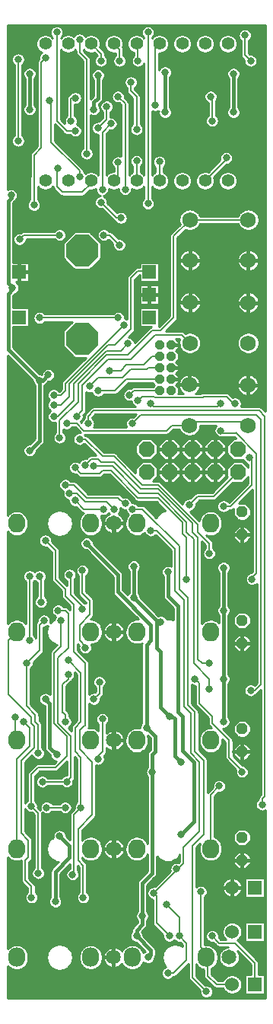
<source format=gbl>
G04 DipTrace 3.1.0.0*
G04 working.GBL*
%MOIN*%
G04 #@! TF.FileFunction,Copper,L2,Bot*
G04 #@! TF.Part,Single*
%AMOUTLINE42*
4,1,16,
0.0375,0.005,
0.033786,0.02127,
0.023381,0.034319,
0.008345,0.04156,
-0.008345,0.04156,
-0.023381,0.034319,
-0.033786,0.02127,
-0.0375,0.005,
-0.0375,-0.005,
-0.033786,-0.02127,
-0.023381,-0.034319,
-0.008345,-0.04156,
0.008345,-0.04156,
0.023381,-0.034319,
0.033786,-0.02127,
0.0375,-0.005,
0.0375,0.005,
0*%
%AMOUTLINE45*5,1,8,0,0,0.074,-202.499184*%
%AMOUTLINE48*5,1,8,0,0,0.044,67.501073*%
%AMOUTLINE51*5,1,8,0,0,0.052001,-67.499372*%
%AMOUTLINE63*5,1,8,0,0,0.150237,-67.499867*%
G04 #@! TA.AperFunction,CopperBalancing*
%ADD13C,0.015*%
%ADD14C,0.01*%
G04 #@! TA.AperFunction,Conductor*
%ADD16C,0.007*%
G04 #@! TA.AperFunction,ComponentPad*
%ADD25C,0.056*%
%ADD31C,0.065*%
%ADD32O,0.075X0.085*%
%ADD33R,0.06X0.06*%
%ADD34C,0.06*%
%ADD37R,0.05937X0.05937*%
%ADD38C,0.069*%
G04 #@! TA.AperFunction,ViaPad*
%ADD40C,0.031496*%
G04 #@! TA.AperFunction,ComponentPad*
%ADD117OUTLINE42*%
%ADD120OUTLINE45*%
%ADD123OUTLINE48*%
%ADD126OUTLINE51*%
%ADD138OUTLINE63*%
%FSLAX26Y26*%
G04*
G70*
G90*
G75*
G01*
G04 Bottom*
%LPD*%
X1104000Y4469000D2*
D13*
Y4294000D1*
X1404000D2*
Y4462749D1*
X810251Y4456500D2*
Y4356500D1*
X791500Y4337749D1*
Y4306500D1*
X510251D2*
Y4462749D1*
X591500Y3144000D2*
X566500Y3119000D1*
X554000D1*
X429000Y3931500D2*
Y3919000D1*
X416500Y3906500D1*
Y3543999D1*
X435249Y3525249D1*
Y3518999D1*
X416500Y3500249D1*
Y3256500D1*
X554000Y3119000D1*
Y2856501D1*
X510249Y2812751D1*
X1047749Y1406500D2*
Y1481500D1*
X1060249Y1494000D1*
Y1562751D1*
X1022751Y1600249D1*
Y1962751D1*
X1041500Y1981500D1*
Y2050251D1*
X897751Y2194000D1*
Y2269000D1*
X760251Y2406500D1*
X979000Y687751D2*
Y712749D1*
X1004000Y737749D1*
Y775249D1*
X979000Y687751D2*
X1041500Y625251D1*
Y606500D1*
X1029000Y594000D1*
X1004000Y775249D2*
Y919000D1*
X1047749Y962749D1*
Y1406500D1*
X1360249Y1625201D2*
Y1812749D1*
Y2112749D1*
Y2300249D1*
X510249Y2262751D2*
D16*
Y1981500D1*
X560249Y2150249D2*
Y2256501D1*
X554000Y2262751D1*
X741500Y2119000D2*
X754000D1*
X691500Y2181500D1*
Y2262751D1*
X685249Y2269000D1*
X741500Y2287751D2*
Y2187749D1*
X772749Y2156500D1*
Y2093999D1*
X729000Y2050249D1*
Y1981500D1*
X754000Y1956500D1*
Y1950249D1*
X666500Y2662751D2*
X703999D1*
X760249Y2606500D1*
X897749D1*
X922749Y2581500D1*
X929000D1*
X685249Y2625249D2*
X716501D1*
X754000Y2587751D1*
X847749D1*
X879000Y2556500D1*
X835251D2*
X747749D1*
X710249Y2594000D1*
X835249Y3756500D2*
X860251D1*
X904000Y3712751D1*
X897751Y3394000D2*
X554000D1*
X710251Y4356500D2*
X691500D1*
Y4256500D1*
X1310249D2*
Y4356500D1*
X1304000Y4362749D1*
X829000Y3956500D2*
Y4206500D1*
X866500Y4244000D1*
X929000Y3956500D2*
Y4331503D1*
X897752Y4362751D1*
X729000Y4012751D2*
Y4037751D1*
X604000Y4162751D1*
Y4337751D1*
X597751Y4344000D1*
X616500Y3056500D2*
X647751D1*
X666500Y3075249D1*
Y3106500D1*
X922751Y3362751D1*
X616500Y3012751D2*
X647751D1*
X685249Y3050249D1*
Y3106499D1*
X854000Y3275249D1*
X885249D1*
X954000Y3344000D1*
Y3569000D1*
X985249Y3600249D1*
X1029000D1*
X1035249Y3594000D1*
X1297848Y1881500D2*
X1266500D1*
X1247749Y1900251D1*
Y2431500D1*
X1222749Y2456500D1*
Y2494000D1*
X1072749Y2644000D1*
X997751D1*
X879000Y2762751D1*
X822749D1*
X810249Y2775251D1*
X779000D1*
X754000Y2750251D1*
X1297848Y1768902D2*
Y1812652D1*
X1229000Y1881500D1*
Y2425249D1*
X1197749Y2456500D1*
Y2500251D1*
X1072751Y2625249D1*
X991500D1*
X872749Y2744000D1*
X791500D1*
X1197749Y2250249D2*
Y2431500D1*
X1179000Y2450249D1*
Y2500249D1*
X1072749Y2606500D1*
X985251D1*
X866500Y2725251D1*
X829000D1*
X816500Y2712751D1*
X735249D1*
X710249Y2737751D1*
X1297751Y2362751D2*
Y2406499D1*
X1247749Y2456500D1*
Y2487751D1*
X1072749Y2662751D1*
X1004000D1*
X879000Y2787751D1*
X828999D1*
X753999Y2862751D1*
X729000D1*
X1079001Y3125249D2*
X935251D1*
X885251Y3075249D1*
X810249D1*
X860249Y3162751D2*
X910251D1*
X935251Y3187751D1*
X1010251D1*
X1047749Y3225249D1*
X1079001D1*
Y3175249D2*
X1029000D1*
X1022751Y3169000D1*
X954000D1*
X916500Y3131500D1*
X810249D1*
X772749Y3094000D1*
X1079001Y3075249D2*
X966500D1*
X947751Y3056500D1*
X1360249Y2569000D2*
X1391499D1*
X1485249Y2662751D1*
Y2769001D1*
X1472749Y2781501D1*
X1410249Y3019000D2*
X1404000D1*
X1372751Y3050249D1*
X1269416D1*
Y3044000D1*
X1060249D1*
X1054000Y3050249D1*
X1003999D1*
X985249Y3031500D1*
X1485249Y2250249D2*
Y2256499D1*
X1504000Y2275249D1*
Y2800251D1*
X1413199Y2891051D1*
X1409898Y2887751D1*
X1360249D1*
X1347749Y2900251D1*
Y3018999D2*
X1335251Y3006500D1*
X1053999D1*
X1041500Y3018999D1*
X1478999Y1762749D2*
X1497749D1*
X1522749Y1787749D1*
Y2950251D1*
X1504000Y2969000D1*
X997751D1*
X960251Y2931500D1*
X1529000Y1262749D2*
Y1287749D1*
X1541500Y1300249D1*
Y2962751D1*
X1516500Y2987751D1*
X791500D1*
X766500Y2962751D1*
Y2931500D1*
X1041500Y2462751D2*
X1066500D1*
X1147751Y2381500D1*
Y2200249D1*
X1188375Y2159625D1*
Y1690875D1*
X1216500Y1662751D1*
Y1487749D1*
X1254000Y1450249D1*
Y1144000D1*
X1185249Y1075249D1*
Y1006499D1*
X1154000Y975249D1*
X1054000Y875249D1*
X1122749Y687751D2*
X1066500Y744000D1*
Y862749D1*
X1054000Y875249D1*
X1154000Y981500D2*
Y975249D1*
X960249Y2556500D2*
X1004000D1*
X1166500Y2394000D1*
Y2206500D1*
X1204000Y2169000D1*
Y1700249D1*
X1235249Y1669000D1*
Y1494001D1*
X1272751Y1456500D1*
Y1131500D1*
X1222751Y1081500D1*
Y506499D1*
X1285249Y444000D1*
X1029000Y3894000D2*
Y4644000D1*
X547751Y962751D2*
Y1225249D1*
X516500Y1256500D1*
X647749Y2069000D2*
Y1956499D1*
X616500Y1925249D1*
Y1619000D1*
X672749Y1562751D1*
Y1475248D1*
X622751Y1425249D1*
X547751D1*
X516500Y1393999D1*
Y1256500D1*
X529000Y3887751D2*
Y4106499D1*
X560249Y4137748D1*
Y4512749D1*
X579000Y4531500D1*
X910251Y3831500D2*
X891500D1*
X822751Y3900249D1*
X641500Y3756500D2*
X485249D1*
X466500Y3737751D1*
X1116500Y525249D2*
X1141500D1*
X1197751Y581500D1*
Y656500D1*
X1166500Y687751D1*
Y769000D1*
X1110251Y825249D1*
X1397751Y475249D2*
X1329001D1*
X1291500Y512751D1*
Y587249D1*
X1284749Y594000D1*
Y613251D1*
X1260249Y637751D1*
Y881500D1*
X1235249Y1812751D2*
X1254000Y1794000D1*
Y1706500D1*
X1310249Y1650251D1*
Y1619000D1*
X1385249Y1544000D1*
Y1469000D1*
X1441500Y1412749D1*
Y1406500D1*
X822751Y4519000D2*
Y4550249D1*
X779000Y4594000D1*
Y3994000D2*
Y3981500D1*
X741500Y3944000D1*
X654000D1*
X629000Y3969000D1*
Y4044000D1*
X635249Y4050249D1*
X1060249Y4325249D2*
Y4575249D1*
X1079000Y4594000D1*
X985249Y4519000D2*
Y4594000D1*
X979000D1*
X879000Y3994000D2*
X897749D1*
Y4075249D1*
X979000Y3994000D2*
Y4081500D1*
X1079000Y4077465D2*
Y3994000D1*
X1372751Y4094000D2*
Y4087751D1*
X1279000Y3994000D1*
X904000Y4519000D2*
Y4569000D1*
X879000Y4594000D1*
X810251Y4225251D2*
X847749Y4262749D1*
Y4319000D1*
X460251Y4169000D2*
Y4525249D1*
X710251Y4212751D2*
X672749D1*
X629000Y4256500D1*
Y4644000D1*
X1454000Y4631500D2*
Y4544000D1*
X1479000Y4519000D1*
X760251Y4112751D2*
Y4525249D1*
X729000Y4556500D1*
Y4612751D1*
X979000Y4219000D2*
Y4362749D1*
X954000Y4387749D1*
Y4425249D1*
X810249Y1462749D2*
Y1475249D1*
X829000Y1494000D1*
Y1637749D1*
X791500Y1725249D2*
X816500Y1750249D1*
Y1800249D1*
X453500Y1069000D2*
Y1462249D1*
X510249Y1518999D1*
Y1600251D1*
X485249Y1625251D1*
X518745Y856500D2*
Y904255D1*
X491500Y931500D1*
Y1019000D1*
X504000Y1031500D1*
Y1106500D1*
X472749Y1137751D1*
Y1456500D1*
X529000Y1512749D1*
Y1606500D1*
X516500Y1619000D1*
Y1644000D1*
X416500Y1744000D1*
Y1982000D1*
X453500Y2019000D1*
X1422748Y2719000D2*
Y2718999D1*
X1316500Y2612751D1*
X1247751D1*
X1210249Y2575249D1*
X745025Y856500D2*
Y996726D1*
X722751Y1019000D1*
Y1156501D1*
X785249Y1219000D1*
Y1450251D1*
X729000Y1506500D1*
Y1587751D1*
X749493Y1608243D1*
X754000D1*
Y1881500D1*
X704000Y1931500D1*
Y2137751D1*
X666500Y2175251D1*
Y2206500D1*
X622751Y2250249D1*
Y2375249D1*
X579000Y2419000D1*
X697749Y956500D2*
X704000D1*
Y1219000D1*
X735249Y1250249D1*
Y1469000D1*
X710249Y1494000D1*
Y1600249D1*
X735249Y1625249D1*
Y1837751D1*
X679000Y1894000D1*
X497749Y1881500D2*
X554000Y1937751D1*
Y2050249D1*
X572751Y2069000D1*
X497749Y1881500D2*
Y1694000D1*
X535249Y1656500D1*
Y1625249D1*
X547749Y1612749D1*
Y1487751D1*
X666500Y1625249D2*
Y1656500D1*
X658353Y1664647D1*
X654000D1*
Y1787749D1*
X679000Y1812749D1*
Y1831500D1*
X453500Y1544000D2*
Y1557000D1*
X447749Y1562751D1*
Y1644000D1*
X1304499Y1069000D2*
Y1306999D1*
X1341500Y1344000D1*
X1497751Y475249D2*
Y568999D1*
X1410249Y656500D1*
X1341500D1*
X1310249Y687751D1*
X616500Y2962751D2*
X635251D1*
X704000Y3031500D1*
Y3106499D1*
X847751Y3250249D1*
X910249D1*
X941500Y3281500D1*
X1466500Y2923084D2*
Y2937751D1*
X1210594D1*
Y2923084D1*
X1133085D1*
X1110251Y2900249D1*
X747751D1*
X716500Y2931500D1*
X672749D1*
X716500Y2962749D2*
X741500Y2987749D1*
Y3100251D1*
X854000Y3212751D1*
X954000D1*
X1060249Y3319000D1*
X1176835D1*
X1212465Y3283370D1*
X1468370Y3823035D2*
X1212465D1*
X641500Y2869000D2*
Y2944000D1*
X722749Y3025249D1*
Y3106499D1*
X847751Y3231500D1*
X941500D1*
X1047751Y3337751D1*
X1085252D1*
X1141500Y3393999D1*
Y3752071D1*
X1212465Y3823035D1*
X966500Y2306500D2*
D13*
Y2169000D1*
X1085249Y2062749D2*
X1079000Y2056500D1*
X966500Y2169000D1*
X1085249Y2062749D2*
X1066500D1*
Y1950249D1*
X1085249Y1931500D1*
Y1687752D1*
X1122751Y1650251D1*
X1135249D1*
X1147749Y1637751D1*
Y1475251D1*
X1172751Y1450249D1*
X579000Y1725251D2*
X597749Y1706501D1*
Y1512751D1*
X629000Y1481500D1*
X1116500Y2281500D2*
Y2175249D1*
X1160249Y2131500D1*
Y1669001D1*
X1179000Y1650251D1*
Y1500249D1*
X1229000Y1450249D1*
Y1187751D1*
X1172749Y1131500D1*
X622751Y837749D2*
Y969001D1*
X685249Y1031500D1*
Y1081500D1*
X641500Y1125249D1*
X672751Y1362751D2*
D16*
X566500D1*
X585249Y1250251D2*
X666500D1*
X635249Y2112751D2*
X666501D1*
X679000Y2100251D1*
Y1950251D1*
X635249Y1906500D1*
Y1619001D1*
X691500Y1562751D1*
Y1381500D1*
X672751Y1362751D1*
D40*
X1104000Y4469000D3*
Y4294000D3*
X1404000D3*
Y4462749D3*
X810251Y4456500D3*
X791500Y4306500D3*
X510251D3*
Y4462749D3*
X1104000Y4294000D3*
X791500Y4306500D3*
X591500Y3144000D3*
X554000Y3119000D3*
X429000Y3931500D3*
X435249Y3525249D3*
X554000Y3119000D3*
X510249Y2812751D3*
X554000Y3119000D3*
X510249Y2812751D3*
X1047749Y1406500D3*
X1022751Y1600249D3*
X760251Y2406500D3*
X979000Y687751D3*
X1004000Y775249D3*
X1029000Y594000D3*
X979000Y687751D3*
X1047749Y1406500D3*
X510249Y2812751D3*
X1360249Y1625201D3*
Y1812749D3*
Y2112749D3*
Y2300249D3*
D3*
Y1812749D3*
X510249Y2262751D3*
Y1981500D3*
X560249Y2150249D3*
X554000Y2262751D3*
X741500Y2119000D3*
X685249Y2269000D3*
X741500Y2287751D3*
X754000Y1950249D3*
X666500Y2662751D3*
X929000Y2581500D3*
X685249Y2625249D3*
X879000Y2556500D3*
X835251D3*
X710249Y2594000D3*
X835249Y3756500D3*
X904000Y3712751D3*
X897751Y3394000D3*
X554000D3*
X710251Y4356500D3*
X691500Y4256500D3*
X1310249D3*
X1304000Y4362749D3*
X829000Y3956500D3*
X866500Y4244000D3*
X929000Y3956500D3*
X897752Y4362751D3*
X729000Y4012751D3*
X597751Y4344000D3*
X616500Y3056500D3*
X922751Y3362751D3*
X616500Y3012751D3*
X1297848Y1881500D3*
X754000Y2750251D3*
X1297848Y1768902D3*
X791500Y2744000D3*
X1197749Y2250249D3*
X710249Y2737751D3*
X1297751Y2362751D3*
X729000Y2862751D3*
X810249Y3075249D3*
X860249Y3162751D3*
X772749Y3094000D3*
X947751Y3056500D3*
X1360249Y2569000D3*
X1472749Y2781501D3*
X1410249Y3019000D3*
X985249Y3031500D3*
X1485249Y2250249D3*
X1347749Y2900251D3*
Y3018999D3*
X1041500D3*
X1478999Y1762749D3*
X960251Y2931500D3*
X1529000Y1262749D3*
X766500Y2931500D3*
X1041500Y2462751D3*
X1054000Y875249D3*
X1122749Y687751D3*
X1154000Y981500D3*
X960249Y2556500D3*
X1285249Y444000D3*
X1029000Y3894000D3*
Y4644000D3*
X547751Y962751D3*
X516500Y1256500D3*
X647749Y2069000D3*
X529000Y3887751D3*
X579000Y4531500D3*
X910251Y3831500D3*
X822751Y3900249D3*
X641500Y3756500D3*
X466500Y3737751D3*
X1116500Y525249D3*
X1166500Y687751D3*
X1110251Y825249D3*
X1260249Y881500D3*
X1235249Y1812751D3*
X1441500Y1406500D3*
X822751Y4519000D3*
X635249Y4050249D3*
X1060249Y4325249D3*
X985249Y4519000D3*
X897749Y4075249D3*
X979000Y4081500D3*
X1079000Y4077465D3*
X1372751Y4094000D3*
X904000Y4519000D3*
X810251Y4225251D3*
X847749Y4319000D3*
X460251Y4169000D3*
Y4525249D3*
X710251Y4212751D3*
X629000Y4644000D3*
X1454000Y4631500D3*
X1479000Y4519000D3*
X760251Y4112751D3*
X729000Y4612751D3*
X979000Y4219000D3*
X954000Y4425249D3*
X810249Y1462749D3*
X829000Y1637749D3*
X791500Y1725249D3*
X816500Y1800249D3*
X485249Y1625251D3*
X518745Y856500D3*
X1210249Y2575249D3*
X579000Y2419000D3*
X745025Y856500D3*
X697749Y956500D3*
X735249Y1250249D3*
X679000Y1894000D3*
X497749Y1881500D3*
X572751Y2069000D3*
X547749Y1487751D3*
X497749Y1881500D3*
X679000Y1831500D3*
X666500Y1625249D3*
X679000Y1831500D3*
X447749Y1644000D3*
X1341500Y1344000D3*
X1310249Y687751D3*
X616500Y2962751D3*
X941500Y3281500D3*
X672749Y2931500D3*
X716500Y2962749D3*
X641500Y2869000D3*
X966500Y2306500D3*
Y2169000D3*
X1085249Y2062749D3*
X1122751Y1650251D3*
X1085249Y2062749D3*
X1172751Y1450249D3*
D3*
X579000Y1725251D3*
X629000Y1481500D3*
X1116500Y2281500D3*
X1172749Y1131500D3*
X622751Y837749D3*
X641500Y1125249D3*
X672751Y1362751D3*
X566500D3*
D3*
X666500Y1250251D3*
X585249D3*
X635249Y2112751D3*
X672751Y1362751D3*
X779000Y3012751D3*
X429000Y2994000D3*
X585249Y2756500D3*
X810251Y2869000D3*
X560249Y2475251D3*
X810249Y2950251D3*
X1329000Y3100249D3*
X497751Y2631500D3*
X654000Y3231500D3*
X560249Y1800249D3*
X685251Y1687751D3*
X604000Y1312751D3*
X566500Y1631500D3*
X510249Y4244000D3*
X860249Y4112749D3*
X660249Y4350251D3*
X1254000Y4462751D3*
X429000Y4437751D3*
X1522751Y4212751D3*
X1447751Y4112751D3*
X666500Y3575251D3*
X415000Y4664131D2*
D14*
X606916D1*
X651084D2*
X1006916D1*
X1051084D2*
X1543000D1*
X415000Y4654262D2*
X600725D1*
X657275D2*
X1000725D1*
X1057275D2*
X1434787D1*
X1473213D2*
X1543000D1*
X415000Y4644394D2*
X598850D1*
X659150D2*
X998850D1*
X1059150D2*
X1426857D1*
X1481143D2*
X1543000D1*
X415000Y4634525D2*
X569533D1*
X588467D2*
X600432D1*
X657568D2*
X669533D1*
X688467D2*
X708615D1*
X749385D2*
X769533D1*
X788467D2*
X869533D1*
X888467D2*
X969533D1*
X988467D2*
X1000432D1*
X1057568D2*
X1069533D1*
X1088467D2*
X1169533D1*
X1188467D2*
X1269533D1*
X1288467D2*
X1369533D1*
X1388467D2*
X1424006D1*
X1483994D2*
X1543000D1*
X415000Y4624656D2*
X550178D1*
X807822D2*
X850178D1*
X907822D2*
X950178D1*
X1107822D2*
X1150178D1*
X1207822D2*
X1250178D1*
X1307822D2*
X1350178D1*
X1407822D2*
X1424670D1*
X1483330D2*
X1543000D1*
X415000Y4614787D2*
X542189D1*
X815811D2*
X842189D1*
X915811D2*
X942189D1*
X1115811D2*
X1142189D1*
X1215811D2*
X1242189D1*
X1315811D2*
X1342189D1*
X1415811D2*
X1429123D1*
X1478877D2*
X1543000D1*
X415000Y4604919D2*
X538068D1*
X819932D2*
X838068D1*
X919932D2*
X938068D1*
X1119932D2*
X1138068D1*
X1219932D2*
X1238068D1*
X1319932D2*
X1338068D1*
X1419932D2*
X1436115D1*
X1471885D2*
X1543000D1*
X415000Y4595050D2*
X536623D1*
X821377D2*
X836623D1*
X921377D2*
X936623D1*
X1121377D2*
X1136623D1*
X1221377D2*
X1236623D1*
X1321377D2*
X1336623D1*
X1421377D2*
X1436115D1*
X1471885D2*
X1543000D1*
X415000Y4585181D2*
X537541D1*
X820459D2*
X837541D1*
X920459D2*
X937541D1*
X1120459D2*
X1137541D1*
X1220459D2*
X1237541D1*
X1320459D2*
X1337541D1*
X1420459D2*
X1436115D1*
X1471885D2*
X1543000D1*
X415000Y4575312D2*
X541057D1*
X822568D2*
X841057D1*
X920654D2*
X941057D1*
X1116943D2*
X1141057D1*
X1216943D2*
X1241057D1*
X1316943D2*
X1341057D1*
X1416943D2*
X1436115D1*
X1471885D2*
X1543000D1*
X415000Y4565444D2*
X548029D1*
X832432D2*
X848029D1*
X921885D2*
X948029D1*
X1109971D2*
X1148029D1*
X1209971D2*
X1248029D1*
X1309971D2*
X1348029D1*
X1409971D2*
X1436115D1*
X1471885D2*
X1543000D1*
X415000Y4555575D2*
X561564D1*
X646885D2*
X662600D1*
X695400D2*
X711135D1*
X754814D2*
X762600D1*
X839775D2*
X862600D1*
X921885D2*
X962600D1*
X1095400D2*
X1162600D1*
X1195400D2*
X1262600D1*
X1295400D2*
X1362600D1*
X1395400D2*
X1436115D1*
X1471885D2*
X1543000D1*
X415000Y4545706D2*
X438479D1*
X482021D2*
X552541D1*
X646885D2*
X715021D1*
X764678D2*
X802404D1*
X840635D2*
X886115D1*
X921885D2*
X967365D1*
X1078135D2*
X1436115D1*
X1491670D2*
X1543000D1*
X415000Y4535837D2*
X432092D1*
X488408D2*
X549182D1*
X646885D2*
X724787D1*
X774404D2*
X797951D1*
X847549D2*
X879201D1*
X928799D2*
X960451D1*
X1078135D2*
X1438225D1*
X1503799D2*
X1543000D1*
X415000Y4525969D2*
X430119D1*
X490381D2*
X548596D1*
X646885D2*
X734650D1*
X778115D2*
X793439D1*
X852061D2*
X874689D1*
X933311D2*
X955939D1*
X1078135D2*
X1447150D1*
X1508311D2*
X1543000D1*
X415000Y4516100D2*
X431584D1*
X488916D2*
X542697D1*
X646885D2*
X742365D1*
X778135D2*
X792756D1*
X852764D2*
X874006D1*
X933994D2*
X955236D1*
X1078135D2*
X1449006D1*
X1508994D2*
X1543000D1*
X415000Y4506231D2*
X437170D1*
X483330D2*
X542365D1*
X646885D2*
X742365D1*
X778135D2*
X795549D1*
X849951D2*
X876799D1*
X931201D2*
X958049D1*
X1078135D2*
X1451799D1*
X1506201D2*
X1543000D1*
X415000Y4496362D2*
X442365D1*
X478135D2*
X542365D1*
X646885D2*
X742365D1*
X778135D2*
X803381D1*
X842119D2*
X884631D1*
X923369D2*
X965881D1*
X1004619D2*
X1011115D1*
X1078135D2*
X1092951D1*
X1115049D2*
X1459631D1*
X1498369D2*
X1543000D1*
X415000Y4486493D2*
X442365D1*
X478135D2*
X492346D1*
X528154D2*
X542365D1*
X646885D2*
X742365D1*
X778135D2*
X1011115D1*
X1128311D2*
X1386096D1*
X1421904D2*
X1543000D1*
X415000Y4476625D2*
X442365D1*
X478135D2*
X483615D1*
X536885D2*
X542350D1*
X646885D2*
X742365D1*
X778135D2*
X788166D1*
X832334D2*
X1011115D1*
X1133135D2*
X1377365D1*
X1430635D2*
X1543000D1*
X415000Y4466756D2*
X442365D1*
X646885D2*
X742365D1*
X838525D2*
X1011115D1*
X1134053D2*
X1374123D1*
X1433877D2*
X1543000D1*
X415000Y4456887D2*
X442365D1*
X646885D2*
X742365D1*
X840400D2*
X1011115D1*
X1131514D2*
X1374455D1*
X1433545D2*
X1543000D1*
X415000Y4447018D2*
X442365D1*
X478135D2*
X484709D1*
X535791D2*
X542370D1*
X646885D2*
X742365D1*
X838818D2*
X933615D1*
X974385D2*
X1011115D1*
X1125889D2*
X1378459D1*
X1429541D2*
X1543000D1*
X415000Y4437150D2*
X442365D1*
X478135D2*
X488361D1*
X532139D2*
X542365D1*
X646885D2*
X742365D1*
X778135D2*
X787443D1*
X833057D2*
X926389D1*
X981611D2*
X1011115D1*
X1125889D2*
X1382111D1*
X1425889D2*
X1543000D1*
X415000Y4427281D2*
X442365D1*
X478135D2*
X488361D1*
X532139D2*
X542365D1*
X646885D2*
X742365D1*
X778135D2*
X788361D1*
X832139D2*
X923928D1*
X984072D2*
X1011115D1*
X1125889D2*
X1382111D1*
X1425889D2*
X1543000D1*
X415000Y4417412D2*
X442365D1*
X478135D2*
X488361D1*
X532139D2*
X542365D1*
X646885D2*
X742365D1*
X778135D2*
X788361D1*
X832139D2*
X924924D1*
X983076D2*
X1011115D1*
X1125889D2*
X1382111D1*
X1425889D2*
X1543000D1*
X415000Y4407543D2*
X442365D1*
X478135D2*
X488361D1*
X532139D2*
X542365D1*
X646885D2*
X742365D1*
X778135D2*
X788361D1*
X832139D2*
X929846D1*
X978154D2*
X1011115D1*
X1125889D2*
X1382111D1*
X1425889D2*
X1543000D1*
X415000Y4397675D2*
X442365D1*
X478135D2*
X488361D1*
X532139D2*
X542365D1*
X646885D2*
X742365D1*
X778135D2*
X788361D1*
X832139D2*
X936115D1*
X971885D2*
X1011115D1*
X1125889D2*
X1382111D1*
X1425889D2*
X1543000D1*
X415000Y4387806D2*
X442365D1*
X478135D2*
X488361D1*
X532139D2*
X542365D1*
X646885D2*
X742365D1*
X778135D2*
X788361D1*
X832139D2*
X881857D1*
X913643D2*
X936115D1*
X978818D2*
X1011115D1*
X1125889D2*
X1288107D1*
X1319893D2*
X1382111D1*
X1425889D2*
X1543000D1*
X415000Y4377937D2*
X442365D1*
X478135D2*
X488361D1*
X532139D2*
X542365D1*
X646885D2*
X689494D1*
X731006D2*
X742365D1*
X778135D2*
X788361D1*
X832139D2*
X871877D1*
X923623D2*
X939260D1*
X988701D2*
X1011115D1*
X1125889D2*
X1278127D1*
X1329873D2*
X1382111D1*
X1425889D2*
X1543000D1*
X415000Y4368068D2*
X442365D1*
X478135D2*
X488361D1*
X532139D2*
X542365D1*
X646885D2*
X678205D1*
X778135D2*
X788361D1*
X832139D2*
X868088D1*
X927412D2*
X948791D1*
X996025D2*
X1011115D1*
X1125889D2*
X1274338D1*
X1333662D2*
X1382111D1*
X1425889D2*
X1543000D1*
X415000Y4358199D2*
X442365D1*
X478135D2*
X488361D1*
X532139D2*
X542365D1*
X646885D2*
X673693D1*
X832139D2*
X867971D1*
X927549D2*
X958674D1*
X996885D2*
X1011115D1*
X1125889D2*
X1274201D1*
X1333799D2*
X1382111D1*
X1425889D2*
X1543000D1*
X415000Y4348331D2*
X442365D1*
X478135D2*
X488361D1*
X532139D2*
X542365D1*
X646885D2*
X673615D1*
X830479D2*
X871428D1*
X937061D2*
X961115D1*
X996885D2*
X1011115D1*
X1125889D2*
X1277678D1*
X1330322D2*
X1382111D1*
X1425889D2*
X1543000D1*
X415000Y4338462D2*
X442365D1*
X478135D2*
X488361D1*
X532139D2*
X542365D1*
X646885D2*
X673615D1*
X734150D2*
X742365D1*
X870439D2*
X880646D1*
X945381D2*
X961115D1*
X996885D2*
X1011115D1*
X1125889D2*
X1286877D1*
X1328135D2*
X1382111D1*
X1425889D2*
X1543000D1*
X415000Y4328593D2*
X442365D1*
X478135D2*
X488361D1*
X532139D2*
X542365D1*
X646885D2*
X673615D1*
X719658D2*
X742365D1*
X813389D2*
X819221D1*
X876279D2*
X907033D1*
X946885D2*
X961115D1*
X996885D2*
X1011115D1*
X1125889D2*
X1292365D1*
X1328135D2*
X1382111D1*
X1425889D2*
X1543000D1*
X415000Y4318724D2*
X442365D1*
X646885D2*
X673615D1*
X709385D2*
X742365D1*
X877900D2*
X911115D1*
X946885D2*
X961115D1*
X996885D2*
X1011115D1*
X1125889D2*
X1292365D1*
X1328135D2*
X1382111D1*
X1425889D2*
X1543000D1*
X415000Y4308856D2*
X442365D1*
X646885D2*
X673615D1*
X709385D2*
X742365D1*
X876084D2*
X911115D1*
X946885D2*
X961115D1*
X996885D2*
X1011115D1*
X1130068D2*
X1292365D1*
X1328135D2*
X1377932D1*
X1430068D2*
X1543000D1*
X415000Y4298987D2*
X442365D1*
X646885D2*
X673615D1*
X709385D2*
X742365D1*
X869932D2*
X911115D1*
X946885D2*
X961115D1*
X996885D2*
X1011115D1*
X1133721D2*
X1292365D1*
X1328135D2*
X1374279D1*
X1433721D2*
X1543000D1*
X415000Y4289118D2*
X442365D1*
X478135D2*
X485861D1*
X534658D2*
X542365D1*
X646885D2*
X673615D1*
X709385D2*
X742365D1*
X815889D2*
X829865D1*
X865635D2*
X911115D1*
X946885D2*
X961115D1*
X996885D2*
X1011115D1*
X1046885D2*
X1074260D1*
X1133740D2*
X1292365D1*
X1328135D2*
X1374260D1*
X1433740D2*
X1543000D1*
X415000Y4279249D2*
X442365D1*
X478135D2*
X498908D1*
X521592D2*
X542365D1*
X646885D2*
X672268D1*
X710732D2*
X742365D1*
X802842D2*
X829865D1*
X865635D2*
X911115D1*
X946885D2*
X961115D1*
X996885D2*
X1011115D1*
X1046885D2*
X1077854D1*
X1130146D2*
X1291018D1*
X1329463D2*
X1377854D1*
X1430146D2*
X1543000D1*
X415000Y4269381D2*
X442365D1*
X478135D2*
X542365D1*
X646885D2*
X664357D1*
X718643D2*
X742365D1*
X778135D2*
X829494D1*
X881826D2*
X911115D1*
X946885D2*
X961115D1*
X996885D2*
X1011115D1*
X1046885D2*
X1087404D1*
X1120596D2*
X1283107D1*
X1337393D2*
X1387404D1*
X1420596D2*
X1543000D1*
X415000Y4259512D2*
X442365D1*
X478135D2*
X542365D1*
X650869D2*
X661506D1*
X721494D2*
X742365D1*
X778135D2*
X819631D1*
X892178D2*
X911115D1*
X946885D2*
X961115D1*
X996885D2*
X1011115D1*
X1046885D2*
X1280256D1*
X1340244D2*
X1543000D1*
X415000Y4249643D2*
X442365D1*
X478135D2*
X542365D1*
X720830D2*
X742365D1*
X778135D2*
X793303D1*
X896104D2*
X911115D1*
X946885D2*
X961115D1*
X996885D2*
X1011115D1*
X1046885D2*
X1280920D1*
X1339580D2*
X1543000D1*
X415000Y4239774D2*
X442365D1*
X478135D2*
X542365D1*
X722178D2*
X742365D1*
X778135D2*
X783986D1*
X896338D2*
X911115D1*
X946885D2*
X957561D1*
X1000439D2*
X1011115D1*
X1046885D2*
X1285373D1*
X1335127D2*
X1543000D1*
X415000Y4229906D2*
X442365D1*
X478135D2*
X542365D1*
X621885D2*
X630705D1*
X734814D2*
X742365D1*
X893018D2*
X911115D1*
X1046885D2*
X1297326D1*
X1323174D2*
X1543000D1*
X415000Y4220037D2*
X442365D1*
X478135D2*
X542365D1*
X621885D2*
X640588D1*
X884092D2*
X911115D1*
X1046885D2*
X1543000D1*
X415000Y4210168D2*
X442365D1*
X478135D2*
X542365D1*
X621885D2*
X650451D1*
X778135D2*
X784299D1*
X857549D2*
X911115D1*
X1046885D2*
X1543000D1*
X415000Y4200299D2*
X442365D1*
X478135D2*
X542365D1*
X621885D2*
X660334D1*
X778135D2*
X794182D1*
X847686D2*
X911115D1*
X946885D2*
X955646D1*
X1002354D2*
X1011115D1*
X1046885D2*
X1543000D1*
X415000Y4190430D2*
X439494D1*
X481006D2*
X542365D1*
X621885D2*
X690510D1*
X729990D2*
X742365D1*
X778135D2*
X811115D1*
X846885D2*
X911115D1*
X946885D2*
X972229D1*
X985771D2*
X1011115D1*
X1046885D2*
X1543000D1*
X415000Y4180562D2*
X432502D1*
X487998D2*
X542365D1*
X621885D2*
X742365D1*
X778135D2*
X811115D1*
X846885D2*
X911115D1*
X946885D2*
X1011115D1*
X1046885D2*
X1543000D1*
X415000Y4170693D2*
X430158D1*
X490342D2*
X542365D1*
X621885D2*
X742365D1*
X778135D2*
X811115D1*
X846885D2*
X911115D1*
X946885D2*
X1011115D1*
X1046885D2*
X1543000D1*
X415000Y4160824D2*
X431271D1*
X489229D2*
X542365D1*
X630811D2*
X742365D1*
X778135D2*
X811115D1*
X846885D2*
X911115D1*
X946885D2*
X1011115D1*
X1046885D2*
X1543000D1*
X415000Y4150955D2*
X436369D1*
X484150D2*
X542365D1*
X640674D2*
X742365D1*
X778135D2*
X811115D1*
X846885D2*
X911115D1*
X946885D2*
X1011115D1*
X1046885D2*
X1543000D1*
X415000Y4141087D2*
X450861D1*
X469639D2*
X538713D1*
X650537D2*
X742365D1*
X778135D2*
X811115D1*
X846885D2*
X911115D1*
X946885D2*
X1011115D1*
X1046885D2*
X1543000D1*
X415000Y4131218D2*
X528830D1*
X660420D2*
X736701D1*
X783799D2*
X811115D1*
X846885D2*
X911115D1*
X946885D2*
X1011115D1*
X1046885D2*
X1543000D1*
X415000Y4121349D2*
X518967D1*
X670283D2*
X731408D1*
X789092D2*
X811115D1*
X846885D2*
X911115D1*
X946885D2*
X1011115D1*
X1046885D2*
X1361662D1*
X1383838D2*
X1543000D1*
X415000Y4111480D2*
X511857D1*
X680146D2*
X730139D1*
X790361D2*
X811115D1*
X846885D2*
X911115D1*
X946885D2*
X1011115D1*
X1046885D2*
X1348420D1*
X1397080D2*
X1543000D1*
X415000Y4101612D2*
X511115D1*
X690029D2*
X732307D1*
X788193D2*
X811115D1*
X846885D2*
X884318D1*
X946885D2*
X956896D1*
X1001104D2*
X1011115D1*
X1046885D2*
X1061682D1*
X1096318D2*
X1343615D1*
X1401885D2*
X1543000D1*
X415000Y4091743D2*
X511115D1*
X699893D2*
X739045D1*
X781455D2*
X811115D1*
X846885D2*
X872717D1*
X1046885D2*
X1052604D1*
X1105420D2*
X1342697D1*
X1402803D2*
X1543000D1*
X415000Y4081874D2*
X511115D1*
X709756D2*
X811115D1*
X846885D2*
X868361D1*
X1108818D2*
X1341994D1*
X1400264D2*
X1543000D1*
X415000Y4072005D2*
X511115D1*
X719619D2*
X811115D1*
X846885D2*
X867775D1*
X1108623D2*
X1332131D1*
X1392881D2*
X1543000D1*
X415000Y4062136D2*
X511115D1*
X729502D2*
X811115D1*
X846885D2*
X870725D1*
X946885D2*
X956213D1*
X1001787D2*
X1011115D1*
X1046885D2*
X1053205D1*
X1104795D2*
X1322248D1*
X1372021D2*
X1543000D1*
X415000Y4052268D2*
X511115D1*
X739365D2*
X811115D1*
X846885D2*
X878830D1*
X946885D2*
X961115D1*
X996885D2*
X1011115D1*
X1046885D2*
X1061115D1*
X1096885D2*
X1312385D1*
X1362158D2*
X1543000D1*
X415000Y4042399D2*
X511115D1*
X746240D2*
X811115D1*
X846885D2*
X879865D1*
X946885D2*
X961115D1*
X996885D2*
X1011115D1*
X1046885D2*
X1061115D1*
X1096885D2*
X1302521D1*
X1352275D2*
X1543000D1*
X415000Y4032530D2*
X511115D1*
X751416D2*
X762854D1*
X795146D2*
X811115D1*
X846885D2*
X862854D1*
X946885D2*
X961115D1*
X996885D2*
X1011115D1*
X1046885D2*
X1061115D1*
X1096885D2*
X1162854D1*
X1195146D2*
X1262854D1*
X1342412D2*
X1362854D1*
X1395146D2*
X1543000D1*
X415000Y4022661D2*
X511115D1*
X1109873D2*
X1148127D1*
X1209873D2*
X1248127D1*
X1332549D2*
X1348127D1*
X1409873D2*
X1543000D1*
X415000Y4012793D2*
X511115D1*
X1116885D2*
X1141115D1*
X1216885D2*
X1241115D1*
X1322666D2*
X1341115D1*
X1416885D2*
X1543000D1*
X415000Y4002924D2*
X511115D1*
X1120420D2*
X1137580D1*
X1220420D2*
X1237580D1*
X1320420D2*
X1337580D1*
X1420420D2*
X1543000D1*
X415000Y3993055D2*
X511115D1*
X1121396D2*
X1136604D1*
X1221396D2*
X1236604D1*
X1321396D2*
X1336604D1*
X1421396D2*
X1543000D1*
X415000Y3983186D2*
X511115D1*
X1119971D2*
X1138029D1*
X1219971D2*
X1238029D1*
X1319971D2*
X1338029D1*
X1419971D2*
X1543000D1*
X415000Y3973318D2*
X511115D1*
X1115869D2*
X1142131D1*
X1215869D2*
X1242131D1*
X1315869D2*
X1342131D1*
X1415869D2*
X1543000D1*
X415000Y3963449D2*
X511115D1*
X1107939D2*
X1150061D1*
X1207939D2*
X1250061D1*
X1307939D2*
X1350061D1*
X1407939D2*
X1543000D1*
X449033Y3953580D2*
X511115D1*
X546885D2*
X569045D1*
X588955D2*
X619533D1*
X788955D2*
X799006D1*
X858994D2*
X869045D1*
X888955D2*
X899006D1*
X958994D2*
X969045D1*
X988955D2*
X1011115D1*
X1046885D2*
X1069045D1*
X1088955D2*
X1169045D1*
X1188955D2*
X1269045D1*
X1288955D2*
X1369045D1*
X1388955D2*
X1543000D1*
X456475Y3943711D2*
X511115D1*
X546885D2*
X629416D1*
X766084D2*
X801799D1*
X856201D2*
X901799D1*
X956201D2*
X1011115D1*
X1046885D2*
X1543000D1*
X459053Y3933843D2*
X511115D1*
X546885D2*
X639279D1*
X756221D2*
X809670D1*
X848330D2*
X909670D1*
X948330D2*
X1011115D1*
X1046885D2*
X1543000D1*
X458154Y3923974D2*
X511115D1*
X546885D2*
X804826D1*
X840693D2*
X1011115D1*
X1046885D2*
X1543000D1*
X453389Y3914105D2*
X511115D1*
X546885D2*
X796115D1*
X849404D2*
X1006896D1*
X1051104D2*
X1543000D1*
X444775Y3904236D2*
X503967D1*
X554033D2*
X792873D1*
X852627D2*
X1000705D1*
X1057295D2*
X1543000D1*
X438389Y3894367D2*
X499611D1*
X558389D2*
X793205D1*
X853506D2*
X998850D1*
X1059150D2*
X1543000D1*
X438389Y3884499D2*
X499025D1*
X558975D2*
X797229D1*
X863389D2*
X1000451D1*
X1057549D2*
X1543000D1*
X438389Y3874630D2*
X501975D1*
X556025D2*
X807854D1*
X873252D2*
X1006213D1*
X1051787D2*
X1543000D1*
X438389Y3864761D2*
X510080D1*
X547920D2*
X833361D1*
X883115D2*
X1187932D1*
X1236982D2*
X1443850D1*
X1492900D2*
X1543000D1*
X438389Y3854892D2*
X843225D1*
X928643D2*
X1175686D1*
X1249229D2*
X1431604D1*
X1505146D2*
X1543000D1*
X438389Y3845024D2*
X853088D1*
X937080D2*
X1168908D1*
X1256025D2*
X1424807D1*
X1511924D2*
X1543000D1*
X438389Y3835155D2*
X862971D1*
X940166D2*
X1165119D1*
X1515713D2*
X1543000D1*
X438389Y3825286D2*
X872834D1*
X939736D2*
X1163615D1*
X1517217D2*
X1543000D1*
X438389Y3815417D2*
X884943D1*
X935557D2*
X1164182D1*
X1516670D2*
X1543000D1*
X438389Y3805549D2*
X895979D1*
X924521D2*
X1166877D1*
X1258057D2*
X1422775D1*
X1513955D2*
X1543000D1*
X438389Y3795680D2*
X1160236D1*
X1252783D2*
X1428049D1*
X1508682D2*
X1543000D1*
X438389Y3785811D2*
X1150354D1*
X1243604D2*
X1437229D1*
X1499521D2*
X1543000D1*
X438389Y3775942D2*
X618791D1*
X664209D2*
X812541D1*
X857959D2*
X1140490D1*
X1190244D2*
X1202717D1*
X1222217D2*
X1458615D1*
X1478115D2*
X1543000D1*
X438389Y3766073D2*
X458615D1*
X670029D2*
X699475D1*
X780459D2*
X806721D1*
X875557D2*
X1130627D1*
X1180381D2*
X1543000D1*
X671650Y3756205D2*
X689611D1*
X790342D2*
X805100D1*
X885420D2*
X1124123D1*
X1170518D2*
X1543000D1*
X669814Y3746336D2*
X679748D1*
X800205D2*
X806948D1*
X895303D2*
X1123615D1*
X1160654D2*
X1543000D1*
X496611Y3736467D2*
X619318D1*
X663682D2*
X669865D1*
X921943D2*
X1123615D1*
X1159385D2*
X1543000D1*
X494424Y3726598D2*
X660002D1*
X819951D2*
X865275D1*
X930654D2*
X1123615D1*
X1159385D2*
X1543000D1*
X438389Y3716730D2*
X445314D1*
X487686D2*
X656193D1*
X823760D2*
X874123D1*
X933877D2*
X1123615D1*
X1159385D2*
X1543000D1*
X438389Y3706861D2*
X656193D1*
X823760D2*
X874455D1*
X933545D2*
X1123615D1*
X1159385D2*
X1543000D1*
X438389Y3696992D2*
X656193D1*
X823760D2*
X878479D1*
X929521D2*
X1123615D1*
X1159385D2*
X1543000D1*
X438389Y3687123D2*
X656193D1*
X823760D2*
X889104D1*
X918896D2*
X1123615D1*
X1159385D2*
X1187131D1*
X1237803D2*
X1443791D1*
X1493037D2*
X1543000D1*
X438389Y3677255D2*
X656193D1*
X823760D2*
X1123615D1*
X1159385D2*
X1175275D1*
X1249658D2*
X1431604D1*
X1505244D2*
X1543000D1*
X438389Y3667386D2*
X656193D1*
X823760D2*
X1123615D1*
X1159385D2*
X1168674D1*
X1256260D2*
X1424826D1*
X1512002D2*
X1543000D1*
X438389Y3657517D2*
X656369D1*
X823584D2*
X1123615D1*
X1159385D2*
X1165002D1*
X1259932D2*
X1421057D1*
X1515771D2*
X1543000D1*
X438389Y3647648D2*
X662736D1*
X817217D2*
X1123615D1*
X1261338D2*
X1419572D1*
X1517275D2*
X1543000D1*
X438389Y3637780D2*
X672600D1*
X807354D2*
X1123615D1*
X1260674D2*
X1420139D1*
X1516689D2*
X1543000D1*
X508467Y3627911D2*
X682463D1*
X797471D2*
X991174D1*
X1079326D2*
X1123615D1*
X1159385D2*
X1167053D1*
X1257861D2*
X1422854D1*
X1513994D2*
X1543000D1*
X508467Y3618042D2*
X692346D1*
X787607D2*
X991174D1*
X1079326D2*
X1123615D1*
X1159385D2*
X1172482D1*
X1252451D2*
X1428127D1*
X1508701D2*
X1543000D1*
X508467Y3608173D2*
X702482D1*
X777471D2*
X968283D1*
X1079326D2*
X1123615D1*
X1159385D2*
X1181916D1*
X1243018D2*
X1437346D1*
X1499502D2*
X1543000D1*
X508467Y3598304D2*
X958420D1*
X1079326D2*
X1123615D1*
X1159385D2*
X1205822D1*
X1219111D2*
X1458967D1*
X1477861D2*
X1543000D1*
X508467Y3588436D2*
X948557D1*
X1079326D2*
X1123615D1*
X1159385D2*
X1543000D1*
X508467Y3578567D2*
X939084D1*
X1079326D2*
X1123615D1*
X1159385D2*
X1543000D1*
X508467Y3568698D2*
X936115D1*
X978584D2*
X991174D1*
X1079326D2*
X1123615D1*
X1159385D2*
X1543000D1*
X508467Y3558829D2*
X936115D1*
X971885D2*
X991174D1*
X1079326D2*
X1123615D1*
X1159385D2*
X1543000D1*
X453193Y3548961D2*
X936115D1*
X971885D2*
X1123615D1*
X1159385D2*
X1543000D1*
X461904Y3539092D2*
X936115D1*
X971885D2*
X1123615D1*
X1159385D2*
X1543000D1*
X465127Y3529223D2*
X936115D1*
X971885D2*
X991174D1*
X1079326D2*
X1123615D1*
X1159385D2*
X1543000D1*
X464795Y3519354D2*
X936115D1*
X971885D2*
X991174D1*
X1079326D2*
X1123615D1*
X1159385D2*
X1543000D1*
X460771Y3509486D2*
X936115D1*
X971885D2*
X991174D1*
X1079326D2*
X1123615D1*
X1159385D2*
X1543000D1*
X450127Y3499617D2*
X936115D1*
X971885D2*
X991174D1*
X1079326D2*
X1123615D1*
X1159385D2*
X1183146D1*
X1241689D2*
X1439670D1*
X1497061D2*
X1543000D1*
X438389Y3489748D2*
X936115D1*
X971885D2*
X991174D1*
X1079326D2*
X1123615D1*
X1159385D2*
X1173146D1*
X1251689D2*
X1429416D1*
X1507334D2*
X1543000D1*
X438389Y3479879D2*
X936115D1*
X971885D2*
X991174D1*
X1079326D2*
X1123615D1*
X1159385D2*
X1167424D1*
X1257412D2*
X1423557D1*
X1513193D2*
X1543000D1*
X438389Y3470010D2*
X936115D1*
X971885D2*
X991174D1*
X1079326D2*
X1123615D1*
X1260459D2*
X1420412D1*
X1516318D2*
X1543000D1*
X438389Y3460142D2*
X936115D1*
X971885D2*
X991174D1*
X1079326D2*
X1123615D1*
X1261318D2*
X1419475D1*
X1517275D2*
X1543000D1*
X438389Y3450273D2*
X936115D1*
X971885D2*
X1123615D1*
X1159385D2*
X1164729D1*
X1260107D2*
X1420588D1*
X1516162D2*
X1543000D1*
X438389Y3440404D2*
X936115D1*
X971885D2*
X1123615D1*
X1159385D2*
X1168146D1*
X1256689D2*
X1423908D1*
X1512842D2*
X1543000D1*
X508467Y3430535D2*
X936115D1*
X971885D2*
X991174D1*
X1079326D2*
X1123615D1*
X1159385D2*
X1174416D1*
X1250420D2*
X1430021D1*
X1506709D2*
X1543000D1*
X508467Y3420667D2*
X541232D1*
X566768D2*
X884982D1*
X910518D2*
X936115D1*
X971885D2*
X991174D1*
X1079326D2*
X1123615D1*
X1159385D2*
X1185510D1*
X1239326D2*
X1440822D1*
X1495928D2*
X1543000D1*
X508467Y3410798D2*
X529182D1*
X922568D2*
X936115D1*
X971885D2*
X991174D1*
X1079326D2*
X1123615D1*
X1159385D2*
X1543000D1*
X508467Y3400929D2*
X524689D1*
X927061D2*
X936115D1*
X971885D2*
X991174D1*
X1079326D2*
X1123557D1*
X1159385D2*
X1543000D1*
X508467Y3391060D2*
X524006D1*
X930693D2*
X936128D1*
X971885D2*
X991174D1*
X1079326D2*
X1113674D1*
X1159131D2*
X1543000D1*
X508467Y3381192D2*
X526818D1*
X971885D2*
X991174D1*
X1079326D2*
X1103811D1*
X1153584D2*
X1543000D1*
X508467Y3371323D2*
X534689D1*
X573311D2*
X690549D1*
X971885D2*
X991174D1*
X1079326D2*
X1093947D1*
X1143701D2*
X1543000D1*
X508467Y3361454D2*
X680686D1*
X971885D2*
X991174D1*
X1133838D2*
X1543000D1*
X438389Y3351585D2*
X670822D1*
X971885D2*
X1037072D1*
X1123975D2*
X1543000D1*
X438389Y3341717D2*
X660959D1*
X971729D2*
X1026838D1*
X1114092D2*
X1543000D1*
X438389Y3331848D2*
X656193D1*
X966729D2*
X1016975D1*
X1188799D2*
X1543000D1*
X438389Y3321979D2*
X656193D1*
X956865D2*
X1007092D1*
X1241807D2*
X1439025D1*
X1497725D2*
X1543000D1*
X438389Y3312110D2*
X656193D1*
X946982D2*
X997229D1*
X1251787D2*
X1429045D1*
X1507686D2*
X1543000D1*
X438389Y3302241D2*
X656193D1*
X962979D2*
X987365D1*
X1257490D2*
X1423342D1*
X1513389D2*
X1543000D1*
X438389Y3292373D2*
X656193D1*
X969541D2*
X977482D1*
X1260518D2*
X1420314D1*
X1516416D2*
X1543000D1*
X438389Y3282504D2*
X656193D1*
X1261357D2*
X1419475D1*
X1517256D2*
X1543000D1*
X438389Y3272635D2*
X656252D1*
X1260146D2*
X1420686D1*
X1516045D2*
X1543000D1*
X440771Y3262766D2*
X661799D1*
X1163076D2*
X1168225D1*
X1256709D2*
X1424123D1*
X1512607D2*
X1543000D1*
X450635Y3252898D2*
X671662D1*
X1155322D2*
X1174514D1*
X1250420D2*
X1430412D1*
X1506318D2*
X1543000D1*
X460518Y3243029D2*
X681525D1*
X1159893D2*
X1185646D1*
X1239287D2*
X1441545D1*
X1495205D2*
X1543000D1*
X470381Y3233160D2*
X691389D1*
X1163721D2*
X1543000D1*
X480244Y3223291D2*
X701291D1*
X1163721D2*
X1543000D1*
X415000Y3213423D2*
X429045D1*
X490107D2*
X748537D1*
X1163271D2*
X1543000D1*
X415000Y3203554D2*
X438908D1*
X499990D2*
X738674D1*
X1155986D2*
X1543000D1*
X415000Y3193685D2*
X448771D1*
X509854D2*
X728811D1*
X1159248D2*
X1543000D1*
X415000Y3183816D2*
X458654D1*
X519717D2*
X718928D1*
X1163721D2*
X1543000D1*
X415000Y3173948D2*
X468518D1*
X529600D2*
X709064D1*
X1163721D2*
X1543000D1*
X415000Y3164079D2*
X478381D1*
X539463D2*
X569377D1*
X613623D2*
X699201D1*
X1163428D2*
X1543000D1*
X415000Y3154210D2*
X488244D1*
X549326D2*
X563205D1*
X619795D2*
X689338D1*
X1156631D2*
X1543000D1*
X415000Y3144341D2*
X498127D1*
X621650D2*
X679455D1*
X1158584D2*
X1189885D1*
X1231221D2*
X1446779D1*
X1486221D2*
X1543000D1*
X415000Y3134472D2*
X507990D1*
X620049D2*
X669592D1*
X1163682D2*
X1175607D1*
X1245479D2*
X1431994D1*
X1501006D2*
X1543000D1*
X415000Y3124604D2*
X517854D1*
X614248D2*
X659729D1*
X1253037D2*
X1424260D1*
X1508740D2*
X1543000D1*
X415000Y3114735D2*
X524162D1*
X592783D2*
X650764D1*
X1257334D2*
X1419846D1*
X1513154D2*
X1543000D1*
X415000Y3104866D2*
X527502D1*
X582900D2*
X648615D1*
X939756D2*
X1050705D1*
X1259268D2*
X1417814D1*
X1515186D2*
X1543000D1*
X415000Y3094997D2*
X532111D1*
X575889D2*
X648615D1*
X929873D2*
X1050080D1*
X1259111D2*
X1417893D1*
X1515107D2*
X1543000D1*
X415000Y3085129D2*
X532111D1*
X575889D2*
X610021D1*
X622979D2*
X648615D1*
X920010D2*
X941271D1*
X1256865D2*
X1420041D1*
X1512959D2*
X1543000D1*
X415000Y3075260D2*
X532111D1*
X575889D2*
X593186D1*
X910146D2*
X924436D1*
X1163721D2*
X1168947D1*
X1252158D2*
X1424631D1*
X1508369D2*
X1543000D1*
X415000Y3065391D2*
X532111D1*
X575889D2*
X587736D1*
X759385D2*
X766174D1*
X900283D2*
X918986D1*
X1163643D2*
X1177150D1*
X1243955D2*
X1260939D1*
X1381221D2*
X1432639D1*
X1500361D2*
X1543000D1*
X415000Y3055522D2*
X532111D1*
X575889D2*
X586369D1*
X759385D2*
X787795D1*
X832705D2*
X917619D1*
X1392354D2*
X1448361D1*
X1484639D2*
X1543000D1*
X415000Y3045654D2*
X532111D1*
X575889D2*
X588439D1*
X759385D2*
X919689D1*
X1423057D2*
X1543000D1*
X415000Y3035785D2*
X532111D1*
X575889D2*
X595002D1*
X759385D2*
X926252D1*
X1435088D2*
X1543000D1*
X415000Y3025916D2*
X532111D1*
X575889D2*
X589494D1*
X759385D2*
X955646D1*
X1439561D2*
X1543000D1*
X415000Y3016047D2*
X532111D1*
X575889D2*
X586545D1*
X759385D2*
X959533D1*
X1440244D2*
X1543000D1*
X415000Y3006178D2*
X532111D1*
X575889D2*
X587111D1*
X759385D2*
X969807D1*
X1437432D2*
X1543000D1*
X415000Y2996310D2*
X532111D1*
X575889D2*
X591428D1*
X759385D2*
X775178D1*
X1532822D2*
X1543000D1*
X415000Y2986441D2*
X532111D1*
X575889D2*
X598518D1*
X759346D2*
X765314D1*
X415000Y2976572D2*
X532111D1*
X575889D2*
X589846D1*
X415000Y2966703D2*
X532111D1*
X575889D2*
X586623D1*
X795342D2*
X970568D1*
X415000Y2956835D2*
X532111D1*
X575889D2*
X586955D1*
X785459D2*
X944846D1*
X415000Y2946966D2*
X532111D1*
X575889D2*
X590998D1*
X792197D2*
X934553D1*
X415000Y2937097D2*
X532111D1*
X575889D2*
X601662D1*
X796104D2*
X930646D1*
X415000Y2927228D2*
X532111D1*
X575889D2*
X623615D1*
X796338D2*
X930412D1*
X415000Y2917360D2*
X532111D1*
X575889D2*
X623615D1*
X792979D2*
X933771D1*
X1259150D2*
X1323146D1*
X415000Y2907491D2*
X532111D1*
X575889D2*
X623615D1*
X690283D2*
X715627D1*
X1256885D2*
X1318518D1*
X415000Y2897622D2*
X532111D1*
X575889D2*
X623615D1*
X659385D2*
X725490D1*
X1132510D2*
X1169025D1*
X1252158D2*
X1317717D1*
X415000Y2887753D2*
X532111D1*
X575889D2*
X618186D1*
X664814D2*
X713010D1*
X1122607D2*
X1177248D1*
X1243936D2*
X1320412D1*
X415000Y2877885D2*
X532111D1*
X575889D2*
X612736D1*
X670264D2*
X703088D1*
X762490D2*
X1193732D1*
X1227451D2*
X1328049D1*
X415000Y2868016D2*
X532111D1*
X575889D2*
X611369D1*
X671631D2*
X699338D1*
X773623D2*
X1411350D1*
X415000Y2858147D2*
X525100D1*
X575889D2*
X613439D1*
X669561D2*
X699221D1*
X783486D2*
X993615D1*
X1051885D2*
X1093615D1*
X1151885D2*
X1193615D1*
X1251885D2*
X1293615D1*
X1351885D2*
X1393615D1*
X415000Y2848278D2*
X515236D1*
X574209D2*
X620002D1*
X662998D2*
X702697D1*
X793350D2*
X983752D1*
X1061748D2*
X1083752D1*
X1161748D2*
X1183752D1*
X1261748D2*
X1283752D1*
X1361748D2*
X1383752D1*
X415000Y2838409D2*
X495412D1*
X566455D2*
X711975D1*
X746025D2*
X753459D1*
X803213D2*
X975256D1*
X415000Y2828541D2*
X484748D1*
X556572D2*
X763322D1*
X813096D2*
X974182D1*
X415000Y2818672D2*
X480705D1*
X546709D2*
X773205D1*
X822959D2*
X974182D1*
X415000Y2808803D2*
X480373D1*
X540127D2*
X783068D1*
X832822D2*
X974182D1*
X415000Y2798934D2*
X483576D1*
X536924D2*
X792932D1*
X892705D2*
X975549D1*
X1069951D2*
X1075549D1*
X1169951D2*
X1175549D1*
X1269951D2*
X1275549D1*
X1369951D2*
X1375549D1*
X415000Y2789066D2*
X492268D1*
X528232D2*
X768283D1*
X902568D2*
X984416D1*
X1061084D2*
X1084416D1*
X1161084D2*
X1184416D1*
X1261084D2*
X1284416D1*
X1361084D2*
X1384416D1*
X415000Y2779197D2*
X749572D1*
X912432D2*
X994279D1*
X1051221D2*
X1094279D1*
X1151221D2*
X1194279D1*
X1251221D2*
X1294279D1*
X1351221D2*
X1394279D1*
X415000Y2769328D2*
X730959D1*
X922295D2*
X1445256D1*
X415000Y2759459D2*
X689807D1*
X932178D2*
X994924D1*
X1050557D2*
X1094924D1*
X1150557D2*
X1194924D1*
X1250557D2*
X1294924D1*
X1350557D2*
X1394924D1*
X415000Y2749591D2*
X682619D1*
X942041D2*
X985061D1*
X1060439D2*
X1085061D1*
X1160439D2*
X1185061D1*
X1260439D2*
X1285061D1*
X1360439D2*
X1385061D1*
X1460439D2*
X1467346D1*
X415000Y2739722D2*
X680178D1*
X951904D2*
X975900D1*
X1069600D2*
X1075900D1*
X1169600D2*
X1175900D1*
X1269600D2*
X1275900D1*
X1369600D2*
X1375900D1*
X415000Y2729853D2*
X681193D1*
X961787D2*
X974182D1*
X415000Y2719984D2*
X686135D1*
X415000Y2710115D2*
X699982D1*
X415000Y2700247D2*
X722893D1*
X828857D2*
X866623D1*
X415000Y2690378D2*
X656213D1*
X676787D2*
X876486D1*
X1062393D2*
X1083088D1*
X1162393D2*
X1183088D1*
X1262393D2*
X1283088D1*
X1362393D2*
X1369240D1*
X415000Y2680509D2*
X642385D1*
X690615D2*
X886369D1*
X1052529D2*
X1092971D1*
X1152529D2*
X1192971D1*
X1252529D2*
X1292971D1*
X1352529D2*
X1359377D1*
X1452529D2*
X1467365D1*
X415000Y2670640D2*
X637443D1*
X720986D2*
X896232D1*
X1089736D2*
X1349514D1*
X1399268D2*
X1467365D1*
X415000Y2660772D2*
X636428D1*
X730869D2*
X906096D1*
X1099619D2*
X1339631D1*
X1389404D2*
X1458381D1*
X415000Y2650903D2*
X638869D1*
X740732D2*
X915959D1*
X1109482D2*
X1329768D1*
X1379541D2*
X1448518D1*
X415000Y2641034D2*
X646057D1*
X750596D2*
X925842D1*
X1119346D2*
X1319904D1*
X1369658D2*
X1438654D1*
X415000Y2631165D2*
X655705D1*
X760459D2*
X935705D1*
X1129209D2*
X1310041D1*
X1359795D2*
X1428791D1*
X1478545D2*
X1486115D1*
X415000Y2621297D2*
X655373D1*
X906885D2*
X945568D1*
X1139092D2*
X1231408D1*
X1349932D2*
X1418908D1*
X1468682D2*
X1486115D1*
X415000Y2611428D2*
X658596D1*
X917705D2*
X955432D1*
X1148955D2*
X1221545D1*
X1340068D2*
X1409045D1*
X1458799D2*
X1486115D1*
X415000Y2601559D2*
X667268D1*
X951143D2*
X965314D1*
X1158818D2*
X1196701D1*
X1330186D2*
X1399182D1*
X1448936D2*
X1486115D1*
X415000Y2591690D2*
X680197D1*
X957314D2*
X976135D1*
X1168701D2*
X1185178D1*
X1251572D2*
X1340959D1*
X1379541D2*
X1389299D1*
X1439072D2*
X1486115D1*
X415000Y2581822D2*
X682775D1*
X975693D2*
X1072541D1*
X1241709D2*
X1333068D1*
X1429209D2*
X1486115D1*
X415000Y2571953D2*
X690178D1*
X1011807D2*
X1082424D1*
X1240205D2*
X1330256D1*
X1467451D2*
X1486115D1*
X415000Y2562084D2*
X717287D1*
X1023291D2*
X1092287D1*
X1237256D2*
X1330939D1*
X1477158D2*
X1486115D1*
X415000Y2552215D2*
X727150D1*
X908838D2*
X930412D1*
X1033174D2*
X1102150D1*
X1229111D2*
X1335412D1*
X1394346D2*
X1403088D1*
X1479912D2*
X1486115D1*
X415000Y2542346D2*
X427385D1*
X479600D2*
X609045D1*
X673994D2*
X737541D1*
X905479D2*
X933771D1*
X1043037D2*
X1084006D1*
X1218037D2*
X1278400D1*
X1330596D2*
X1347443D1*
X1373057D2*
X1403088D1*
X1479912D2*
X1486115D1*
X491689Y2532478D2*
X597873D1*
X685166D2*
X740314D1*
X905518D2*
X941311D1*
X1052900D2*
X1072834D1*
X1227900D2*
X1266311D1*
X1342686D2*
X1403186D1*
X1479814D2*
X1486115D1*
X499482Y2522609D2*
X590705D1*
X692334D2*
X732521D1*
X824482D2*
X841604D1*
X916396D2*
X933518D1*
X1237764D2*
X1258518D1*
X1350479D2*
X1408986D1*
X1474014D2*
X1486115D1*
X502588Y2512740D2*
X585744D1*
X697295D2*
X729396D1*
X827588D2*
X835607D1*
X922393D2*
X930412D1*
X1247646D2*
X1255412D1*
X1353584D2*
X1418850D1*
X1464150D2*
X1486115D1*
X504854Y2502871D2*
X583850D1*
X699209D2*
X727150D1*
X1355850D2*
X1486115D1*
X505381Y2493003D2*
X582639D1*
X700400D2*
X726604D1*
X1356377D2*
X1486115D1*
X504385Y2483134D2*
X584162D1*
X698896D2*
X727600D1*
X1355400D2*
X1486115D1*
X502139Y2473265D2*
X586701D1*
X696338D2*
X729865D1*
X827139D2*
X836545D1*
X921455D2*
X930861D1*
X1353135D2*
X1416857D1*
X1466143D2*
X1486115D1*
X497959Y2463396D2*
X591721D1*
X691318D2*
X734025D1*
X822959D2*
X843283D1*
X914717D2*
X935041D1*
X1348955D2*
X1406994D1*
X1476006D2*
X1486115D1*
X490088Y2453528D2*
X599865D1*
X683174D2*
X741896D1*
X815088D2*
X855842D1*
X902158D2*
X942912D1*
X1341104D2*
X1403088D1*
X1479912D2*
X1486115D1*
X415000Y2443659D2*
X431545D1*
X475459D2*
X562463D1*
X595537D2*
X612971D1*
X670068D2*
X756545D1*
X800459D2*
X957541D1*
X1001455D2*
X1018479D1*
X1326455D2*
X1403088D1*
X1479912D2*
X1486115D1*
X415000Y2433790D2*
X552893D1*
X605107D2*
X749006D1*
X771494D2*
X1037209D1*
X1045791D2*
X1070588D1*
X1295342D2*
X1403088D1*
X1479912D2*
X1486115D1*
X415000Y2423921D2*
X549279D1*
X608721D2*
X735881D1*
X784619D2*
X1080451D1*
X1305205D2*
X1407678D1*
X1475322D2*
X1486115D1*
X415000Y2414052D2*
X549279D1*
X608838D2*
X731096D1*
X789404D2*
X1090314D1*
X1313857D2*
X1417541D1*
X1465459D2*
X1486115D1*
X415000Y2404184D2*
X552893D1*
X618701D2*
X730197D1*
X793096D2*
X1100178D1*
X1265635D2*
X1275178D1*
X1315635D2*
X1486115D1*
X415000Y2394315D2*
X562502D1*
X628564D2*
X732775D1*
X802979D2*
X1110061D1*
X1265635D2*
X1279865D1*
X1315635D2*
X1486115D1*
X415000Y2384446D2*
X588674D1*
X637920D2*
X740197D1*
X812842D2*
X1119924D1*
X1265635D2*
X1277287D1*
X1318213D2*
X1486115D1*
X415000Y2374577D2*
X598537D1*
X640635D2*
X761643D1*
X822705D2*
X1129787D1*
X1325400D2*
X1486115D1*
X415000Y2364709D2*
X604865D1*
X640635D2*
X771506D1*
X832588D2*
X1129865D1*
X1327842D2*
X1486115D1*
X415000Y2354840D2*
X604865D1*
X640635D2*
X781369D1*
X842451D2*
X1129865D1*
X1326807D2*
X1486115D1*
X415000Y2344971D2*
X604865D1*
X640635D2*
X791232D1*
X852314D2*
X1129865D1*
X1265635D2*
X1273654D1*
X1321846D2*
X1486115D1*
X415000Y2335102D2*
X604865D1*
X640635D2*
X801115D1*
X862178D2*
X959885D1*
X973115D2*
X1129865D1*
X1265635D2*
X1287521D1*
X1307979D2*
X1486115D1*
X415000Y2325234D2*
X604865D1*
X640635D2*
X810979D1*
X872061D2*
X943166D1*
X989834D2*
X1129865D1*
X1265635D2*
X1344240D1*
X1376260D2*
X1486115D1*
X415000Y2315365D2*
X604865D1*
X640635D2*
X731174D1*
X751826D2*
X820842D1*
X881924D2*
X937736D1*
X995264D2*
X1129865D1*
X1265635D2*
X1334318D1*
X1386162D2*
X1486115D1*
X415000Y2305496D2*
X604865D1*
X640635D2*
X717385D1*
X765615D2*
X830725D1*
X891787D2*
X936369D1*
X996631D2*
X1098947D1*
X1265635D2*
X1330568D1*
X1389912D2*
X1486115D1*
X415000Y2295627D2*
X604865D1*
X640635D2*
X672385D1*
X698115D2*
X712443D1*
X770557D2*
X840588D1*
X901670D2*
X938459D1*
X994541D2*
X1090002D1*
X1265635D2*
X1330471D1*
X1390029D2*
X1486115D1*
X415000Y2285759D2*
X491350D1*
X529150D2*
X535100D1*
X572900D2*
X604865D1*
X640635D2*
X660393D1*
X771572D2*
X850451D1*
X911533D2*
X944611D1*
X988389D2*
X1086662D1*
X1265635D2*
X1333967D1*
X1386533D2*
X1486115D1*
X415000Y2275890D2*
X483225D1*
X581025D2*
X604865D1*
X640635D2*
X655920D1*
X769131D2*
X860314D1*
X918467D2*
X944611D1*
X988389D2*
X1086896D1*
X1265635D2*
X1338361D1*
X1382139D2*
X1470393D1*
X415000Y2266021D2*
X480295D1*
X583955D2*
X604865D1*
X640635D2*
X655256D1*
X715244D2*
X721076D1*
X761924D2*
X870197D1*
X919639D2*
X944611D1*
X988389D2*
X1090803D1*
X1265635D2*
X1338361D1*
X1382139D2*
X1459729D1*
X415000Y2256152D2*
X480861D1*
X583389D2*
X604865D1*
X641729D2*
X658088D1*
X712412D2*
X723615D1*
X759385D2*
X875861D1*
X919639D2*
X944611D1*
X988389D2*
X1094611D1*
X1265635D2*
X1338361D1*
X1382139D2*
X1455705D1*
X415000Y2246283D2*
X485197D1*
X579053D2*
X605334D1*
X651592D2*
X665979D1*
X709385D2*
X723615D1*
X759385D2*
X875861D1*
X919639D2*
X944611D1*
X988389D2*
X1094611D1*
X1265635D2*
X1338361D1*
X1382139D2*
X1455373D1*
X415000Y2236415D2*
X492365D1*
X528135D2*
X540510D1*
X578135D2*
X611701D1*
X661475D2*
X673615D1*
X709385D2*
X723615D1*
X759385D2*
X875861D1*
X919639D2*
X944611D1*
X988389D2*
X1094611D1*
X1265635D2*
X1338361D1*
X1382139D2*
X1458596D1*
X415000Y2226546D2*
X492365D1*
X528135D2*
X542365D1*
X578135D2*
X621564D1*
X709385D2*
X723615D1*
X759385D2*
X875861D1*
X919639D2*
X944611D1*
X988389D2*
X1094611D1*
X1265635D2*
X1338361D1*
X1382139D2*
X1467287D1*
X415000Y2216677D2*
X492365D1*
X528135D2*
X542365D1*
X578135D2*
X631447D1*
X709385D2*
X723615D1*
X759385D2*
X875861D1*
X919639D2*
X944611D1*
X988389D2*
X1094611D1*
X1265635D2*
X1338361D1*
X1382139D2*
X1504865D1*
X415000Y2206808D2*
X492365D1*
X528135D2*
X542365D1*
X578135D2*
X641311D1*
X709385D2*
X723615D1*
X759385D2*
X875861D1*
X919639D2*
X944611D1*
X988389D2*
X1094611D1*
X1265635D2*
X1338361D1*
X1382139D2*
X1504865D1*
X415000Y2196940D2*
X492365D1*
X528135D2*
X542365D1*
X578135D2*
X648615D1*
X709385D2*
X723615D1*
X759385D2*
X875861D1*
X925342D2*
X944611D1*
X988389D2*
X1094611D1*
X1265635D2*
X1338361D1*
X1382139D2*
X1504865D1*
X415000Y2187071D2*
X492365D1*
X528135D2*
X542365D1*
X578135D2*
X648615D1*
X710811D2*
X723635D1*
X767061D2*
X877053D1*
X935225D2*
X942637D1*
X990361D2*
X1094611D1*
X1265635D2*
X1338361D1*
X1382139D2*
X1504865D1*
X415000Y2177202D2*
X492365D1*
X528135D2*
X542365D1*
X578135D2*
X648615D1*
X720674D2*
X727326D1*
X776924D2*
X884006D1*
X995479D2*
X1094611D1*
X1265635D2*
X1338361D1*
X1382139D2*
X1504865D1*
X415000Y2167333D2*
X492365D1*
X528135D2*
X535627D1*
X584873D2*
X650588D1*
X730557D2*
X737022D1*
X786709D2*
X893869D1*
X998701D2*
X1096174D1*
X1265635D2*
X1338361D1*
X1382139D2*
X1504865D1*
X415000Y2157465D2*
X492365D1*
X589482D2*
X659396D1*
X740420D2*
X746896D1*
X790615D2*
X903752D1*
X1008564D2*
X1103752D1*
X1265635D2*
X1338361D1*
X1382139D2*
X1504865D1*
X415000Y2147596D2*
X492365D1*
X590283D2*
X669279D1*
X790635D2*
X913615D1*
X1018447D2*
X1113615D1*
X1265635D2*
X1338361D1*
X1382139D2*
X1504865D1*
X415000Y2137727D2*
X492365D1*
X587568D2*
X619221D1*
X651279D2*
X679143D1*
X790635D2*
X923479D1*
X1028311D2*
X1123479D1*
X1265635D2*
X1338361D1*
X1382139D2*
X1504865D1*
X415000Y2127858D2*
X492365D1*
X528135D2*
X540588D1*
X579912D2*
X609318D1*
X675049D2*
X686115D1*
X790635D2*
X933361D1*
X1038174D2*
X1133361D1*
X1265635D2*
X1334318D1*
X1386182D2*
X1504865D1*
X415000Y2117990D2*
X492365D1*
X528135D2*
X605568D1*
X790635D2*
X943225D1*
X1048057D2*
X1138361D1*
X1265635D2*
X1330568D1*
X1389932D2*
X1504865D1*
X415000Y2108121D2*
X492365D1*
X528135D2*
X605471D1*
X790635D2*
X953088D1*
X1057920D2*
X1138361D1*
X1265635D2*
X1330471D1*
X1390029D2*
X1504865D1*
X415000Y2098252D2*
X492365D1*
X528135D2*
X608967D1*
X790635D2*
X962951D1*
X1067783D2*
X1138361D1*
X1265635D2*
X1333967D1*
X1386533D2*
X1416857D1*
X1466143D2*
X1504865D1*
X415000Y2088383D2*
X492365D1*
X528135D2*
X549982D1*
X595518D2*
X618264D1*
X789678D2*
X972834D1*
X1100127D2*
X1138361D1*
X1265635D2*
X1338361D1*
X1382139D2*
X1406975D1*
X1476025D2*
X1504865D1*
X415000Y2078514D2*
X492365D1*
X528135D2*
X544201D1*
X601299D2*
X619201D1*
X782139D2*
X982697D1*
X1110771D2*
X1138361D1*
X1265635D2*
X1338361D1*
X1382139D2*
X1403088D1*
X1479912D2*
X1504865D1*
X415000Y2068646D2*
X430100D1*
X476904D2*
X492365D1*
X528135D2*
X542600D1*
X602900D2*
X611604D1*
X801904D2*
X956096D1*
X1265635D2*
X1281096D1*
X1327900D2*
X1338361D1*
X1382139D2*
X1403088D1*
X1479912D2*
X1504865D1*
X528135Y2058777D2*
X538420D1*
X815654D2*
X854592D1*
X903408D2*
X942346D1*
X1382139D2*
X1403088D1*
X1479912D2*
X1504865D1*
X528135Y2048908D2*
X536115D1*
X823525D2*
X842678D1*
X915322D2*
X934475D1*
X1382139D2*
X1407697D1*
X1475303D2*
X1504865D1*
X528135Y2039039D2*
X536115D1*
X571885D2*
X586350D1*
X827295D2*
X836213D1*
X921787D2*
X930705D1*
X1382139D2*
X1417561D1*
X1465439D2*
X1504865D1*
X528135Y2029171D2*
X536115D1*
X571885D2*
X584045D1*
X1382139D2*
X1504865D1*
X528135Y2019302D2*
X536115D1*
X571885D2*
X582619D1*
X1382139D2*
X1504865D1*
X528135Y2009433D2*
X536115D1*
X571885D2*
X583947D1*
X1382139D2*
X1504865D1*
X571885Y1999564D2*
X586057D1*
X827432D2*
X835920D1*
X922080D2*
X930568D1*
X1382139D2*
X1418166D1*
X1464834D2*
X1504865D1*
X571885Y1989696D2*
X591057D1*
X823994D2*
X842170D1*
X915830D2*
X934006D1*
X1382139D2*
X1408283D1*
X1474717D2*
X1504865D1*
X571885Y1979827D2*
X598557D1*
X816123D2*
X853576D1*
X904424D2*
X941857D1*
X1382139D2*
X1403127D1*
X1479873D2*
X1504865D1*
X571885Y1969958D2*
X610412D1*
X803154D2*
X954846D1*
X1382139D2*
X1403088D1*
X1479912D2*
X1504865D1*
X571885Y1960089D2*
X626467D1*
X782432D2*
X1000861D1*
X1382139D2*
X1403088D1*
X1479912D2*
X1504865D1*
X571885Y1950220D2*
X616584D1*
X784150D2*
X1000861D1*
X1382139D2*
X1406408D1*
X1476592D2*
X1504865D1*
X571885Y1940352D2*
X606721D1*
X782412D2*
X1000861D1*
X1382139D2*
X1416252D1*
X1466748D2*
X1504865D1*
X570244Y1930483D2*
X599436D1*
X776416D2*
X1000861D1*
X1382139D2*
X1504865D1*
X561748Y1920614D2*
X598615D1*
X739775D2*
X1000861D1*
X1382139D2*
X1504865D1*
X551885Y1910745D2*
X598615D1*
X749639D2*
X1000861D1*
X1382139D2*
X1504865D1*
X542002Y1900877D2*
X598615D1*
X759502D2*
X1000861D1*
X1382139D2*
X1504865D1*
X532139Y1891008D2*
X598615D1*
X768955D2*
X1000861D1*
X1382139D2*
X1504865D1*
X527900Y1881139D2*
X598615D1*
X771885D2*
X1000861D1*
X1382139D2*
X1504865D1*
X526045Y1871270D2*
X598615D1*
X771885D2*
X1000861D1*
X1382139D2*
X1504865D1*
X519854Y1861402D2*
X598615D1*
X771885D2*
X1000861D1*
X1382139D2*
X1504865D1*
X515635Y1851533D2*
X598615D1*
X771885D2*
X1000861D1*
X1382139D2*
X1504865D1*
X515635Y1841664D2*
X598615D1*
X771885D2*
X1000861D1*
X1382139D2*
X1504865D1*
X515635Y1831795D2*
X598615D1*
X709150D2*
X716330D1*
X771885D2*
X1000861D1*
X1383311D2*
X1504865D1*
X515635Y1821927D2*
X598615D1*
X707529D2*
X717365D1*
X771885D2*
X796018D1*
X836982D2*
X1000861D1*
X1388916D2*
X1504865D1*
X515635Y1812058D2*
X598615D1*
X701709D2*
X717365D1*
X771885D2*
X788850D1*
X844150D2*
X1000861D1*
X1390381D2*
X1504865D1*
X515635Y1802189D2*
X598615D1*
X693174D2*
X717365D1*
X771885D2*
X786408D1*
X846592D2*
X1000861D1*
X1388408D2*
X1504865D1*
X515635Y1792320D2*
X598615D1*
X683447D2*
X717365D1*
X771885D2*
X787443D1*
X845557D2*
X1000861D1*
X1382139D2*
X1502443D1*
X515635Y1782451D2*
X598615D1*
X673584D2*
X717365D1*
X771885D2*
X792424D1*
X840576D2*
X1000861D1*
X1221885D2*
X1236115D1*
X1382139D2*
X1456525D1*
X515635Y1772583D2*
X598615D1*
X671885D2*
X717365D1*
X771885D2*
X798615D1*
X834385D2*
X1000861D1*
X1221885D2*
X1236115D1*
X1382139D2*
X1450568D1*
X515635Y1762714D2*
X598615D1*
X671885D2*
X717365D1*
X771885D2*
X798615D1*
X834385D2*
X1000861D1*
X1221885D2*
X1236115D1*
X1382139D2*
X1448850D1*
X515635Y1752845D2*
X568615D1*
X589385D2*
X598615D1*
X671885D2*
X717365D1*
X771885D2*
X781115D1*
X834385D2*
X1000861D1*
X1221885D2*
X1236115D1*
X1382139D2*
X1450588D1*
X1512725D2*
X1523615D1*
X515635Y1742976D2*
X554865D1*
X671885D2*
X717365D1*
X832744D2*
X1000861D1*
X1221885D2*
X1236115D1*
X1382139D2*
X1456584D1*
X1501416D2*
X1523615D1*
X515635Y1733108D2*
X549924D1*
X671885D2*
X717365D1*
X824248D2*
X1000861D1*
X1221885D2*
X1236115D1*
X1382139D2*
X1523615D1*
X515635Y1723239D2*
X548928D1*
X671885D2*
X717365D1*
X821572D2*
X1000861D1*
X1221885D2*
X1236115D1*
X1382139D2*
X1523615D1*
X515635Y1713370D2*
X551389D1*
X671885D2*
X717365D1*
X819111D2*
X1000861D1*
X1221885D2*
X1236115D1*
X1382139D2*
X1523615D1*
X515635Y1703501D2*
X558596D1*
X671885D2*
X717365D1*
X811904D2*
X1000861D1*
X1225635D2*
X1236389D1*
X1382139D2*
X1523615D1*
X522998Y1693633D2*
X575861D1*
X671885D2*
X717365D1*
X771885D2*
X1000861D1*
X1235498D2*
X1241979D1*
X1382139D2*
X1523615D1*
X532861Y1683764D2*
X575861D1*
X671885D2*
X717365D1*
X771885D2*
X1000861D1*
X1245361D2*
X1251852D1*
X1382139D2*
X1523615D1*
X542744Y1673895D2*
X575861D1*
X673994D2*
X717365D1*
X771885D2*
X1000861D1*
X1252412D2*
X1261721D1*
X1382139D2*
X1523615D1*
X551357Y1664026D2*
X575861D1*
X682607D2*
X717365D1*
X771885D2*
X815393D1*
X842607D2*
X1000861D1*
X1253135D2*
X1271584D1*
X1382139D2*
X1523615D1*
X553135Y1654157D2*
X575861D1*
X684385D2*
X717365D1*
X771885D2*
X803908D1*
X854092D2*
X1000861D1*
X1253135D2*
X1281467D1*
X1382139D2*
X1523615D1*
X553135Y1644289D2*
X575861D1*
X689580D2*
X717365D1*
X771885D2*
X799592D1*
X858408D2*
X1000861D1*
X1253135D2*
X1291330D1*
X1383271D2*
X1523615D1*
X553135Y1634420D2*
X575861D1*
X695166D2*
X717365D1*
X771885D2*
X799045D1*
X858955D2*
X1000861D1*
X1253135D2*
X1292365D1*
X1388896D2*
X1523615D1*
X560830Y1624551D2*
X575861D1*
X696631D2*
X709670D1*
X771885D2*
X802014D1*
X855986D2*
X1000861D1*
X1253135D2*
X1292365D1*
X1390381D2*
X1418146D1*
X1464854D2*
X1523615D1*
X565518Y1614682D2*
X575861D1*
X694658D2*
X699807D1*
X771885D2*
X810178D1*
X847822D2*
X996428D1*
X1253135D2*
X1292932D1*
X1388428D2*
X1408283D1*
X1474717D2*
X1523615D1*
X565635Y1604814D2*
X575861D1*
X771533D2*
X811115D1*
X846885D2*
X992971D1*
X1253135D2*
X1299553D1*
X1382080D2*
X1403127D1*
X1479873D2*
X1523615D1*
X565635Y1594945D2*
X575861D1*
X684189D2*
X692365D1*
X799209D2*
X811115D1*
X846885D2*
X958791D1*
X1253135D2*
X1283791D1*
X1359189D2*
X1403088D1*
X1479912D2*
X1523615D1*
X565635Y1585076D2*
X575861D1*
X846885D2*
X857014D1*
X900986D2*
X943381D1*
X1253135D2*
X1268381D1*
X1369053D2*
X1403088D1*
X1479912D2*
X1523615D1*
X565635Y1575207D2*
X575861D1*
X914150D2*
X935510D1*
X1253135D2*
X1260510D1*
X1378916D2*
X1406428D1*
X1476572D2*
X1523615D1*
X565635Y1565339D2*
X575861D1*
X921143D2*
X930998D1*
X1388799D2*
X1416252D1*
X1466748D2*
X1523615D1*
X565635Y1555470D2*
X575861D1*
X1030244D2*
X1036990D1*
X1398643D2*
X1523615D1*
X565635Y1545601D2*
X575861D1*
X1031377D2*
X1038361D1*
X1403057D2*
X1523615D1*
X565635Y1535732D2*
X575861D1*
X1030986D2*
X1038361D1*
X1355986D2*
X1367365D1*
X1403135D2*
X1523615D1*
X565635Y1525864D2*
X575861D1*
X922666D2*
X930275D1*
X1028740D2*
X1038361D1*
X1353740D2*
X1367365D1*
X1403135D2*
X1419455D1*
X1463545D2*
X1523615D1*
X565635Y1515995D2*
X575861D1*
X916865D2*
X933146D1*
X1025850D2*
X1038361D1*
X1253135D2*
X1258146D1*
X1350850D2*
X1367365D1*
X1403135D2*
X1409592D1*
X1473408D2*
X1523615D1*
X571377Y1506126D2*
X576939D1*
X906436D2*
X940822D1*
X1018174D2*
X1038361D1*
X1253135D2*
X1265822D1*
X1343174D2*
X1367365D1*
X1479736D2*
X1523615D1*
X576631Y1496257D2*
X583713D1*
X846885D2*
X952131D1*
X1006865D2*
X1031975D1*
X1257881D2*
X1277131D1*
X1331865D2*
X1367365D1*
X1479912D2*
X1523615D1*
X577861Y1486388D2*
X593576D1*
X845068D2*
X1026447D1*
X1267744D2*
X1367365D1*
X1479912D2*
X1523615D1*
X575654Y1476520D2*
X599279D1*
X836943D2*
X1025861D1*
X1277607D2*
X1367365D1*
X1477588D2*
X1523615D1*
X507783Y1466651D2*
X526643D1*
X568857D2*
X602912D1*
X840127D2*
X1025861D1*
X1287256D2*
X1367521D1*
X1468057D2*
X1523615D1*
X497920Y1456782D2*
X612561D1*
X709385D2*
X717365D1*
X839775D2*
X1025861D1*
X1290635D2*
X1372580D1*
X1422354D2*
X1428303D1*
X1454697D2*
X1523615D1*
X490635Y1446913D2*
X619533D1*
X709385D2*
X717365D1*
X835713D2*
X1025861D1*
X1290635D2*
X1382463D1*
X1432217D2*
X1523615D1*
X490635Y1437045D2*
X534670D1*
X659424D2*
X673615D1*
X709385D2*
X717365D1*
X824990D2*
X1025861D1*
X1290635D2*
X1392326D1*
X1442080D2*
X1523615D1*
X490635Y1427176D2*
X524787D1*
X649561D2*
X673615D1*
X709385D2*
X717365D1*
X803135D2*
X1025861D1*
X1290635D2*
X1402189D1*
X1463037D2*
X1523615D1*
X490635Y1417307D2*
X514924D1*
X639697D2*
X673615D1*
X709385D2*
X717365D1*
X803135D2*
X1019670D1*
X1290635D2*
X1412053D1*
X1469580D2*
X1523615D1*
X490635Y1407438D2*
X505061D1*
X554814D2*
X673615D1*
X709385D2*
X717365D1*
X803135D2*
X1017619D1*
X1290635D2*
X1411369D1*
X1471631D2*
X1523615D1*
X490635Y1397570D2*
X498986D1*
X544951D2*
X673615D1*
X709385D2*
X717365D1*
X803135D2*
X1019006D1*
X1290635D2*
X1412756D1*
X1470244D2*
X1523615D1*
X490635Y1387701D2*
X498615D1*
X535088D2*
X550432D1*
X582568D2*
X656682D1*
X709385D2*
X717365D1*
X803135D2*
X1024475D1*
X1290635D2*
X1418225D1*
X1464775D2*
X1523615D1*
X490635Y1377832D2*
X498615D1*
X534385D2*
X540549D1*
X708975D2*
X717365D1*
X803135D2*
X1025861D1*
X1290635D2*
X1435236D1*
X1447764D2*
X1523615D1*
X490635Y1367963D2*
X498615D1*
X702842D2*
X717365D1*
X803135D2*
X1025861D1*
X1290635D2*
X1323908D1*
X1359092D2*
X1523615D1*
X490635Y1358094D2*
X498615D1*
X702529D2*
X717365D1*
X803135D2*
X1025861D1*
X1290635D2*
X1314982D1*
X1368018D2*
X1523615D1*
X490635Y1348226D2*
X498615D1*
X534385D2*
X540236D1*
X699014D2*
X717365D1*
X803135D2*
X1025861D1*
X1290635D2*
X1311662D1*
X1371338D2*
X1523615D1*
X490635Y1338357D2*
X498615D1*
X534385D2*
X549553D1*
X583447D2*
X655803D1*
X689697D2*
X717365D1*
X803135D2*
X1025861D1*
X1290635D2*
X1310979D1*
X1371104D2*
X1523615D1*
X490635Y1328488D2*
X498615D1*
X534385D2*
X717365D1*
X803135D2*
X1025861D1*
X1290635D2*
X1301115D1*
X1367178D2*
X1523615D1*
X490635Y1318619D2*
X498615D1*
X534385D2*
X717365D1*
X803135D2*
X1025861D1*
X1356826D2*
X1523615D1*
X490635Y1308751D2*
X498615D1*
X534385D2*
X717365D1*
X803135D2*
X1025861D1*
X1331123D2*
X1523615D1*
X490635Y1298882D2*
X498615D1*
X534385D2*
X717365D1*
X803135D2*
X1025861D1*
X1322393D2*
X1515295D1*
X490635Y1289013D2*
X498615D1*
X534385D2*
X717365D1*
X803135D2*
X1025861D1*
X1322393D2*
X1511154D1*
X490635Y1279144D2*
X497140D1*
X535850D2*
X580412D1*
X590088D2*
X661662D1*
X671338D2*
X717365D1*
X803135D2*
X1025861D1*
X1322393D2*
X1503908D1*
X543701Y1269276D2*
X562170D1*
X608330D2*
X643420D1*
X689580D2*
X712170D1*
X803135D2*
X1025861D1*
X1322393D2*
X1499592D1*
X546494Y1259407D2*
X556584D1*
X695166D2*
X706584D1*
X803135D2*
X1025861D1*
X1322393D2*
X1499045D1*
X548350Y1249538D2*
X555119D1*
X696631D2*
X705119D1*
X803135D2*
X1025861D1*
X1322393D2*
X1502014D1*
X694658Y1239669D2*
X699787D1*
X803135D2*
X1025861D1*
X1322393D2*
X1510197D1*
X490635Y1229801D2*
X503811D1*
X607021D2*
X644729D1*
X803135D2*
X1025861D1*
X1322393D2*
X1543000D1*
X490635Y1219932D2*
X528186D1*
X565635D2*
X686135D1*
X803135D2*
X1025861D1*
X1322393D2*
X1543000D1*
X490635Y1210063D2*
X529865D1*
X565635D2*
X686115D1*
X800576D2*
X1025861D1*
X1322393D2*
X1543000D1*
X490635Y1200194D2*
X529865D1*
X565635D2*
X686115D1*
X791318D2*
X1025861D1*
X1322393D2*
X1543000D1*
X490635Y1190325D2*
X529865D1*
X565635D2*
X686115D1*
X781455D2*
X1025861D1*
X1322393D2*
X1543000D1*
X490635Y1180457D2*
X529865D1*
X565635D2*
X686115D1*
X771592D2*
X1025861D1*
X1322393D2*
X1543000D1*
X490635Y1170588D2*
X529865D1*
X565635D2*
X686115D1*
X761729D2*
X1025861D1*
X1322393D2*
X1543000D1*
X490635Y1160719D2*
X529865D1*
X565635D2*
X686115D1*
X751846D2*
X1025861D1*
X1322393D2*
X1543000D1*
X490635Y1150850D2*
X529865D1*
X565635D2*
X626564D1*
X656436D2*
X686115D1*
X741982D2*
X1025861D1*
X1322393D2*
X1419455D1*
X1463545D2*
X1543000D1*
X494404Y1140982D2*
X529865D1*
X565635D2*
X615959D1*
X667041D2*
X686115D1*
X740635D2*
X1025861D1*
X1322393D2*
X1409572D1*
X1473428D2*
X1543000D1*
X504268Y1131113D2*
X529865D1*
X565635D2*
X611955D1*
X671045D2*
X686115D1*
X740635D2*
X1025861D1*
X1322393D2*
X1403264D1*
X1479736D2*
X1543000D1*
X514131Y1121244D2*
X529865D1*
X565635D2*
X611623D1*
X676045D2*
X686115D1*
X740635D2*
X760490D1*
X796514D2*
X961486D1*
X997510D2*
X1025861D1*
X1322510D2*
X1403088D1*
X1479912D2*
X1543000D1*
X521162Y1111375D2*
X529865D1*
X565635D2*
X601760D1*
X813584D2*
X859865D1*
X898135D2*
X944416D1*
X1014580D2*
X1025861D1*
X1339580D2*
X1403088D1*
X1479912D2*
X1543000D1*
X521885Y1101507D2*
X529865D1*
X565635D2*
X592697D1*
X821455D2*
X845100D1*
X912900D2*
X936545D1*
X1347451D2*
X1405412D1*
X1477588D2*
X1543000D1*
X521885Y1091638D2*
X529865D1*
X565635D2*
X587678D1*
X826709D2*
X837580D1*
X920420D2*
X931291D1*
X1352705D2*
X1414963D1*
X1468037D2*
X1543000D1*
X521885Y1081769D2*
X529865D1*
X565635D2*
X584455D1*
X1247900D2*
X1254045D1*
X1354951D2*
X1428381D1*
X1454619D2*
X1543000D1*
X521885Y1071900D2*
X529865D1*
X565635D2*
X582893D1*
X1240635D2*
X1252619D1*
X1356377D2*
X1543000D1*
X521885Y1062031D2*
X529865D1*
X565635D2*
X583537D1*
X1240635D2*
X1252756D1*
X1356240D2*
X1543000D1*
X521885Y1052163D2*
X529865D1*
X565635D2*
X585139D1*
X828037D2*
X834807D1*
X923193D2*
X929963D1*
X1240635D2*
X1254963D1*
X1354033D2*
X1420764D1*
X1462236D2*
X1543000D1*
X521885Y1042294D2*
X529865D1*
X565635D2*
X589748D1*
X825518D2*
X840178D1*
X917822D2*
X932482D1*
X1240635D2*
X1257482D1*
X1351514D2*
X1410900D1*
X1472100D2*
X1543000D1*
X521885Y1032425D2*
X529865D1*
X565635D2*
X595959D1*
X818213D2*
X849768D1*
X908232D2*
X939787D1*
X1019209D2*
X1025861D1*
X1162041D2*
X1167363D1*
X1240635D2*
X1264787D1*
X1344209D2*
X1403557D1*
X1479443D2*
X1543000D1*
X415000Y1022556D2*
X423439D1*
X519326D2*
X529865D1*
X565635D2*
X605959D1*
X808564D2*
X949436D1*
X1009561D2*
X1025861D1*
X1069639D2*
X1080920D1*
X1152041D2*
X1167365D1*
X1240635D2*
X1274436D1*
X1334561D2*
X1403088D1*
X1479912D2*
X1543000D1*
X415000Y1012688D2*
X473615D1*
X510068D2*
X529865D1*
X565635D2*
X629377D1*
X753936D2*
X1025861D1*
X1069639D2*
X1104338D1*
X1128623D2*
X1166564D1*
X1240635D2*
X1403088D1*
X1479912D2*
X1543000D1*
X415000Y1002819D2*
X473615D1*
X509385D2*
X529865D1*
X565635D2*
X626037D1*
X761768D2*
X1025861D1*
X1069639D2*
X1133127D1*
X1240635D2*
X1404631D1*
X1478369D2*
X1543000D1*
X415000Y992950D2*
X473615D1*
X509385D2*
X529865D1*
X565635D2*
X616154D1*
X677236D2*
X686115D1*
X762920D2*
X1025861D1*
X1069639D2*
X1126193D1*
X1240635D2*
X1413654D1*
X1469346D2*
X1543000D1*
X415000Y983081D2*
X473615D1*
X509385D2*
X525861D1*
X569639D2*
X606330D1*
X667373D2*
X684787D1*
X721885D2*
X727128D1*
X762920D2*
X1025861D1*
X1069639D2*
X1123889D1*
X1240635D2*
X1424416D1*
X1458584D2*
X1543000D1*
X415000Y973213D2*
X473615D1*
X509385D2*
X519553D1*
X575947D2*
X601291D1*
X657510D2*
X672873D1*
X762920D2*
X1025861D1*
X1069639D2*
X1125061D1*
X1240635D2*
X1543000D1*
X415000Y963344D2*
X473615D1*
X509385D2*
X517600D1*
X577900D2*
X600861D1*
X647627D2*
X668420D1*
X762920D2*
X1017814D1*
X1069639D2*
X1117209D1*
X1240635D2*
X1543000D1*
X415000Y953475D2*
X473615D1*
X509385D2*
X519123D1*
X576377D2*
X600861D1*
X644639D2*
X667756D1*
X762920D2*
X1007932D1*
X1067471D2*
X1107346D1*
X1240635D2*
X1543000D1*
X415000Y943606D2*
X473615D1*
X509385D2*
X524768D1*
X570732D2*
X600861D1*
X644639D2*
X670607D1*
X762920D2*
X998068D1*
X1059150D2*
X1097482D1*
X1240635D2*
X1394826D1*
X1400674D2*
X1453342D1*
X415000Y933738D2*
X473615D1*
X514150D2*
X543947D1*
X551552D2*
X600861D1*
X644639D2*
X678537D1*
X716963D2*
X727131D1*
X762920D2*
X988205D1*
X1049268D2*
X1087600D1*
X1240635D2*
X1369143D1*
X1426357D2*
X1453342D1*
X415000Y923869D2*
X475432D1*
X524014D2*
X600861D1*
X644639D2*
X727131D1*
X762920D2*
X982697D1*
X1039404D2*
X1077736D1*
X1240635D2*
X1360334D1*
X1435166D2*
X1453342D1*
X415000Y914000D2*
X484123D1*
X533545D2*
X600861D1*
X644639D2*
X727131D1*
X762920D2*
X982111D1*
X1029541D2*
X1067873D1*
X1240635D2*
X1355588D1*
X1439912D2*
X1453342D1*
X415000Y904131D2*
X493986D1*
X536631D2*
X600861D1*
X644639D2*
X727131D1*
X762920D2*
X982111D1*
X1025889D2*
X1049064D1*
X1279619D2*
X1353518D1*
X1441982D2*
X1453342D1*
X415000Y894262D2*
X500861D1*
X536631D2*
X600861D1*
X644639D2*
X727131D1*
X762920D2*
X982111D1*
X1025889D2*
X1030918D1*
X1287451D2*
X1353771D1*
X1441729D2*
X1453342D1*
X415000Y884394D2*
X500861D1*
X536631D2*
X600861D1*
X644639D2*
X727131D1*
X762920D2*
X982111D1*
X1290244D2*
X1356350D1*
X1439150D2*
X1453342D1*
X415000Y874525D2*
X494846D1*
X542646D2*
X600861D1*
X644639D2*
X721115D1*
X768936D2*
X982111D1*
X1289541D2*
X1361799D1*
X1433701D2*
X1453342D1*
X415000Y864656D2*
X489768D1*
X547725D2*
X600861D1*
X644639D2*
X716037D1*
X774014D2*
X982111D1*
X1285029D2*
X1371916D1*
X1423584D2*
X1453342D1*
X415000Y854787D2*
X488654D1*
X548838D2*
X598107D1*
X647393D2*
X714924D1*
X775127D2*
X982111D1*
X1025889D2*
X1032235D1*
X1278135D2*
X1543000D1*
X415000Y844919D2*
X490998D1*
X546494D2*
X593498D1*
X652002D2*
X717268D1*
X772764D2*
X982111D1*
X1025889D2*
X1048615D1*
X1278135D2*
X1543000D1*
X415000Y835050D2*
X498010D1*
X539482D2*
X592736D1*
X652764D2*
X724299D1*
X765752D2*
X982111D1*
X1025889D2*
X1048615D1*
X1278135D2*
X1543000D1*
X415000Y825181D2*
X595451D1*
X650049D2*
X982111D1*
X1025889D2*
X1048615D1*
X1278135D2*
X1543000D1*
X415000Y815312D2*
X603146D1*
X642354D2*
X982111D1*
X1025889D2*
X1048615D1*
X1278135D2*
X1543000D1*
X415000Y805444D2*
X982111D1*
X1025889D2*
X1048615D1*
X1278135D2*
X1543000D1*
X415000Y795575D2*
X982111D1*
X1025889D2*
X1048615D1*
X1278135D2*
X1543000D1*
X415000Y785706D2*
X975783D1*
X1032217D2*
X1048615D1*
X1278135D2*
X1543000D1*
X415000Y775837D2*
X973850D1*
X1034150D2*
X1048615D1*
X1278135D2*
X1543000D1*
X415000Y765969D2*
X975373D1*
X1032627D2*
X1048615D1*
X1278135D2*
X1543000D1*
X415000Y756100D2*
X981018D1*
X1026982D2*
X1048615D1*
X1278135D2*
X1543000D1*
X415000Y746231D2*
X981936D1*
X1025889D2*
X1048615D1*
X1278135D2*
X1379279D1*
X1416221D2*
X1453342D1*
X415000Y736362D2*
X972072D1*
X1025850D2*
X1050432D1*
X1278135D2*
X1365256D1*
X1430244D2*
X1453342D1*
X415000Y726493D2*
X962268D1*
X1022588D2*
X1059123D1*
X1278135D2*
X1358225D1*
X1437275D2*
X1453342D1*
X415000Y716625D2*
X957482D1*
X1013408D2*
X1068986D1*
X1278135D2*
X1305256D1*
X1315244D2*
X1354553D1*
X1440947D2*
X1453342D1*
X415000Y706756D2*
X955900D1*
X1003545D2*
X1078869D1*
X1278135D2*
X1287150D1*
X1333350D2*
X1353342D1*
X1442158D2*
X1453342D1*
X415000Y696887D2*
X950314D1*
X1007686D2*
X1088732D1*
X1338936D2*
X1354436D1*
X1441064D2*
X1453342D1*
X415000Y687018D2*
X948869D1*
X1010264D2*
X1092619D1*
X1340381D2*
X1357971D1*
X1437529D2*
X1453342D1*
X415000Y677150D2*
X950842D1*
X1020146D2*
X1094592D1*
X1345732D2*
X1364787D1*
X1430713D2*
X1453342D1*
X415000Y667281D2*
X957248D1*
X1030010D2*
X1100998D1*
X1278135D2*
X1288498D1*
X1424346D2*
X1453342D1*
X415000Y657412D2*
X978791D1*
X1039873D2*
X1171955D1*
X1278135D2*
X1315705D1*
X1434229D2*
X1543000D1*
X415000Y647543D2*
X437189D1*
X469814D2*
X619260D1*
X663799D2*
X762189D1*
X794814D2*
X943439D1*
X976064D2*
X988674D1*
X1049736D2*
X1125510D1*
X1170049D2*
X1179865D1*
X1301064D2*
X1325568D1*
X1444092D2*
X1543000D1*
X487588Y637675D2*
X603068D1*
X679971D2*
X744416D1*
X812588D2*
X863381D1*
X893623D2*
X925666D1*
X1059287D2*
X1109318D1*
X1318838D2*
X1369631D1*
X1453955D2*
X1543000D1*
X496455Y627806D2*
X593498D1*
X689541D2*
X735529D1*
X821455D2*
X846447D1*
X910557D2*
X916801D1*
X1002705D2*
X1008400D1*
X1063232D2*
X1099748D1*
X1327705D2*
X1352697D1*
X1463818D2*
X1543000D1*
X501748Y617937D2*
X588322D1*
X694717D2*
X730256D1*
X826748D2*
X838342D1*
X1063389D2*
X1094572D1*
X1332998D2*
X1344592D1*
X1473701D2*
X1543000D1*
X504580Y608068D2*
X584670D1*
X698389D2*
X727424D1*
X1063389D2*
X1090920D1*
X1483564D2*
X1543000D1*
X505400Y598199D2*
X583107D1*
X699951D2*
X726604D1*
X1061670D2*
X1089357D1*
X1431455D2*
X1443674D1*
X1493428D2*
X1543000D1*
X505400Y588331D2*
X583342D1*
X699717D2*
X726604D1*
X1058584D2*
X1089592D1*
X1431299D2*
X1453537D1*
X1503291D2*
X1543000D1*
X504307Y578462D2*
X584904D1*
X698154D2*
X727697D1*
X829307D2*
X834318D1*
X1054658D2*
X1091154D1*
X1335537D2*
X1340542D1*
X1428936D2*
X1463400D1*
X1512744D2*
X1543000D1*
X501123Y568593D2*
X589084D1*
X693955D2*
X730861D1*
X826123D2*
X839279D1*
X1007373D2*
X1013713D1*
X1044287D2*
X1095334D1*
X1332373D2*
X1345529D1*
X1423975D2*
X1473283D1*
X1515635D2*
X1543000D1*
X495420Y558724D2*
X594689D1*
X688369D2*
X736584D1*
X820420D2*
X848127D1*
X908857D2*
X917834D1*
X1001670D2*
X1100939D1*
X1199854D2*
X1204865D1*
X1326670D2*
X1354377D1*
X1415107D2*
X1479865D1*
X1515635D2*
X1543000D1*
X415000Y548856D2*
X421213D1*
X485791D2*
X604533D1*
X678506D2*
X746213D1*
X810791D2*
X869201D1*
X887803D2*
X927463D1*
X992041D2*
X1098400D1*
X1189990D2*
X1204865D1*
X1240635D2*
X1252463D1*
X1317041D2*
X1375451D1*
X1394053D2*
X1479865D1*
X1515635D2*
X1543000D1*
X415000Y538987D2*
X443049D1*
X463955D2*
X622463D1*
X660596D2*
X768049D1*
X788955D2*
X949299D1*
X970205D2*
X1089787D1*
X1180127D2*
X1204865D1*
X1240635D2*
X1273615D1*
X1309385D2*
X1479865D1*
X1515635D2*
X1543000D1*
X415000Y529118D2*
X1086604D1*
X1170244D2*
X1204865D1*
X1240635D2*
X1273615D1*
X1309385D2*
X1479865D1*
X1515635D2*
X1543000D1*
X415000Y519249D2*
X1086975D1*
X1160381D2*
X1204865D1*
X1240635D2*
X1273615D1*
X1309893D2*
X1479865D1*
X1515635D2*
X1543000D1*
X415000Y509381D2*
X1091057D1*
X1148271D2*
X1204865D1*
X1244756D2*
X1273947D1*
X1319756D2*
X1369943D1*
X1425557D2*
X1453342D1*
X415000Y499512D2*
X1101818D1*
X1131182D2*
X1206369D1*
X1254619D2*
X1279865D1*
X1329619D2*
X1360764D1*
X1434736D2*
X1453342D1*
X415000Y489643D2*
X1214729D1*
X1264482D2*
X1289729D1*
X1439697D2*
X1453342D1*
X415000Y479774D2*
X1224592D1*
X1274365D2*
X1299592D1*
X1441904D2*
X1453342D1*
X415000Y469906D2*
X1234455D1*
X1299619D2*
X1309455D1*
X1441826D2*
X1453342D1*
X415000Y460037D2*
X1244338D1*
X1310596D2*
X1320666D1*
X1439404D2*
X1453342D1*
X415000Y450168D2*
X1254201D1*
X1314736D2*
X1361330D1*
X1434170D2*
X1453342D1*
X415000Y440299D2*
X1255334D1*
X1315166D2*
X1371018D1*
X1424482D2*
X1453342D1*
X415000Y430430D2*
X1258459D1*
X1312041D2*
X1543000D1*
X415000Y420562D2*
X1266916D1*
X1303584D2*
X1543000D1*
X1420272Y3990752D2*
X1419890Y3987524D1*
X1419256Y3984335D1*
X1418374Y3981207D1*
X1417249Y3978157D1*
X1415888Y3975205D1*
X1414299Y3972369D1*
X1412493Y3969666D1*
X1410481Y3967113D1*
X1408274Y3964726D1*
X1405887Y3962519D1*
X1403334Y3960507D1*
X1400631Y3958701D1*
X1397795Y3957112D1*
X1394843Y3955751D1*
X1391793Y3954626D1*
X1388665Y3953744D1*
X1385476Y3953110D1*
X1382248Y3952728D1*
X1379000Y3952600D1*
X1375752Y3952728D1*
X1372524Y3953110D1*
X1369335Y3953744D1*
X1366207Y3954626D1*
X1363157Y3955751D1*
X1360205Y3957112D1*
X1357369Y3958701D1*
X1354666Y3960507D1*
X1352113Y3962519D1*
X1349726Y3964726D1*
X1347519Y3967113D1*
X1345507Y3969666D1*
X1343701Y3972369D1*
X1342112Y3975205D1*
X1340751Y3978157D1*
X1339626Y3981207D1*
X1338744Y3984335D1*
X1338110Y3987524D1*
X1337728Y3990752D1*
X1337600Y3994000D1*
X1337728Y3997248D1*
X1338110Y4000476D1*
X1338744Y4003665D1*
X1339626Y4006793D1*
X1340751Y4009843D1*
X1342112Y4012795D1*
X1343701Y4015631D1*
X1345507Y4018334D1*
X1347519Y4020887D1*
X1349726Y4023274D1*
X1352113Y4025481D1*
X1354666Y4027493D1*
X1357369Y4029299D1*
X1360205Y4030888D1*
X1363157Y4032249D1*
X1366207Y4033374D1*
X1369335Y4034256D1*
X1372524Y4034890D1*
X1375752Y4035272D1*
X1379000Y4035400D1*
X1382248Y4035272D1*
X1385476Y4034890D1*
X1388665Y4034256D1*
X1391793Y4033374D1*
X1394843Y4032249D1*
X1397795Y4030888D1*
X1400631Y4029299D1*
X1403334Y4027493D1*
X1405887Y4025481D1*
X1408274Y4023274D1*
X1410481Y4020887D1*
X1412493Y4018334D1*
X1414299Y4015631D1*
X1415888Y4012795D1*
X1417249Y4009843D1*
X1418374Y4006793D1*
X1419256Y4003665D1*
X1419890Y4000476D1*
X1420272Y3997248D1*
X1420400Y3994000D1*
X1420272Y3990752D1*
X1320272D2*
X1319890Y3987524D1*
X1319256Y3984335D1*
X1318374Y3981207D1*
X1317249Y3978157D1*
X1315888Y3975205D1*
X1314299Y3972369D1*
X1312493Y3969666D1*
X1310481Y3967113D1*
X1308274Y3964726D1*
X1305887Y3962519D1*
X1303334Y3960507D1*
X1300631Y3958701D1*
X1297795Y3957112D1*
X1294843Y3955751D1*
X1291793Y3954626D1*
X1288665Y3953744D1*
X1285476Y3953110D1*
X1282248Y3952728D1*
X1279000Y3952600D1*
X1275752Y3952728D1*
X1272524Y3953110D1*
X1269335Y3953744D1*
X1266207Y3954626D1*
X1263157Y3955751D1*
X1260205Y3957112D1*
X1257369Y3958701D1*
X1254666Y3960507D1*
X1252113Y3962519D1*
X1249726Y3964726D1*
X1247519Y3967113D1*
X1245507Y3969666D1*
X1243701Y3972369D1*
X1242112Y3975205D1*
X1240751Y3978157D1*
X1239626Y3981207D1*
X1238744Y3984335D1*
X1238110Y3987524D1*
X1237728Y3990752D1*
X1237600Y3994000D1*
X1237728Y3997248D1*
X1238110Y4000476D1*
X1238744Y4003665D1*
X1239626Y4006793D1*
X1240751Y4009843D1*
X1242112Y4012795D1*
X1243701Y4015631D1*
X1245507Y4018334D1*
X1247519Y4020887D1*
X1249726Y4023274D1*
X1252113Y4025481D1*
X1254666Y4027493D1*
X1257369Y4029299D1*
X1260205Y4030888D1*
X1263157Y4032249D1*
X1266207Y4033374D1*
X1269335Y4034256D1*
X1272524Y4034890D1*
X1275752Y4035272D1*
X1279000Y4035400D1*
X1282248Y4035272D1*
X1285476Y4034890D1*
X1288665Y4034256D1*
X1293759Y4032649D1*
X1345287Y4084188D1*
X1344408Y4087196D1*
X1343692Y4091713D1*
Y4096287D1*
X1344408Y4100804D1*
X1345821Y4105154D1*
X1347898Y4109230D1*
X1350586Y4112930D1*
X1353821Y4116164D1*
X1357521Y4118853D1*
X1361596Y4120929D1*
X1365946Y4122343D1*
X1370464Y4123058D1*
X1375038D1*
X1379555Y4122343D1*
X1383905Y4120929D1*
X1387980Y4118853D1*
X1391681Y4116164D1*
X1394915Y4112930D1*
X1397603Y4109230D1*
X1399680Y4105154D1*
X1401093Y4100804D1*
X1401809Y4096287D1*
Y4091713D1*
X1401093Y4087196D1*
X1399680Y4082846D1*
X1397603Y4078770D1*
X1394915Y4075070D1*
X1391681Y4071836D1*
X1387980Y4069147D1*
X1383905Y4067071D1*
X1379555Y4065657D1*
X1375038Y4064942D1*
X1373778Y4064892D1*
X1317678Y4008777D1*
X1319256Y4003665D1*
X1319890Y4000476D1*
X1320272Y3997248D1*
X1320400Y3994000D1*
X1320272Y3990752D1*
X1220272D2*
X1219890Y3987524D1*
X1219256Y3984335D1*
X1218374Y3981207D1*
X1217249Y3978157D1*
X1215888Y3975205D1*
X1214299Y3972369D1*
X1212493Y3969666D1*
X1210481Y3967113D1*
X1208274Y3964726D1*
X1205887Y3962519D1*
X1203334Y3960507D1*
X1200631Y3958701D1*
X1197795Y3957112D1*
X1194843Y3955751D1*
X1191793Y3954626D1*
X1188665Y3953744D1*
X1185476Y3953110D1*
X1182248Y3952728D1*
X1179000Y3952600D1*
X1175752Y3952728D1*
X1172524Y3953110D1*
X1169335Y3953744D1*
X1166207Y3954626D1*
X1163157Y3955751D1*
X1160205Y3957112D1*
X1157369Y3958701D1*
X1154666Y3960507D1*
X1152113Y3962519D1*
X1149726Y3964726D1*
X1147519Y3967113D1*
X1145507Y3969666D1*
X1143701Y3972369D1*
X1142112Y3975205D1*
X1140751Y3978157D1*
X1139626Y3981207D1*
X1138744Y3984335D1*
X1138110Y3987524D1*
X1137728Y3990752D1*
X1137600Y3994000D1*
X1137728Y3997248D1*
X1138110Y4000476D1*
X1138744Y4003665D1*
X1139626Y4006793D1*
X1140751Y4009843D1*
X1142112Y4012795D1*
X1143701Y4015631D1*
X1145507Y4018334D1*
X1147519Y4020887D1*
X1149726Y4023274D1*
X1152113Y4025481D1*
X1154666Y4027493D1*
X1157369Y4029299D1*
X1160205Y4030888D1*
X1163157Y4032249D1*
X1166207Y4033374D1*
X1169335Y4034256D1*
X1172524Y4034890D1*
X1175752Y4035272D1*
X1179000Y4035400D1*
X1182248Y4035272D1*
X1185476Y4034890D1*
X1188665Y4034256D1*
X1191793Y4033374D1*
X1194843Y4032249D1*
X1197795Y4030888D1*
X1200631Y4029299D1*
X1203334Y4027493D1*
X1205887Y4025481D1*
X1208274Y4023274D1*
X1210481Y4020887D1*
X1212493Y4018334D1*
X1214299Y4015631D1*
X1215888Y4012795D1*
X1217249Y4009843D1*
X1218374Y4006793D1*
X1219256Y4003665D1*
X1219890Y4000476D1*
X1220272Y3997248D1*
X1220400Y3994000D1*
X1220272Y3990752D1*
X1120272D2*
X1119890Y3987524D1*
X1119256Y3984335D1*
X1118374Y3981207D1*
X1117249Y3978157D1*
X1115888Y3975205D1*
X1114299Y3972369D1*
X1112493Y3969666D1*
X1110481Y3967113D1*
X1108274Y3964726D1*
X1105887Y3962519D1*
X1103334Y3960507D1*
X1100631Y3958701D1*
X1097795Y3957112D1*
X1094843Y3955751D1*
X1091793Y3954626D1*
X1088665Y3953744D1*
X1085476Y3953110D1*
X1082248Y3952728D1*
X1079000Y3952600D1*
X1075752Y3952728D1*
X1072524Y3953110D1*
X1069335Y3953744D1*
X1066207Y3954626D1*
X1063157Y3955751D1*
X1060205Y3957112D1*
X1057369Y3958701D1*
X1054666Y3960507D1*
X1052113Y3962519D1*
X1049726Y3964726D1*
X1045892Y3969177D1*
X1045900Y3917730D1*
X1047930Y3916164D1*
X1051164Y3912930D1*
X1053853Y3909230D1*
X1055929Y3905154D1*
X1057343Y3900804D1*
X1058058Y3896287D1*
Y3891713D1*
X1057343Y3887196D1*
X1055929Y3882846D1*
X1053853Y3878770D1*
X1051164Y3875070D1*
X1047930Y3871836D1*
X1044230Y3869147D1*
X1040154Y3867071D1*
X1035804Y3865657D1*
X1031287Y3864942D1*
X1026713D1*
X1022196Y3865657D1*
X1017846Y3867071D1*
X1013770Y3869147D1*
X1010070Y3871836D1*
X1006836Y3875070D1*
X1004147Y3878770D1*
X1002071Y3882846D1*
X1000657Y3887196D1*
X999942Y3891713D1*
Y3896287D1*
X1000657Y3900804D1*
X1002071Y3905154D1*
X1004147Y3909230D1*
X1006836Y3912930D1*
X1010070Y3916164D1*
X1012113Y3917745D1*
X1012100Y3969137D1*
X1008274Y3964726D1*
X1005887Y3962519D1*
X1003334Y3960507D1*
X1000631Y3958701D1*
X997795Y3957112D1*
X994843Y3955751D1*
X991793Y3954626D1*
X988665Y3953744D1*
X985476Y3953110D1*
X982248Y3952728D1*
X979000Y3952600D1*
X975752Y3952728D1*
X972524Y3953110D1*
X969335Y3953744D1*
X966207Y3954626D1*
X963157Y3955751D1*
X958089Y3958297D1*
X958058Y3954213D1*
X957343Y3949696D1*
X955929Y3945346D1*
X953853Y3941270D1*
X951164Y3937570D1*
X947930Y3934336D1*
X944230Y3931647D1*
X940154Y3929571D1*
X935804Y3928157D1*
X931287Y3927442D1*
X926713D1*
X922196Y3928157D1*
X917846Y3929571D1*
X913770Y3931647D1*
X910070Y3934336D1*
X906836Y3937570D1*
X904147Y3941270D1*
X902071Y3945346D1*
X900657Y3949696D1*
X899942Y3954213D1*
X899922Y3958278D1*
X894843Y3955751D1*
X891793Y3954626D1*
X888665Y3953744D1*
X885476Y3953110D1*
X882248Y3952728D1*
X879000Y3952600D1*
X875752Y3952728D1*
X872524Y3953110D1*
X869335Y3953744D1*
X866207Y3954626D1*
X863157Y3955751D1*
X858089Y3958297D1*
X858058Y3954213D1*
X857343Y3949696D1*
X855929Y3945346D1*
X853853Y3941270D1*
X851164Y3937570D1*
X847930Y3934336D1*
X844230Y3931647D1*
X840154Y3929571D1*
X835804Y3928157D1*
X832770Y3927617D1*
X835984Y3926220D1*
X839883Y3923831D1*
X843361Y3920860D1*
X846332Y3917382D1*
X848722Y3913482D1*
X850472Y3909257D1*
X851540Y3904809D1*
X851899Y3900249D1*
X851482Y3895400D1*
X892388Y3854512D1*
X895021Y3856353D1*
X899096Y3858429D1*
X903446Y3859843D1*
X907964Y3860558D1*
X912538D1*
X917055Y3859843D1*
X921405Y3858429D1*
X925480Y3856353D1*
X929181Y3853664D1*
X932415Y3850430D1*
X935103Y3846730D1*
X937180Y3842654D1*
X938593Y3838304D1*
X939309Y3833787D1*
Y3829213D1*
X938593Y3824696D1*
X937180Y3820346D1*
X935103Y3816270D1*
X932415Y3812570D1*
X929181Y3809336D1*
X925480Y3806647D1*
X921405Y3804571D1*
X917055Y3803157D1*
X912538Y3802442D1*
X907964D1*
X903446Y3803157D1*
X899096Y3804571D1*
X895021Y3806647D1*
X891321Y3809336D1*
X888086Y3812570D1*
X885860Y3815579D1*
X883827Y3816442D1*
X881566Y3817828D1*
X879321Y3819797D1*
X827580Y3871519D1*
X825038Y3871191D1*
X820464D1*
X815946Y3871907D1*
X811596Y3873320D1*
X807521Y3875397D1*
X803821Y3878085D1*
X800586Y3881319D1*
X797898Y3885020D1*
X795821Y3889095D1*
X794408Y3893445D1*
X793692Y3897962D1*
Y3902536D1*
X794408Y3907054D1*
X795821Y3911404D1*
X797898Y3915479D1*
X800586Y3919179D1*
X803821Y3922414D1*
X807521Y3925102D1*
X811596Y3927179D1*
X815946Y3928592D1*
X818981Y3929132D1*
X815767Y3930529D1*
X811867Y3932919D1*
X808389Y3935889D1*
X805419Y3939367D1*
X803029Y3943267D1*
X801279Y3947493D1*
X800211Y3951940D1*
X799852Y3956500D1*
X799922Y3958278D1*
X794843Y3955751D1*
X791793Y3954626D1*
X788665Y3953744D1*
X785476Y3953110D1*
X782248Y3952728D1*
X779000Y3952600D1*
X774276Y3952902D1*
X752476Y3931149D1*
X750330Y3929590D1*
X747967Y3928386D1*
X745445Y3927567D1*
X742826Y3927152D1*
X731500Y3927100D1*
X652674Y3927152D1*
X650055Y3927567D1*
X647533Y3928386D1*
X645170Y3929590D1*
X643024Y3931149D1*
X634979Y3939121D1*
X616149Y3958024D1*
X614590Y3960170D1*
X613386Y3962533D1*
X612567Y3965055D1*
X612152Y3967674D1*
X612100Y3969137D1*
X608274Y3964726D1*
X605887Y3962519D1*
X603334Y3960507D1*
X600631Y3958701D1*
X597795Y3957112D1*
X594843Y3955751D1*
X591793Y3954626D1*
X588665Y3953744D1*
X585476Y3953110D1*
X582248Y3952728D1*
X579000Y3952600D1*
X575752Y3952728D1*
X572524Y3953110D1*
X569335Y3953744D1*
X566207Y3954626D1*
X563157Y3955751D1*
X560205Y3957112D1*
X557369Y3958701D1*
X554666Y3960507D1*
X552113Y3962519D1*
X549726Y3964726D1*
X545892Y3969177D1*
X545900Y3911518D1*
X549611Y3908361D1*
X552581Y3904883D1*
X554971Y3900984D1*
X556721Y3896758D1*
X557789Y3892310D1*
X558148Y3887751D1*
X557789Y3883191D1*
X556721Y3878743D1*
X554971Y3874518D1*
X552581Y3870618D1*
X549611Y3867140D1*
X546133Y3864169D1*
X542233Y3861780D1*
X538007Y3860029D1*
X533560Y3858961D1*
X529000Y3858603D1*
X524440Y3858961D1*
X519993Y3860029D1*
X515767Y3861780D1*
X511867Y3864169D1*
X508389Y3867140D1*
X505419Y3870618D1*
X503029Y3874518D1*
X501279Y3878743D1*
X500211Y3883191D1*
X499852Y3887751D1*
X500211Y3892310D1*
X501279Y3896758D1*
X503029Y3900984D1*
X505419Y3904883D1*
X508389Y3908361D1*
X512113Y3911496D1*
X512152Y4107825D1*
X512567Y4110444D1*
X513386Y4112966D1*
X514590Y4115329D1*
X516149Y4117474D1*
X524121Y4125520D1*
X543359Y4144758D1*
X543401Y4514075D1*
X543816Y4516695D1*
X544636Y4519217D1*
X545840Y4521580D1*
X547398Y4523725D1*
X550246Y4526647D1*
X549852Y4531500D1*
X550211Y4536060D1*
X551279Y4540507D1*
X553029Y4544733D1*
X555419Y4548633D1*
X558389Y4552111D1*
X561867Y4555081D1*
X562975Y4555821D1*
X557369Y4558701D1*
X554666Y4560507D1*
X552113Y4562519D1*
X549726Y4564726D1*
X547519Y4567113D1*
X545507Y4569666D1*
X543701Y4572369D1*
X542112Y4575205D1*
X540751Y4578157D1*
X539626Y4581207D1*
X538744Y4584335D1*
X538110Y4587524D1*
X537728Y4590752D1*
X537600Y4594000D1*
X537728Y4597248D1*
X538110Y4600476D1*
X538744Y4603665D1*
X539626Y4606793D1*
X540751Y4609843D1*
X542112Y4612795D1*
X543701Y4615631D1*
X545507Y4618334D1*
X547519Y4620887D1*
X549726Y4623274D1*
X552113Y4625481D1*
X554666Y4627493D1*
X557369Y4629299D1*
X560205Y4630888D1*
X563157Y4632249D1*
X566207Y4633374D1*
X569335Y4634256D1*
X572524Y4634890D1*
X575752Y4635272D1*
X579000Y4635400D1*
X582248Y4635272D1*
X585476Y4634890D1*
X588665Y4634256D1*
X591793Y4633374D1*
X594843Y4632249D1*
X597795Y4630888D1*
X600631Y4629299D1*
X603334Y4627493D1*
X605887Y4625481D1*
X608274Y4623274D1*
X612108Y4618823D1*
X611867Y4620419D1*
X608389Y4623389D1*
X605419Y4626867D1*
X603029Y4630767D1*
X601279Y4634993D1*
X600211Y4639440D1*
X599852Y4644000D1*
X600211Y4648560D1*
X601279Y4653007D1*
X603029Y4657233D1*
X605419Y4661133D1*
X608389Y4664611D1*
X611867Y4667581D1*
X615767Y4669971D1*
X619993Y4671721D1*
X624440Y4672789D1*
X629000Y4673148D1*
X633560Y4672789D1*
X638007Y4671721D1*
X642233Y4669971D1*
X646133Y4667581D1*
X649611Y4664611D1*
X652581Y4661133D1*
X654971Y4657233D1*
X656721Y4653007D1*
X657789Y4648560D1*
X658148Y4644000D1*
X657789Y4639440D1*
X656721Y4634993D1*
X654971Y4630767D1*
X652581Y4626867D1*
X649611Y4623389D1*
X645887Y4620255D1*
X645900Y4618863D1*
X649726Y4623274D1*
X652113Y4625481D1*
X654666Y4627493D1*
X657369Y4629299D1*
X660205Y4630888D1*
X663157Y4632249D1*
X666207Y4633374D1*
X669335Y4634256D1*
X672524Y4634890D1*
X675752Y4635272D1*
X679000Y4635400D1*
X682248Y4635272D1*
X685476Y4634890D1*
X688665Y4634256D1*
X691793Y4633374D1*
X694843Y4632249D1*
X697795Y4630888D1*
X700631Y4629299D1*
X703683Y4627218D1*
X705419Y4629883D1*
X708389Y4633361D1*
X711867Y4636332D1*
X715767Y4638722D1*
X719993Y4640472D1*
X724440Y4641540D1*
X729000Y4641899D1*
X733560Y4641540D1*
X738007Y4640472D1*
X742233Y4638722D1*
X746133Y4636332D1*
X749611Y4633361D1*
X752581Y4629883D1*
X754285Y4627208D1*
X757369Y4629299D1*
X760205Y4630888D1*
X763157Y4632249D1*
X766207Y4633374D1*
X769335Y4634256D1*
X772524Y4634890D1*
X775752Y4635272D1*
X779000Y4635400D1*
X782248Y4635272D1*
X785476Y4634890D1*
X788665Y4634256D1*
X791793Y4633374D1*
X794843Y4632249D1*
X797795Y4630888D1*
X800631Y4629299D1*
X803334Y4627493D1*
X805887Y4625481D1*
X808274Y4623274D1*
X810481Y4620887D1*
X812493Y4618334D1*
X814299Y4615631D1*
X815888Y4612795D1*
X817249Y4609843D1*
X818374Y4606793D1*
X819256Y4603665D1*
X819890Y4600476D1*
X820272Y4597248D1*
X820400Y4594000D1*
X820272Y4590752D1*
X819890Y4587524D1*
X819256Y4584335D1*
X817649Y4579241D1*
X835602Y4561225D1*
X837160Y4559080D1*
X838364Y4556717D1*
X839184Y4554195D1*
X839599Y4551575D1*
X839651Y4542730D1*
X841681Y4541164D1*
X844915Y4537930D1*
X847603Y4534230D1*
X849680Y4530154D1*
X851093Y4525804D1*
X851809Y4521287D1*
Y4516713D1*
X851093Y4512196D1*
X849680Y4507846D1*
X847603Y4503770D1*
X844915Y4500070D1*
X841681Y4496836D1*
X837980Y4494147D1*
X833905Y4492071D1*
X829555Y4490657D1*
X825038Y4489942D1*
X820464D1*
X815946Y4490657D1*
X811596Y4492071D1*
X807521Y4494147D1*
X803821Y4496836D1*
X800586Y4500070D1*
X797898Y4503770D1*
X795821Y4507846D1*
X794408Y4512196D1*
X793692Y4516713D1*
Y4521287D1*
X794408Y4525804D1*
X795821Y4530154D1*
X797898Y4534230D1*
X800586Y4537930D1*
X803821Y4541164D1*
X805863Y4542745D1*
X803729Y4545370D1*
X793772Y4555328D1*
X788665Y4553744D1*
X785476Y4553110D1*
X782248Y4552728D1*
X779000Y4552600D1*
X775752Y4552728D1*
X772524Y4553110D1*
X769335Y4553744D1*
X766207Y4554626D1*
X763157Y4555751D1*
X760205Y4557112D1*
X757369Y4558701D1*
X754666Y4560507D1*
X752113Y4562519D1*
X749726Y4564726D1*
X745892Y4569177D1*
X745900Y4563473D1*
X773102Y4536225D1*
X774660Y4534080D1*
X775864Y4531717D1*
X776684Y4529195D1*
X777099Y4526575D1*
X777151Y4515249D1*
Y4352925D1*
X789358Y4365165D1*
X789350Y4436168D1*
X786669Y4439367D1*
X784280Y4443267D1*
X782529Y4447493D1*
X781461Y4451940D1*
X781103Y4456500D1*
X781461Y4461060D1*
X782529Y4465507D1*
X784280Y4469733D1*
X786669Y4473633D1*
X789640Y4477111D1*
X793118Y4480081D1*
X797018Y4482471D1*
X801243Y4484221D1*
X805691Y4485289D1*
X810251Y4485648D1*
X814810Y4485289D1*
X819258Y4484221D1*
X823484Y4482471D1*
X827383Y4480081D1*
X830861Y4477111D1*
X833832Y4473633D1*
X836222Y4469733D1*
X837972Y4465507D1*
X839040Y4461060D1*
X839399Y4456500D1*
X839040Y4451940D1*
X837972Y4447493D1*
X836222Y4443267D1*
X833832Y4439367D1*
X831135Y4436185D1*
X831086Y4354860D1*
X830573Y4351621D1*
X829560Y4348502D1*
X828071Y4345580D1*
X826143Y4342926D1*
X817958Y4334650D1*
X812392Y4329085D1*
X812400Y4326831D1*
X815081Y4323633D1*
X817471Y4319733D1*
X818668Y4317009D1*
X818691Y4321287D1*
X819407Y4325804D1*
X820820Y4330154D1*
X822897Y4334230D1*
X825585Y4337930D1*
X828819Y4341164D1*
X832520Y4343853D1*
X836595Y4345929D1*
X840945Y4347343D1*
X845462Y4348058D1*
X850036D1*
X854554Y4347343D1*
X858904Y4345929D1*
X862979Y4343853D1*
X866679Y4341164D1*
X869914Y4337930D1*
X872602Y4334230D1*
X874679Y4330154D1*
X876092Y4325804D1*
X876808Y4321287D1*
Y4316713D1*
X876092Y4312196D1*
X874679Y4307846D1*
X872602Y4303770D1*
X869914Y4300070D1*
X866679Y4296836D1*
X864637Y4295255D1*
X864649Y4273082D1*
X868787Y4273058D1*
X873304Y4272343D1*
X877654Y4270929D1*
X881730Y4268853D1*
X885430Y4266164D1*
X888664Y4262930D1*
X891353Y4259230D1*
X893429Y4255154D1*
X894843Y4250804D1*
X895558Y4246287D1*
Y4241713D1*
X894843Y4237196D1*
X893429Y4232846D1*
X891353Y4228770D1*
X888664Y4225070D1*
X885430Y4221836D1*
X881730Y4219147D1*
X877654Y4217071D1*
X873304Y4215657D1*
X868787Y4214942D1*
X864213D1*
X861651Y4215268D1*
X845898Y4199498D1*
X845900Y4018863D1*
X849726Y4023274D1*
X852113Y4025481D1*
X854666Y4027493D1*
X857369Y4029299D1*
X860205Y4030888D1*
X863157Y4032249D1*
X866207Y4033374D1*
X869335Y4034256D1*
X872524Y4034890D1*
X875752Y4035272D1*
X880865Y4035327D1*
X880849Y4051520D1*
X878819Y4053085D1*
X875585Y4056319D1*
X872897Y4060020D1*
X870820Y4064095D1*
X869407Y4068445D1*
X868691Y4072962D1*
Y4077536D1*
X869407Y4082054D1*
X870820Y4086404D1*
X872897Y4090479D1*
X875585Y4094179D1*
X878819Y4097414D1*
X882520Y4100102D1*
X886595Y4102179D1*
X890945Y4103592D1*
X895462Y4104308D1*
X900036D1*
X904554Y4103592D1*
X908904Y4102179D1*
X912113Y4100587D1*
X912100Y4324527D1*
X902590Y4334012D1*
X897752Y4333603D1*
X893192Y4333961D1*
X888745Y4335029D1*
X884519Y4336780D1*
X880619Y4339169D1*
X877141Y4342140D1*
X874171Y4345618D1*
X871781Y4349518D1*
X870031Y4353743D1*
X868963Y4358191D1*
X868604Y4362751D1*
X868963Y4367310D1*
X870031Y4371758D1*
X871781Y4375984D1*
X874171Y4379883D1*
X877141Y4383361D1*
X880619Y4386332D1*
X884519Y4388722D1*
X888745Y4390472D1*
X893192Y4391540D1*
X897752Y4391899D1*
X902312Y4391540D1*
X906759Y4390472D1*
X910985Y4388722D1*
X914885Y4386332D1*
X918363Y4383361D1*
X921333Y4379883D1*
X923723Y4375984D1*
X925473Y4371758D1*
X926541Y4367310D1*
X926900Y4362751D1*
X926484Y4357902D1*
X941851Y4342478D1*
X943410Y4340333D1*
X944614Y4337970D1*
X945433Y4335448D1*
X945848Y4332829D1*
X945900Y4321503D1*
Y4018866D1*
X949726Y4023274D1*
X952113Y4025481D1*
X954666Y4027493D1*
X957369Y4029299D1*
X962108Y4031765D1*
X962100Y4057770D1*
X960070Y4059336D1*
X956836Y4062570D1*
X954147Y4066270D1*
X952071Y4070346D1*
X950657Y4074696D1*
X949942Y4079213D1*
Y4083787D1*
X950657Y4088304D1*
X952071Y4092654D1*
X954147Y4096730D1*
X956836Y4100430D1*
X960070Y4103664D1*
X963770Y4106353D1*
X967846Y4108429D1*
X972196Y4109843D1*
X976713Y4110558D1*
X981287D1*
X985804Y4109843D1*
X990154Y4108429D1*
X994230Y4106353D1*
X997930Y4103664D1*
X1001164Y4100430D1*
X1003853Y4096730D1*
X1005929Y4092654D1*
X1007343Y4088304D1*
X1008058Y4083787D1*
Y4079213D1*
X1007343Y4074696D1*
X1005929Y4070346D1*
X1003853Y4066270D1*
X1001164Y4062570D1*
X997930Y4059336D1*
X995887Y4057755D1*
X995900Y4031793D1*
X1000631Y4029299D1*
X1003334Y4027493D1*
X1005887Y4025481D1*
X1008274Y4023274D1*
X1012108Y4018823D1*
X1012100Y4507652D1*
X1010102Y4503770D1*
X1007414Y4500070D1*
X1004179Y4496836D1*
X1000479Y4494147D1*
X996404Y4492071D1*
X992054Y4490657D1*
X987536Y4489942D1*
X982962D1*
X978445Y4490657D1*
X974095Y4492071D1*
X970020Y4494147D1*
X966319Y4496836D1*
X963085Y4500070D1*
X960397Y4503770D1*
X958320Y4507846D1*
X956907Y4512196D1*
X956191Y4516713D1*
Y4521287D1*
X956907Y4525804D1*
X958320Y4530154D1*
X960397Y4534230D1*
X963085Y4537930D1*
X966319Y4541164D1*
X968362Y4542745D1*
X968349Y4553980D1*
X963157Y4555751D1*
X960205Y4557112D1*
X957369Y4558701D1*
X954666Y4560507D1*
X952113Y4562519D1*
X949726Y4564726D1*
X947519Y4567113D1*
X945507Y4569666D1*
X943701Y4572369D1*
X942112Y4575205D1*
X940751Y4578157D1*
X939626Y4581207D1*
X938744Y4584335D1*
X938110Y4587524D1*
X937728Y4590752D1*
X937600Y4594000D1*
X937728Y4597248D1*
X938110Y4600476D1*
X938744Y4603665D1*
X939626Y4606793D1*
X940751Y4609843D1*
X942112Y4612795D1*
X943701Y4615631D1*
X945507Y4618334D1*
X947519Y4620887D1*
X949726Y4623274D1*
X952113Y4625481D1*
X954666Y4627493D1*
X957369Y4629299D1*
X960205Y4630888D1*
X963157Y4632249D1*
X966207Y4633374D1*
X969335Y4634256D1*
X972524Y4634890D1*
X975752Y4635272D1*
X979000Y4635400D1*
X982248Y4635272D1*
X985476Y4634890D1*
X988665Y4634256D1*
X991793Y4633374D1*
X994843Y4632249D1*
X997795Y4630888D1*
X1000631Y4629299D1*
X1003334Y4627493D1*
X1005887Y4625481D1*
X1008274Y4623274D1*
X1012108Y4618823D1*
X1012100Y4620270D1*
X1010070Y4621836D1*
X1006836Y4625070D1*
X1004147Y4628770D1*
X1002071Y4632846D1*
X1000657Y4637196D1*
X999942Y4641713D1*
Y4646287D1*
X1000657Y4650804D1*
X1002071Y4655154D1*
X1004147Y4659230D1*
X1006836Y4662930D1*
X1010070Y4666164D1*
X1013770Y4668853D1*
X1017846Y4670929D1*
X1022196Y4672343D1*
X1026713Y4673058D1*
X1031287D1*
X1035804Y4672343D1*
X1040154Y4670929D1*
X1044230Y4668853D1*
X1047930Y4666164D1*
X1051164Y4662930D1*
X1053853Y4659230D1*
X1055929Y4655154D1*
X1057343Y4650804D1*
X1058058Y4646287D1*
Y4641713D1*
X1057343Y4637196D1*
X1055929Y4632846D1*
X1053853Y4628770D1*
X1051164Y4625070D1*
X1047930Y4621836D1*
X1045887Y4620255D1*
X1045900Y4618863D1*
X1049726Y4623274D1*
X1052113Y4625481D1*
X1054666Y4627493D1*
X1057369Y4629299D1*
X1060205Y4630888D1*
X1063157Y4632249D1*
X1066207Y4633374D1*
X1069335Y4634256D1*
X1072524Y4634890D1*
X1075752Y4635272D1*
X1079000Y4635400D1*
X1082248Y4635272D1*
X1085476Y4634890D1*
X1088665Y4634256D1*
X1091793Y4633374D1*
X1094843Y4632249D1*
X1097795Y4630888D1*
X1100631Y4629299D1*
X1103334Y4627493D1*
X1105887Y4625481D1*
X1108274Y4623274D1*
X1110481Y4620887D1*
X1112493Y4618334D1*
X1114299Y4615631D1*
X1115888Y4612795D1*
X1117249Y4609843D1*
X1118374Y4606793D1*
X1119256Y4603665D1*
X1119890Y4600476D1*
X1120272Y4597248D1*
X1120400Y4594000D1*
X1120272Y4590752D1*
X1119890Y4587524D1*
X1119256Y4584335D1*
X1118374Y4581207D1*
X1117249Y4578157D1*
X1115888Y4575205D1*
X1114299Y4572369D1*
X1112493Y4569666D1*
X1110481Y4567113D1*
X1108274Y4564726D1*
X1105887Y4562519D1*
X1103334Y4560507D1*
X1100631Y4558701D1*
X1097795Y4557112D1*
X1094843Y4555751D1*
X1091793Y4554626D1*
X1088665Y4553744D1*
X1085476Y4553110D1*
X1082248Y4552728D1*
X1077135Y4552673D1*
X1077149Y4480347D1*
X1079147Y4484230D1*
X1081836Y4487930D1*
X1085070Y4491164D1*
X1088770Y4493853D1*
X1092846Y4495929D1*
X1097196Y4497343D1*
X1101713Y4498058D1*
X1106287D1*
X1110804Y4497343D1*
X1115154Y4495929D1*
X1119230Y4493853D1*
X1122930Y4491164D1*
X1126164Y4487930D1*
X1128853Y4484230D1*
X1130929Y4480154D1*
X1132343Y4475804D1*
X1133058Y4471287D1*
Y4466713D1*
X1132343Y4462196D1*
X1130929Y4457846D1*
X1128853Y4453770D1*
X1126164Y4450070D1*
X1124884Y4448685D1*
X1124900Y4314332D1*
X1127581Y4311133D1*
X1129971Y4307233D1*
X1131721Y4303007D1*
X1132789Y4298560D1*
X1133148Y4294000D1*
X1132789Y4289440D1*
X1131721Y4284993D1*
X1129971Y4280767D1*
X1127581Y4276867D1*
X1124611Y4273389D1*
X1121133Y4270419D1*
X1117233Y4268029D1*
X1113007Y4266279D1*
X1108560Y4265211D1*
X1104000Y4264852D1*
X1099440Y4265211D1*
X1094993Y4266279D1*
X1090767Y4268029D1*
X1086867Y4270419D1*
X1083389Y4273389D1*
X1080419Y4276867D1*
X1078029Y4280767D1*
X1076279Y4284993D1*
X1075211Y4289440D1*
X1074852Y4294000D1*
X1075211Y4298560D1*
X1075479Y4300397D1*
X1071404Y4298320D1*
X1067054Y4296907D1*
X1062536Y4296191D1*
X1057962D1*
X1053445Y4296907D1*
X1049095Y4298320D1*
X1045885Y4299912D1*
X1045900Y4018863D1*
X1049726Y4023274D1*
X1052113Y4025481D1*
X1054666Y4027493D1*
X1057369Y4029299D1*
X1062108Y4031765D1*
X1062100Y4053707D1*
X1058389Y4056854D1*
X1055419Y4060332D1*
X1053029Y4064232D1*
X1051279Y4068457D1*
X1050211Y4072905D1*
X1049852Y4077465D1*
X1050211Y4082024D1*
X1051279Y4086472D1*
X1053029Y4090697D1*
X1055419Y4094597D1*
X1058389Y4098075D1*
X1061867Y4101046D1*
X1065767Y4103436D1*
X1069993Y4105186D1*
X1074440Y4106254D1*
X1079000Y4106613D1*
X1083560Y4106254D1*
X1088007Y4105186D1*
X1092233Y4103436D1*
X1096133Y4101046D1*
X1099611Y4098075D1*
X1102581Y4094597D1*
X1104971Y4090697D1*
X1106721Y4086472D1*
X1107789Y4082024D1*
X1108148Y4077465D1*
X1107789Y4072905D1*
X1106721Y4068457D1*
X1104971Y4064232D1*
X1102581Y4060332D1*
X1099611Y4056854D1*
X1095887Y4053719D1*
X1095900Y4031781D1*
X1100631Y4029299D1*
X1103334Y4027493D1*
X1105887Y4025481D1*
X1108274Y4023274D1*
X1110481Y4020887D1*
X1112493Y4018334D1*
X1114299Y4015631D1*
X1115888Y4012795D1*
X1117249Y4009843D1*
X1118374Y4006793D1*
X1119256Y4003665D1*
X1119890Y4000476D1*
X1120272Y3997248D1*
X1120400Y3994000D1*
X1120272Y3990752D1*
X754317Y4027218D2*
X757369Y4029299D1*
X760205Y4030888D1*
X763157Y4032249D1*
X766207Y4033374D1*
X769335Y4034256D1*
X772524Y4034890D1*
X775752Y4035272D1*
X779000Y4035400D1*
X782248Y4035272D1*
X785476Y4034890D1*
X788665Y4034256D1*
X791793Y4033374D1*
X794843Y4032249D1*
X797795Y4030888D1*
X800631Y4029299D1*
X803334Y4027493D1*
X805887Y4025481D1*
X808274Y4023274D1*
X812108Y4018823D1*
X812100Y4196168D1*
X807964Y4196192D1*
X803446Y4196908D1*
X799096Y4198321D1*
X795021Y4200398D1*
X791321Y4203086D1*
X788086Y4206321D1*
X785398Y4210021D1*
X783321Y4214096D1*
X781908Y4218446D1*
X781192Y4222964D1*
Y4227538D1*
X781908Y4232055D1*
X783321Y4236405D1*
X785398Y4240480D1*
X788086Y4244181D1*
X791321Y4247415D1*
X795021Y4250103D1*
X799096Y4252180D1*
X803446Y4253593D1*
X807964Y4254309D1*
X812538D1*
X815100Y4253982D1*
X830852Y4269753D1*
X830849Y4295269D1*
X828819Y4296836D1*
X825585Y4300070D1*
X822897Y4303770D1*
X820820Y4307846D1*
X820582Y4308491D1*
X820558Y4304213D1*
X819843Y4299696D1*
X818429Y4295346D1*
X816353Y4291270D1*
X813664Y4287570D1*
X810430Y4284336D1*
X806730Y4281647D1*
X802654Y4279571D1*
X798304Y4278157D1*
X793787Y4277442D1*
X789213D1*
X784696Y4278157D1*
X780346Y4279571D1*
X777136Y4281162D1*
X777151Y4136480D1*
X779181Y4134915D1*
X782415Y4131681D1*
X785103Y4127980D1*
X787180Y4123905D1*
X788593Y4119555D1*
X789309Y4115038D1*
Y4110464D1*
X788593Y4105946D1*
X787180Y4101596D1*
X785103Y4097521D1*
X782415Y4093821D1*
X779181Y4090586D1*
X775480Y4087898D1*
X771405Y4085821D1*
X767055Y4084408D1*
X762538Y4083692D1*
X757964D1*
X753446Y4084408D1*
X749096Y4085821D1*
X745021Y4087898D1*
X741321Y4090586D1*
X738086Y4093821D1*
X735398Y4097521D1*
X733321Y4101596D1*
X731908Y4105946D1*
X731192Y4110464D1*
Y4115038D1*
X731908Y4119555D1*
X733321Y4123905D1*
X735398Y4127980D1*
X738086Y4131681D1*
X741321Y4134915D1*
X743363Y4136496D1*
X743351Y4518278D1*
X716149Y4545524D1*
X714590Y4547670D1*
X713386Y4550033D1*
X712567Y4552555D1*
X712152Y4555174D1*
X712100Y4569137D1*
X708274Y4564726D1*
X705887Y4562519D1*
X703334Y4560507D1*
X700631Y4558701D1*
X697795Y4557112D1*
X694843Y4555751D1*
X691793Y4554626D1*
X688665Y4553744D1*
X685476Y4553110D1*
X682248Y4552728D1*
X679000Y4552600D1*
X675752Y4552728D1*
X672524Y4553110D1*
X669335Y4553744D1*
X666207Y4554626D1*
X663157Y4555751D1*
X660205Y4557112D1*
X657369Y4558701D1*
X654666Y4560507D1*
X652113Y4562519D1*
X649726Y4564726D1*
X645892Y4569177D1*
X645900Y4263473D1*
X664967Y4244433D1*
X663779Y4247493D1*
X662711Y4251940D1*
X662352Y4256500D1*
X662711Y4261060D1*
X663779Y4265507D1*
X665529Y4269733D1*
X667919Y4273633D1*
X670889Y4277111D1*
X674613Y4280245D1*
X674652Y4357826D1*
X675067Y4360445D1*
X675886Y4362967D1*
X677090Y4365330D1*
X678649Y4367476D1*
X680524Y4369351D1*
X682670Y4370910D1*
X685033Y4372114D1*
X685825Y4372406D1*
X685033Y4372114D1*
X685825Y4372406D1*
X688086Y4375430D1*
X691321Y4378664D1*
X695021Y4381353D1*
X699096Y4383429D1*
X703446Y4384843D1*
X707964Y4385558D1*
X712538D1*
X717055Y4384843D1*
X721405Y4383429D1*
X725480Y4381353D1*
X729181Y4378664D1*
X732415Y4375430D1*
X735103Y4371730D1*
X737180Y4367654D1*
X738593Y4363304D1*
X739309Y4358787D1*
Y4354213D1*
X738593Y4349696D1*
X737180Y4345346D1*
X735103Y4341270D1*
X732415Y4337570D1*
X729181Y4334336D1*
X725480Y4331647D1*
X721405Y4329571D1*
X717055Y4328157D1*
X712538Y4327442D1*
X708384Y4327425D1*
X708400Y4280230D1*
X710430Y4278664D1*
X713664Y4275430D1*
X716353Y4271730D1*
X718429Y4267654D1*
X719843Y4263304D1*
X720558Y4258787D1*
Y4254213D1*
X719843Y4249696D1*
X718429Y4245346D1*
X716338Y4241248D1*
X719258Y4240472D1*
X723484Y4238722D1*
X727383Y4236332D1*
X730861Y4233361D1*
X733832Y4229883D1*
X736222Y4225984D1*
X737972Y4221758D1*
X739040Y4217310D1*
X739399Y4212751D1*
X739040Y4208191D1*
X737972Y4203743D1*
X736222Y4199518D1*
X733832Y4195618D1*
X730861Y4192140D1*
X727383Y4189169D1*
X723484Y4186780D1*
X719258Y4185029D1*
X714810Y4183961D1*
X710251Y4183603D1*
X705691Y4183961D1*
X701243Y4185029D1*
X697018Y4186780D1*
X693118Y4189169D1*
X689640Y4192140D1*
X686505Y4195863D1*
X671423Y4195903D1*
X668804Y4196318D1*
X666282Y4197137D1*
X663919Y4198341D1*
X661774Y4199900D1*
X653728Y4207872D1*
X620900Y4240700D1*
Y4169723D1*
X741851Y4048726D1*
X743410Y4046581D1*
X744614Y4044218D1*
X745433Y4041696D1*
X745848Y4039077D1*
X745900Y4036481D1*
X747930Y4034915D1*
X751164Y4031681D1*
X753853Y4027980D1*
X754285Y4027208D1*
X920272Y4590752D2*
X919890Y4587524D1*
X919256Y4584335D1*
X917578Y4579050D1*
X919058Y4576673D1*
X920073Y4574222D1*
X920692Y4571644D1*
X920900Y4569000D1*
Y4542730D1*
X922930Y4541164D1*
X926164Y4537930D1*
X928853Y4534230D1*
X930929Y4530154D1*
X932343Y4525804D1*
X933058Y4521287D1*
Y4516713D1*
X932343Y4512196D1*
X930929Y4507846D1*
X928853Y4503770D1*
X926164Y4500070D1*
X922930Y4496836D1*
X919230Y4494147D1*
X915154Y4492071D1*
X910804Y4490657D1*
X906287Y4489942D1*
X901713D1*
X897196Y4490657D1*
X892846Y4492071D1*
X888770Y4494147D1*
X885070Y4496836D1*
X881836Y4500070D1*
X879147Y4503770D1*
X877071Y4507846D1*
X875657Y4512196D1*
X874942Y4516713D1*
Y4521287D1*
X875657Y4525804D1*
X877071Y4530154D1*
X879147Y4534230D1*
X881836Y4537930D1*
X885070Y4541164D1*
X887113Y4542745D1*
X887100Y4553395D1*
X882248Y4552728D1*
X879000Y4552600D1*
X875752Y4552728D1*
X872524Y4553110D1*
X869335Y4553744D1*
X866207Y4554626D1*
X863157Y4555751D1*
X860205Y4557112D1*
X857369Y4558701D1*
X854666Y4560507D1*
X852113Y4562519D1*
X849726Y4564726D1*
X847519Y4567113D1*
X845507Y4569666D1*
X843701Y4572369D1*
X842112Y4575205D1*
X840751Y4578157D1*
X839626Y4581207D1*
X838744Y4584335D1*
X838110Y4587524D1*
X837728Y4590752D1*
X837600Y4594000D1*
X837728Y4597248D1*
X838110Y4600476D1*
X838744Y4603665D1*
X839626Y4606793D1*
X840751Y4609843D1*
X842112Y4612795D1*
X843701Y4615631D1*
X845507Y4618334D1*
X847519Y4620887D1*
X849726Y4623274D1*
X852113Y4625481D1*
X854666Y4627493D1*
X857369Y4629299D1*
X860205Y4630888D1*
X863157Y4632249D1*
X866207Y4633374D1*
X869335Y4634256D1*
X872524Y4634890D1*
X875752Y4635272D1*
X879000Y4635400D1*
X882248Y4635272D1*
X885476Y4634890D1*
X888665Y4634256D1*
X891793Y4633374D1*
X894843Y4632249D1*
X897795Y4630888D1*
X900631Y4629299D1*
X903334Y4627493D1*
X905887Y4625481D1*
X908274Y4623274D1*
X910481Y4620887D1*
X912493Y4618334D1*
X914299Y4615631D1*
X915888Y4612795D1*
X917249Y4609843D1*
X918374Y4606793D1*
X919256Y4603665D1*
X919890Y4600476D1*
X920272Y4597248D1*
X920400Y4594000D1*
X920272Y4590752D1*
X1220272D2*
X1219890Y4587524D1*
X1219256Y4584335D1*
X1218374Y4581207D1*
X1217249Y4578157D1*
X1215888Y4575205D1*
X1214299Y4572369D1*
X1212493Y4569666D1*
X1210481Y4567113D1*
X1208274Y4564726D1*
X1205887Y4562519D1*
X1203334Y4560507D1*
X1200631Y4558701D1*
X1197795Y4557112D1*
X1194843Y4555751D1*
X1191793Y4554626D1*
X1188665Y4553744D1*
X1185476Y4553110D1*
X1182248Y4552728D1*
X1179000Y4552600D1*
X1175752Y4552728D1*
X1172524Y4553110D1*
X1169335Y4553744D1*
X1166207Y4554626D1*
X1163157Y4555751D1*
X1160205Y4557112D1*
X1157369Y4558701D1*
X1154666Y4560507D1*
X1152113Y4562519D1*
X1149726Y4564726D1*
X1147519Y4567113D1*
X1145507Y4569666D1*
X1143701Y4572369D1*
X1142112Y4575205D1*
X1140751Y4578157D1*
X1139626Y4581207D1*
X1138744Y4584335D1*
X1138110Y4587524D1*
X1137728Y4590752D1*
X1137600Y4594000D1*
X1137728Y4597248D1*
X1138110Y4600476D1*
X1138744Y4603665D1*
X1139626Y4606793D1*
X1140751Y4609843D1*
X1142112Y4612795D1*
X1143701Y4615631D1*
X1145507Y4618334D1*
X1147519Y4620887D1*
X1149726Y4623274D1*
X1152113Y4625481D1*
X1154666Y4627493D1*
X1157369Y4629299D1*
X1160205Y4630888D1*
X1163157Y4632249D1*
X1166207Y4633374D1*
X1169335Y4634256D1*
X1172524Y4634890D1*
X1175752Y4635272D1*
X1179000Y4635400D1*
X1182248Y4635272D1*
X1185476Y4634890D1*
X1188665Y4634256D1*
X1191793Y4633374D1*
X1194843Y4632249D1*
X1197795Y4630888D1*
X1200631Y4629299D1*
X1203334Y4627493D1*
X1205887Y4625481D1*
X1208274Y4623274D1*
X1210481Y4620887D1*
X1212493Y4618334D1*
X1214299Y4615631D1*
X1215888Y4612795D1*
X1217249Y4609843D1*
X1218374Y4606793D1*
X1219256Y4603665D1*
X1219890Y4600476D1*
X1220272Y4597248D1*
X1220400Y4594000D1*
X1220272Y4590752D1*
X1320272D2*
X1319890Y4587524D1*
X1319256Y4584335D1*
X1318374Y4581207D1*
X1317249Y4578157D1*
X1315888Y4575205D1*
X1314299Y4572369D1*
X1312493Y4569666D1*
X1310481Y4567113D1*
X1308274Y4564726D1*
X1305887Y4562519D1*
X1303334Y4560507D1*
X1300631Y4558701D1*
X1297795Y4557112D1*
X1294843Y4555751D1*
X1291793Y4554626D1*
X1288665Y4553744D1*
X1285476Y4553110D1*
X1282248Y4552728D1*
X1279000Y4552600D1*
X1275752Y4552728D1*
X1272524Y4553110D1*
X1269335Y4553744D1*
X1266207Y4554626D1*
X1263157Y4555751D1*
X1260205Y4557112D1*
X1257369Y4558701D1*
X1254666Y4560507D1*
X1252113Y4562519D1*
X1249726Y4564726D1*
X1247519Y4567113D1*
X1245507Y4569666D1*
X1243701Y4572369D1*
X1242112Y4575205D1*
X1240751Y4578157D1*
X1239626Y4581207D1*
X1238744Y4584335D1*
X1238110Y4587524D1*
X1237728Y4590752D1*
X1237600Y4594000D1*
X1237728Y4597248D1*
X1238110Y4600476D1*
X1238744Y4603665D1*
X1239626Y4606793D1*
X1240751Y4609843D1*
X1242112Y4612795D1*
X1243701Y4615631D1*
X1245507Y4618334D1*
X1247519Y4620887D1*
X1249726Y4623274D1*
X1252113Y4625481D1*
X1254666Y4627493D1*
X1257369Y4629299D1*
X1260205Y4630888D1*
X1263157Y4632249D1*
X1266207Y4633374D1*
X1269335Y4634256D1*
X1272524Y4634890D1*
X1275752Y4635272D1*
X1279000Y4635400D1*
X1282248Y4635272D1*
X1285476Y4634890D1*
X1288665Y4634256D1*
X1291793Y4633374D1*
X1294843Y4632249D1*
X1297795Y4630888D1*
X1300631Y4629299D1*
X1303334Y4627493D1*
X1305887Y4625481D1*
X1308274Y4623274D1*
X1310481Y4620887D1*
X1312493Y4618334D1*
X1314299Y4615631D1*
X1315888Y4612795D1*
X1317249Y4609843D1*
X1318374Y4606793D1*
X1319256Y4603665D1*
X1319890Y4600476D1*
X1320272Y4597248D1*
X1320400Y4594000D1*
X1320272Y4590752D1*
X1420272D2*
X1419890Y4587524D1*
X1419256Y4584335D1*
X1418374Y4581207D1*
X1417249Y4578157D1*
X1415888Y4575205D1*
X1414299Y4572369D1*
X1412493Y4569666D1*
X1410481Y4567113D1*
X1408274Y4564726D1*
X1405887Y4562519D1*
X1403334Y4560507D1*
X1400631Y4558701D1*
X1397795Y4557112D1*
X1394843Y4555751D1*
X1391793Y4554626D1*
X1388665Y4553744D1*
X1385476Y4553110D1*
X1382248Y4552728D1*
X1379000Y4552600D1*
X1375752Y4552728D1*
X1372524Y4553110D1*
X1369335Y4553744D1*
X1366207Y4554626D1*
X1363157Y4555751D1*
X1360205Y4557112D1*
X1357369Y4558701D1*
X1354666Y4560507D1*
X1352113Y4562519D1*
X1349726Y4564726D1*
X1347519Y4567113D1*
X1345507Y4569666D1*
X1343701Y4572369D1*
X1342112Y4575205D1*
X1340751Y4578157D1*
X1339626Y4581207D1*
X1338744Y4584335D1*
X1338110Y4587524D1*
X1337728Y4590752D1*
X1337600Y4594000D1*
X1337728Y4597248D1*
X1338110Y4600476D1*
X1338744Y4603665D1*
X1339626Y4606793D1*
X1340751Y4609843D1*
X1342112Y4612795D1*
X1343701Y4615631D1*
X1345507Y4618334D1*
X1347519Y4620887D1*
X1349726Y4623274D1*
X1352113Y4625481D1*
X1354666Y4627493D1*
X1357369Y4629299D1*
X1360205Y4630888D1*
X1363157Y4632249D1*
X1366207Y4633374D1*
X1369335Y4634256D1*
X1372524Y4634890D1*
X1375752Y4635272D1*
X1379000Y4635400D1*
X1382248Y4635272D1*
X1385476Y4634890D1*
X1388665Y4634256D1*
X1391793Y4633374D1*
X1394843Y4632249D1*
X1397795Y4630888D1*
X1400631Y4629299D1*
X1403334Y4627493D1*
X1405887Y4625481D1*
X1408274Y4623274D1*
X1410481Y4620887D1*
X1412493Y4618334D1*
X1414299Y4615631D1*
X1415888Y4612795D1*
X1417249Y4609843D1*
X1418374Y4606793D1*
X1419256Y4603665D1*
X1419890Y4600476D1*
X1420272Y4597248D1*
X1420400Y4594000D1*
X1420272Y4590752D1*
X827467Y2508922D2*
X827618Y2508257D1*
X834373Y2506636D1*
X836009Y2511358D1*
X838148Y2515875D1*
X840765Y2520132D1*
X843830Y2524080D1*
X847305Y2527671D1*
X851151Y2530862D1*
X855320Y2533617D1*
X858818Y2535465D1*
X857133Y2537248D1*
X854181Y2534336D1*
X850480Y2531647D1*
X846405Y2529571D1*
X842055Y2528157D1*
X837538Y2527442D1*
X832964D1*
X828446Y2528157D1*
X824096Y2529571D1*
X822244Y2524263D1*
X823789Y2522143D1*
X825076Y2519268D1*
X829258Y2500948D1*
X829400Y2499000D1*
X829359Y2487949D1*
X829064Y2486018D1*
X825076Y2468732D1*
X823789Y2465857D1*
X822763Y2464375D1*
X811670Y2450530D1*
X809263Y2448498D1*
X807695Y2447608D1*
X791695Y2439948D1*
X788644Y2439161D1*
X786845Y2439040D1*
X769103Y2439081D1*
X766014Y2439695D1*
X764340Y2440367D1*
X748376Y2448102D1*
X745859Y2449996D1*
X744643Y2451326D1*
X733614Y2465223D1*
X732168Y2468021D1*
X731650Y2469748D1*
X727742Y2487052D1*
X727600Y2489000D1*
X727641Y2500051D1*
X727936Y2501982D1*
X731924Y2519268D1*
X733211Y2522143D1*
X734809Y2524320D1*
X745330Y2537470D1*
X747737Y2539502D1*
X747924Y2539615D1*
X745106Y2539808D1*
X742527Y2540427D1*
X740077Y2541442D1*
X737816Y2542827D1*
X735570Y2544797D1*
X715097Y2565252D1*
X710249Y2564852D1*
X705690Y2565211D1*
X701242Y2566279D1*
X697016Y2568029D1*
X693117Y2570419D1*
X689639Y2573389D1*
X686668Y2576867D1*
X684278Y2580767D1*
X682528Y2584993D1*
X681460Y2589440D1*
X681101Y2594000D1*
X681203Y2596385D1*
X678445Y2596907D1*
X674095Y2598320D1*
X670020Y2600397D1*
X666319Y2603085D1*
X663085Y2606319D1*
X660397Y2610020D1*
X658320Y2614095D1*
X656907Y2618445D1*
X656191Y2622962D1*
Y2627536D1*
X656907Y2632054D1*
X657779Y2634936D1*
X653267Y2636780D1*
X649367Y2639169D1*
X645889Y2642140D1*
X642919Y2645618D1*
X640529Y2649518D1*
X638779Y2653743D1*
X637711Y2658191D1*
X637352Y2662751D1*
X637711Y2667310D1*
X638779Y2671758D1*
X640529Y2675984D1*
X642919Y2679883D1*
X645889Y2683361D1*
X649367Y2686332D1*
X653267Y2688722D1*
X657493Y2690472D1*
X661940Y2691540D1*
X666500Y2691899D1*
X671060Y2691540D1*
X675507Y2690472D1*
X679733Y2688722D1*
X683633Y2686332D1*
X687111Y2683361D1*
X690245Y2679638D1*
X705325Y2679599D1*
X707944Y2679184D1*
X710466Y2678364D1*
X712829Y2677160D1*
X714974Y2675602D1*
X723020Y2667630D1*
X767256Y2623394D1*
X899075Y2623348D1*
X901695Y2622933D1*
X904217Y2622114D1*
X906580Y2620910D1*
X908725Y2619351D1*
X919187Y2608962D1*
X922196Y2609843D1*
X926713Y2610558D1*
X931287D1*
X935804Y2609843D1*
X940154Y2608429D1*
X944230Y2606353D1*
X947930Y2603664D1*
X951164Y2600430D1*
X953853Y2596730D1*
X955929Y2592654D1*
X957343Y2588304D1*
X957849Y2585554D1*
X962536Y2585558D1*
X967054Y2584843D1*
X971404Y2583429D1*
X975479Y2581353D1*
X979179Y2578664D1*
X982414Y2575430D1*
X983995Y2573387D1*
X1005326Y2573348D1*
X1007945Y2572933D1*
X1010467Y2572114D1*
X1012830Y2570910D1*
X1014976Y2569351D1*
X1023021Y2561379D1*
X1065020Y2519381D1*
X1069006Y2527135D1*
X1070291Y2528902D1*
X1080768Y2539438D1*
X1082429Y2540856D1*
X1084292Y2541997D1*
X1097552Y2548704D1*
X1099630Y2549379D1*
X1105080Y2550285D1*
X1065749Y2589601D1*
X983925Y2589652D1*
X981305Y2590067D1*
X978783Y2590886D1*
X976420Y2592090D1*
X974275Y2593649D1*
X966229Y2601621D1*
X859487Y2708364D1*
X835973Y2708351D1*
X827476Y2699900D1*
X825330Y2698341D1*
X822967Y2697137D1*
X820445Y2696317D1*
X817826Y2695903D1*
X806500Y2695851D1*
X733923Y2695903D1*
X731304Y2696317D1*
X728782Y2697137D1*
X726419Y2698341D1*
X724274Y2699900D1*
X715082Y2709018D1*
X712536Y2708692D1*
X707962D1*
X703445Y2709408D1*
X699095Y2710821D1*
X695020Y2712898D1*
X691319Y2715586D1*
X688085Y2718821D1*
X685397Y2722521D1*
X683320Y2726596D1*
X681907Y2730946D1*
X681191Y2735464D1*
Y2740038D1*
X681907Y2744555D1*
X683320Y2748905D1*
X685397Y2752980D1*
X688085Y2756681D1*
X691319Y2759915D1*
X695020Y2762603D1*
X699095Y2764680D1*
X703445Y2766093D1*
X707962Y2766809D1*
X712536D1*
X717054Y2766093D1*
X721404Y2764680D1*
X725479Y2762603D1*
X727122Y2761506D1*
X729147Y2765480D1*
X731836Y2769181D1*
X735070Y2772415D1*
X738770Y2775103D1*
X742846Y2777180D1*
X747196Y2778593D1*
X751713Y2779309D1*
X756287D1*
X758849Y2778982D1*
X768024Y2788102D1*
X770170Y2789660D1*
X772533Y2790864D1*
X775055Y2791684D1*
X777674Y2792099D1*
X789000Y2792151D1*
X800699D1*
X750163Y2842686D1*
X747930Y2840586D1*
X744230Y2837898D1*
X740154Y2835821D1*
X735804Y2834408D1*
X731287Y2833692D1*
X726713D1*
X722196Y2834408D1*
X717846Y2835821D1*
X713770Y2837898D1*
X710070Y2840586D1*
X706836Y2843821D1*
X704147Y2847521D1*
X702071Y2851596D1*
X700657Y2855946D1*
X699942Y2860464D1*
Y2865038D1*
X700657Y2869555D1*
X702071Y2873905D1*
X704147Y2877980D1*
X706836Y2881681D1*
X710070Y2884915D1*
X713770Y2887603D1*
X717846Y2889680D1*
X722196Y2891093D1*
X726713Y2891809D1*
X731287D1*
X732450Y2891671D1*
X709491Y2914608D1*
X696480Y2914600D1*
X694914Y2912570D1*
X691679Y2909336D1*
X687979Y2906647D1*
X683904Y2904571D1*
X679554Y2903157D1*
X675036Y2902442D1*
X670462D1*
X665945Y2903157D1*
X661595Y2904571D1*
X658385Y2906162D1*
X658400Y2892730D1*
X660430Y2891164D1*
X663664Y2887930D1*
X666353Y2884230D1*
X668429Y2880154D1*
X669843Y2875804D1*
X670558Y2871287D1*
Y2866713D1*
X669843Y2862196D1*
X668429Y2857846D1*
X666353Y2853770D1*
X663664Y2850070D1*
X660430Y2846836D1*
X656730Y2844147D1*
X652654Y2842071D1*
X648304Y2840657D1*
X643787Y2839942D1*
X639213D1*
X634696Y2840657D1*
X630346Y2842071D1*
X626270Y2844147D1*
X622570Y2846836D1*
X619336Y2850070D1*
X616647Y2853770D1*
X614571Y2857846D1*
X613157Y2862196D1*
X612442Y2866713D1*
Y2871287D1*
X613157Y2875804D1*
X614571Y2880154D1*
X616647Y2884230D1*
X619336Y2887930D1*
X622570Y2891164D1*
X624613Y2892745D1*
X624600Y2934762D1*
X621060Y2933961D1*
X616500Y2933603D1*
X611940Y2933961D1*
X607493Y2935029D1*
X603267Y2936780D1*
X599367Y2939169D1*
X595889Y2942140D1*
X592919Y2945618D1*
X590529Y2949518D1*
X588779Y2953743D1*
X587711Y2958191D1*
X587352Y2962751D1*
X587711Y2967310D1*
X588779Y2971758D1*
X590529Y2975984D1*
X592919Y2979883D1*
X595889Y2983361D1*
X599367Y2986332D1*
X601528Y2987748D1*
X597570Y2990586D1*
X594336Y2993821D1*
X591647Y2997521D1*
X589571Y3001596D1*
X588157Y3005946D1*
X587442Y3010464D1*
Y3015038D1*
X588157Y3019555D1*
X589571Y3023905D1*
X591647Y3027980D1*
X594336Y3031681D1*
X597248Y3034618D1*
X594336Y3037570D1*
X591647Y3041270D1*
X589571Y3045346D1*
X588157Y3049696D1*
X587442Y3054213D1*
Y3058787D1*
X588157Y3063304D1*
X589571Y3067654D1*
X591647Y3071730D1*
X594336Y3075430D1*
X597570Y3078664D1*
X601270Y3081353D1*
X605346Y3083429D1*
X609696Y3084843D1*
X614213Y3085558D1*
X618787D1*
X623304Y3084843D1*
X627654Y3083429D1*
X631730Y3081353D1*
X635430Y3078664D1*
X638664Y3075430D1*
X640245Y3073387D1*
X642872Y3075521D1*
X649625Y3082275D1*
X649652Y3107826D1*
X650067Y3110445D1*
X650886Y3112967D1*
X652090Y3115330D1*
X653649Y3117476D1*
X661621Y3125521D1*
X755962Y3219862D1*
X710176Y3219902D1*
X707086Y3220517D1*
X704226Y3221836D1*
X701752Y3223786D1*
X701526Y3224030D1*
X660384Y3265212D1*
X658634Y3267831D1*
X657544Y3270787D1*
X657173Y3273915D1*
X657187Y3274247D1*
X657215Y3332459D1*
X657829Y3335549D1*
X659148Y3338410D1*
X661098Y3340883D1*
X661343Y3341109D1*
X697324Y3377109D1*
X577731Y3377100D1*
X576164Y3375070D1*
X572930Y3371836D1*
X569230Y3369147D1*
X565154Y3367071D1*
X560804Y3365657D1*
X556287Y3364942D1*
X551713D1*
X547196Y3365657D1*
X542846Y3367071D1*
X538770Y3369147D1*
X535070Y3371836D1*
X531836Y3375070D1*
X529147Y3378770D1*
X527071Y3382846D1*
X525657Y3387196D1*
X524942Y3391713D1*
Y3396287D1*
X525657Y3400804D1*
X527071Y3405154D1*
X529147Y3409230D1*
X531836Y3412930D1*
X535070Y3416164D1*
X538770Y3418853D1*
X542846Y3420929D1*
X547196Y3422343D1*
X551713Y3423058D1*
X556287D1*
X560804Y3422343D1*
X565154Y3420929D1*
X569230Y3418853D1*
X572930Y3416164D1*
X576164Y3412930D1*
X577745Y3410887D1*
X874020Y3410900D1*
X875586Y3412930D1*
X878821Y3416164D1*
X882521Y3418853D1*
X886596Y3420929D1*
X890946Y3422343D1*
X895464Y3423058D1*
X900038D1*
X904555Y3422343D1*
X908905Y3420929D1*
X912980Y3418853D1*
X916681Y3416164D1*
X919915Y3412930D1*
X922603Y3409230D1*
X924680Y3405154D1*
X926093Y3400804D1*
X926809Y3396287D1*
X926797Y3391615D1*
X929555Y3391093D1*
X933905Y3389680D1*
X937115Y3388088D1*
X937152Y3570326D1*
X937567Y3572945D1*
X938386Y3575467D1*
X939590Y3577830D1*
X941149Y3579976D1*
X949121Y3588021D1*
X974274Y3613100D1*
X976419Y3614659D1*
X978782Y3615863D1*
X981304Y3616682D1*
X983923Y3617097D1*
X992183Y3617149D1*
X992165Y3637085D1*
X1078335D1*
Y3550915D1*
X992165D1*
Y3583278D1*
X970890Y3561990D1*
X970848Y3342674D1*
X970433Y3340055D1*
X969614Y3337533D1*
X968410Y3335170D1*
X966851Y3333024D1*
X958879Y3324979D1*
X944392Y3310491D1*
X948304Y3309843D1*
X952654Y3308429D1*
X956730Y3306353D1*
X960430Y3303664D1*
X963664Y3300430D1*
X966353Y3296730D1*
X968429Y3292654D1*
X969843Y3288304D1*
X970490Y3284364D1*
X1036775Y3350602D1*
X1038920Y3352160D1*
X1041283Y3353364D1*
X1043335Y3354064D1*
X992165D1*
Y3440234D1*
X1078335D1*
Y3354718D1*
X1124608Y3401008D1*
X1124652Y3753397D1*
X1125067Y3756016D1*
X1125886Y3758538D1*
X1127090Y3760901D1*
X1128649Y3763047D1*
X1136621Y3771092D1*
X1168814Y3803285D1*
X1166909Y3808234D1*
X1165888Y3811853D1*
X1165154Y3815542D1*
X1164712Y3819277D1*
X1164565Y3823035D1*
X1164712Y3826794D1*
X1165154Y3830529D1*
X1165888Y3834217D1*
X1166909Y3837837D1*
X1168211Y3841366D1*
X1169785Y3844782D1*
X1171623Y3848063D1*
X1173713Y3851190D1*
X1176041Y3854144D1*
X1178594Y3856906D1*
X1181356Y3859459D1*
X1184310Y3861787D1*
X1187437Y3863877D1*
X1190718Y3865715D1*
X1194134Y3867289D1*
X1197663Y3868591D1*
X1201283Y3869612D1*
X1204971Y3870346D1*
X1208706Y3870788D1*
X1212465Y3870935D1*
X1216223Y3870788D1*
X1219958Y3870346D1*
X1223647Y3869612D1*
X1227266Y3868591D1*
X1230795Y3867289D1*
X1234211Y3865715D1*
X1237492Y3863877D1*
X1240619Y3861787D1*
X1243573Y3859459D1*
X1246335Y3856906D1*
X1248888Y3854144D1*
X1251216Y3851190D1*
X1253306Y3848063D1*
X1255144Y3844782D1*
X1257252Y3839919D1*
X1423539Y3839935D1*
X1425691Y3844782D1*
X1427529Y3848063D1*
X1429618Y3851190D1*
X1431947Y3854144D1*
X1434500Y3856906D1*
X1437262Y3859459D1*
X1440215Y3861787D1*
X1443342Y3863877D1*
X1446624Y3865715D1*
X1450040Y3867289D1*
X1453568Y3868591D1*
X1457188Y3869612D1*
X1460877Y3870346D1*
X1464612Y3870788D1*
X1468370Y3870935D1*
X1472128Y3870788D1*
X1475863Y3870346D1*
X1479552Y3869612D1*
X1483172Y3868591D1*
X1486701Y3867289D1*
X1490116Y3865715D1*
X1493398Y3863877D1*
X1496525Y3861787D1*
X1499479Y3859459D1*
X1502240Y3856906D1*
X1504794Y3854144D1*
X1507122Y3851190D1*
X1509212Y3848063D1*
X1511049Y3844782D1*
X1512624Y3841366D1*
X1513926Y3837837D1*
X1514947Y3834217D1*
X1515680Y3830529D1*
X1516122Y3826794D1*
X1516270Y3823035D1*
X1516122Y3819277D1*
X1515680Y3815542D1*
X1514947Y3811853D1*
X1513926Y3808234D1*
X1512624Y3804705D1*
X1511049Y3801289D1*
X1509212Y3798008D1*
X1507122Y3794881D1*
X1504794Y3791927D1*
X1502240Y3789165D1*
X1499479Y3786612D1*
X1496525Y3784284D1*
X1493398Y3782194D1*
X1490116Y3780356D1*
X1486701Y3778782D1*
X1483172Y3777480D1*
X1479552Y3776459D1*
X1475863Y3775725D1*
X1472128Y3775283D1*
X1468370Y3775135D1*
X1464612Y3775283D1*
X1460877Y3775725D1*
X1457188Y3776459D1*
X1453568Y3777480D1*
X1450040Y3778782D1*
X1446624Y3780356D1*
X1443342Y3782194D1*
X1440215Y3784284D1*
X1437262Y3786612D1*
X1434500Y3789165D1*
X1431947Y3791927D1*
X1429618Y3794881D1*
X1427529Y3798008D1*
X1425691Y3801289D1*
X1423582Y3806152D1*
X1257296Y3806135D1*
X1255144Y3801289D1*
X1253306Y3798008D1*
X1251216Y3794881D1*
X1248888Y3791927D1*
X1246335Y3789165D1*
X1243573Y3786612D1*
X1240619Y3784284D1*
X1237492Y3782194D1*
X1234211Y3780356D1*
X1230795Y3778782D1*
X1227266Y3777480D1*
X1223647Y3776459D1*
X1219958Y3775725D1*
X1216223Y3775283D1*
X1212465Y3775135D1*
X1208706Y3775283D1*
X1204971Y3775725D1*
X1201283Y3776459D1*
X1197663Y3777480D1*
X1192733Y3779427D1*
X1158386Y3745056D1*
X1158348Y3392673D1*
X1157933Y3390053D1*
X1157114Y3387531D1*
X1155910Y3385168D1*
X1154351Y3383023D1*
X1146379Y3374977D1*
X1107281Y3335879D1*
X1178161Y3335848D1*
X1180780Y3335433D1*
X1183302Y3334614D1*
X1185665Y3333410D1*
X1187810Y3331851D1*
X1192721Y3327014D1*
X1197663Y3328926D1*
X1201283Y3329947D1*
X1204971Y3330680D1*
X1208706Y3331122D1*
X1212465Y3331270D1*
X1216223Y3331122D1*
X1219958Y3330680D1*
X1223647Y3329947D1*
X1227266Y3328926D1*
X1230795Y3327624D1*
X1234211Y3326049D1*
X1237492Y3324212D1*
X1240619Y3322122D1*
X1243573Y3319794D1*
X1246335Y3317240D1*
X1248888Y3314479D1*
X1251216Y3311525D1*
X1253306Y3308398D1*
X1255144Y3305116D1*
X1256718Y3301701D1*
X1258020Y3298172D1*
X1259041Y3294552D1*
X1259775Y3290863D1*
X1260217Y3287128D1*
X1260365Y3283370D1*
X1260217Y3279612D1*
X1259775Y3275877D1*
X1259041Y3272188D1*
X1258020Y3268568D1*
X1256718Y3265040D1*
X1255144Y3261624D1*
X1253306Y3258342D1*
X1251216Y3255215D1*
X1248888Y3252262D1*
X1246335Y3249500D1*
X1243573Y3246947D1*
X1240619Y3244618D1*
X1237492Y3242529D1*
X1234211Y3240691D1*
X1230795Y3239116D1*
X1227266Y3237814D1*
X1223647Y3236794D1*
X1219958Y3236060D1*
X1216223Y3235618D1*
X1212465Y3235470D1*
X1208706Y3235618D1*
X1204971Y3236060D1*
X1201283Y3236794D1*
X1197663Y3237814D1*
X1194134Y3239116D1*
X1190718Y3240691D1*
X1187437Y3242529D1*
X1184310Y3244618D1*
X1181356Y3246947D1*
X1178594Y3249500D1*
X1176041Y3252262D1*
X1173713Y3255215D1*
X1171623Y3258342D1*
X1169785Y3261624D1*
X1168211Y3265040D1*
X1166909Y3268568D1*
X1165888Y3272188D1*
X1165154Y3275877D1*
X1164712Y3279612D1*
X1164565Y3283370D1*
X1164712Y3287128D1*
X1165154Y3290863D1*
X1165888Y3294552D1*
X1166909Y3298172D1*
X1168401Y3302114D1*
X1149823Y3302100D1*
X1159481Y3292410D1*
X1161168Y3289938D1*
X1162265Y3287152D1*
X1162715Y3284192D1*
X1162688Y3265832D1*
X1162133Y3262890D1*
X1160938Y3260145D1*
X1159164Y3257733D1*
X1151683Y3250237D1*
X1159515Y3242371D1*
X1161265Y3239752D1*
X1162355Y3236796D1*
X1162726Y3233668D1*
X1162713Y3233335D1*
X1162684Y3215779D1*
X1162070Y3212690D1*
X1160751Y3209829D1*
X1158801Y3207355D1*
X1158556Y3207129D1*
X1151688Y3200243D1*
X1159481Y3192410D1*
X1161168Y3189938D1*
X1162265Y3187152D1*
X1162715Y3184192D1*
X1162688Y3165832D1*
X1162133Y3162890D1*
X1160938Y3160145D1*
X1159164Y3157733D1*
X1151683Y3150237D1*
X1159481Y3142410D1*
X1161168Y3139938D1*
X1162265Y3137152D1*
X1162715Y3134192D1*
X1162688Y3115832D1*
X1162133Y3112890D1*
X1160938Y3110145D1*
X1159164Y3107733D1*
X1151683Y3100237D1*
X1159515Y3092371D1*
X1161265Y3089751D1*
X1162355Y3086796D1*
X1162726Y3083668D1*
X1162712Y3083335D1*
X1162684Y3065779D1*
X1162070Y3062690D1*
X1161706Y3061703D1*
X1161329Y3060885D1*
X1183863Y3060900D1*
X1180283Y3063539D1*
X1176579Y3066894D1*
X1173245Y3070617D1*
X1170317Y3074668D1*
X1167827Y3079001D1*
X1165802Y3083570D1*
X1164264Y3088325D1*
X1163230Y3093215D1*
X1162712Y3098185D1*
X1162713Y3103183D1*
X1163236Y3108154D1*
X1164274Y3113042D1*
X1165815Y3117796D1*
X1167843Y3122364D1*
X1170336Y3126696D1*
X1173267Y3130744D1*
X1176604Y3134464D1*
X1180310Y3137817D1*
X1184346Y3140765D1*
X1188667Y3143277D1*
X1193225Y3145325D1*
X1197973Y3146887D1*
X1202857Y3147945D1*
X1207825Y3148489D1*
X1212823Y3148513D1*
X1217796Y3148015D1*
X1222690Y3147002D1*
X1227452Y3145485D1*
X1232029Y3143479D1*
X1236373Y3141008D1*
X1240436Y3138097D1*
X1244174Y3134779D1*
X1247545Y3131090D1*
X1250513Y3127070D1*
X1253047Y3122762D1*
X1255118Y3118213D1*
X1256703Y3113474D1*
X1257787Y3108595D1*
X1258356Y3103629D1*
X1258405Y3098667D1*
X1257937Y3093692D1*
X1256952Y3088792D1*
X1255462Y3084021D1*
X1253483Y3079432D1*
X1251037Y3075074D1*
X1248150Y3070994D1*
X1244854Y3067238D1*
X1241184Y3063845D1*
X1237229Y3060887D1*
X1256324Y3060900D1*
X1258440Y3063100D1*
X1260586Y3064659D1*
X1262949Y3065863D1*
X1265471Y3066682D1*
X1268090Y3067097D1*
X1309416Y3067149D1*
X1374077Y3067097D1*
X1376696Y3066682D1*
X1379218Y3065863D1*
X1381581Y3064659D1*
X1383726Y3063100D1*
X1391772Y3055128D1*
X1400459Y3046441D1*
X1403445Y3047343D1*
X1407962Y3048058D1*
X1412536D1*
X1417054Y3047343D1*
X1421404Y3045929D1*
X1425479Y3043853D1*
X1429179Y3041164D1*
X1432414Y3037930D1*
X1435102Y3034230D1*
X1437179Y3030154D1*
X1438592Y3025804D1*
X1439308Y3021287D1*
Y3016713D1*
X1438592Y3012196D1*
X1437179Y3007846D1*
X1435587Y3004636D1*
X1517826Y3004599D1*
X1520445Y3004184D1*
X1522967Y3003364D1*
X1525330Y3002160D1*
X1527476Y3000602D1*
X1535521Y2992630D1*
X1544015Y2984136D1*
X1544000Y4674000D1*
X414000D1*
Y3956480D1*
X417846Y3958429D1*
X422196Y3959843D1*
X426713Y3960558D1*
X431287D1*
X435804Y3959843D1*
X440154Y3958429D1*
X444230Y3956353D1*
X447930Y3953664D1*
X451164Y3950430D1*
X453853Y3946730D1*
X455929Y3942654D1*
X457343Y3938304D1*
X458058Y3933787D1*
Y3929213D1*
X457343Y3924696D1*
X455929Y3920346D1*
X453853Y3916270D1*
X451164Y3912570D1*
X447930Y3909336D1*
X447207Y3908766D1*
X445908Y3906715D1*
X443529Y3903991D1*
X437384Y3897827D1*
X437442Y3740038D1*
X438157Y3744555D1*
X439571Y3748905D1*
X441647Y3752980D1*
X444336Y3756681D1*
X447570Y3759915D1*
X451270Y3762603D1*
X455346Y3764680D1*
X459696Y3766093D1*
X464213Y3766809D1*
X468787D1*
X471349Y3766482D1*
X474274Y3769351D1*
X476419Y3770910D1*
X478782Y3772114D1*
X481304Y3772933D1*
X483923Y3773348D1*
X495249Y3773400D1*
X617769D1*
X619336Y3775430D1*
X622570Y3778664D1*
X626270Y3781353D1*
X630346Y3783429D1*
X634696Y3784843D1*
X639213Y3785558D1*
X643787D1*
X648304Y3784843D1*
X652654Y3783429D1*
X656730Y3781353D1*
X660430Y3778664D1*
X663664Y3775430D1*
X666353Y3771730D1*
X668429Y3767654D1*
X669843Y3763304D1*
X670558Y3758787D1*
Y3754213D1*
X669843Y3749696D1*
X668429Y3745346D1*
X666353Y3741270D1*
X663664Y3737570D1*
X660430Y3734336D1*
X656730Y3731647D1*
X652654Y3729571D1*
X648304Y3728157D1*
X643787Y3727442D1*
X639213D1*
X634696Y3728157D1*
X630346Y3729571D1*
X626270Y3731647D1*
X622570Y3734336D1*
X619336Y3737570D1*
X617755Y3739613D1*
X495582Y3739600D1*
X495558Y3735464D1*
X494843Y3730946D1*
X493429Y3726596D1*
X491353Y3722521D1*
X488664Y3718821D1*
X485430Y3715586D1*
X481730Y3712898D1*
X477654Y3710821D1*
X473304Y3709408D1*
X468787Y3708692D1*
X464213D1*
X459696Y3709408D1*
X455346Y3710821D1*
X451270Y3712898D1*
X447570Y3715586D1*
X444336Y3718821D1*
X441647Y3722521D1*
X439571Y3726596D1*
X438157Y3730946D1*
X437442Y3735464D1*
X437400Y3716500D1*
Y3637066D1*
X507468Y3637085D1*
Y3550915D1*
X449066D1*
X452382Y3548831D1*
X455860Y3545860D1*
X458831Y3542382D1*
X461220Y3538482D1*
X462971Y3534257D1*
X464039Y3529809D1*
X464397Y3525249D1*
X464039Y3520690D1*
X462971Y3516242D1*
X461220Y3512016D1*
X458831Y3508117D1*
X455860Y3504639D1*
X452382Y3501668D1*
X448482Y3499278D1*
X444257Y3497528D1*
X442940Y3497157D1*
X437391Y3491583D1*
X437400Y3440230D1*
X507469Y3440234D1*
Y3354064D1*
X437371D1*
X437400Y3265152D1*
X554401Y3148156D1*
X558560Y3147789D1*
X562500Y3146865D1*
X563157Y3150804D1*
X564571Y3155154D1*
X566647Y3159230D1*
X569336Y3162930D1*
X572570Y3166164D1*
X576270Y3168853D1*
X580346Y3170929D1*
X584696Y3172343D1*
X589213Y3173058D1*
X593787D1*
X598304Y3172343D1*
X602654Y3170929D1*
X606730Y3168853D1*
X610430Y3166164D1*
X613664Y3162930D1*
X616353Y3159230D1*
X618429Y3155154D1*
X619843Y3150804D1*
X620558Y3146287D1*
Y3141713D1*
X619843Y3137196D1*
X618429Y3132846D1*
X616353Y3128770D1*
X613664Y3125070D1*
X610430Y3121836D1*
X606730Y3119147D1*
X602654Y3117071D1*
X598304Y3115657D1*
X593787Y3114942D1*
X591902Y3114868D1*
X580073Y3103107D1*
X577012Y3100951D1*
X577420Y3101180D1*
X576164Y3100070D1*
X574884Y3098685D1*
X574836Y2854862D1*
X574323Y2851622D1*
X573309Y2848503D1*
X571820Y2845581D1*
X569893Y2842928D1*
X561708Y2834652D1*
X539403Y2812347D1*
X539039Y2808191D1*
X537971Y2803743D1*
X536220Y2799518D1*
X533831Y2795618D1*
X530860Y2792140D1*
X527382Y2789169D1*
X523482Y2786780D1*
X519257Y2785029D1*
X514809Y2783961D1*
X510249Y2783603D1*
X505690Y2783961D1*
X501242Y2785029D1*
X497016Y2786780D1*
X493117Y2789169D1*
X489639Y2792140D1*
X486668Y2795618D1*
X484278Y2799518D1*
X482528Y2803743D1*
X481460Y2808191D1*
X481101Y2812751D1*
X481460Y2817310D1*
X482528Y2821758D1*
X484278Y2825984D1*
X486668Y2829883D1*
X489639Y2833361D1*
X493117Y2836332D1*
X497016Y2838722D1*
X501242Y2840472D1*
X505690Y2841540D1*
X509847Y2841883D1*
X533105Y2865163D1*
X533100Y3098669D1*
X530419Y3101867D1*
X528029Y3105767D1*
X526279Y3109993D1*
X525211Y3114440D1*
X524868Y3118598D1*
X414000Y3229443D1*
Y2529566D1*
X420330Y2537470D1*
X422737Y2539502D1*
X424305Y2540392D1*
X440305Y2548052D1*
X443356Y2548839D1*
X445155Y2548960D1*
X462897Y2548919D1*
X465986Y2548305D1*
X467660Y2547633D1*
X483624Y2539898D1*
X486141Y2538004D1*
X487357Y2536674D1*
X498386Y2522777D1*
X499832Y2519979D1*
X500350Y2518252D1*
X504258Y2500948D1*
X504400Y2499000D1*
X504359Y2487949D1*
X504064Y2486018D1*
X500076Y2468732D1*
X498789Y2465857D1*
X497763Y2464375D1*
X486670Y2450530D1*
X484263Y2448498D1*
X482695Y2447608D1*
X466695Y2439948D1*
X463644Y2439161D1*
X461845Y2439040D1*
X444103Y2439081D1*
X441014Y2439695D1*
X439340Y2440367D1*
X423376Y2448102D1*
X420859Y2449996D1*
X419643Y2451326D1*
X414639Y2457623D1*
X414000Y2454000D1*
Y2054566D1*
X420331Y2062470D1*
X422737Y2064502D1*
X424305Y2065392D1*
X440305Y2073052D1*
X443356Y2073839D1*
X445155Y2073961D1*
X462897Y2073919D1*
X465986Y2073305D1*
X467660Y2072633D1*
X483624Y2064898D1*
X486141Y2063004D1*
X487357Y2061674D1*
X493361Y2054145D1*
X493349Y2239020D1*
X491319Y2240586D1*
X488085Y2243821D1*
X485397Y2247521D1*
X483320Y2251596D1*
X481907Y2255946D1*
X481191Y2260464D1*
Y2265038D1*
X481907Y2269555D1*
X483320Y2273905D1*
X485397Y2277980D1*
X488085Y2281681D1*
X491319Y2284915D1*
X495020Y2287603D1*
X499095Y2289680D1*
X503445Y2291093D1*
X507962Y2291809D1*
X512536D1*
X517054Y2291093D1*
X521404Y2289680D1*
X525479Y2287603D1*
X529179Y2284915D1*
X532116Y2282002D1*
X535070Y2284915D1*
X538770Y2287603D1*
X542846Y2289680D1*
X547196Y2291093D1*
X551713Y2291809D1*
X556287D1*
X560804Y2291093D1*
X565154Y2289680D1*
X569230Y2287603D1*
X572930Y2284915D1*
X576164Y2281681D1*
X578853Y2277980D1*
X580929Y2273905D1*
X582343Y2269555D1*
X583058Y2265038D1*
Y2260464D1*
X582343Y2255946D1*
X580929Y2251596D1*
X578853Y2247521D1*
X577133Y2245049D1*
X577149Y2173982D1*
X579179Y2172414D1*
X582414Y2169179D1*
X585102Y2165479D1*
X587179Y2161404D1*
X588592Y2157054D1*
X589308Y2152536D1*
Y2147962D1*
X588592Y2143445D1*
X587179Y2139095D1*
X585102Y2135020D1*
X582414Y2131319D1*
X579179Y2128085D1*
X575479Y2125397D1*
X571404Y2123320D1*
X567054Y2121907D1*
X562536Y2121191D1*
X557962D1*
X553445Y2121907D1*
X549095Y2123320D1*
X545020Y2125397D1*
X541319Y2128085D1*
X538085Y2131319D1*
X535397Y2135020D1*
X533320Y2139095D1*
X531907Y2143445D1*
X531191Y2147962D1*
Y2152536D1*
X531907Y2157054D1*
X533320Y2161404D1*
X535397Y2165479D1*
X538085Y2169179D1*
X541319Y2172414D1*
X543362Y2173995D1*
X543349Y2235620D1*
X540767Y2236780D1*
X536867Y2239169D1*
X533389Y2242140D1*
X532133Y2243499D1*
X529179Y2240586D1*
X527137Y2239005D1*
X527149Y2005231D1*
X529179Y2003664D1*
X532414Y2000430D1*
X535102Y1996730D1*
X537115Y1992792D1*
X537152Y2051575D1*
X537567Y2054195D1*
X538386Y2056717D1*
X539590Y2059080D1*
X541149Y2061225D1*
X543997Y2064147D1*
X543603Y2069000D1*
X543961Y2073560D1*
X545029Y2078007D1*
X546780Y2082233D1*
X549169Y2086133D1*
X552140Y2089611D1*
X555618Y2092581D1*
X559518Y2094971D1*
X563743Y2096721D1*
X568191Y2097789D1*
X572751Y2098148D1*
X577310Y2097789D1*
X581758Y2096721D1*
X585984Y2094971D1*
X589883Y2092581D1*
X593361Y2089611D1*
X596332Y2086133D1*
X598722Y2082233D1*
X600472Y2078007D1*
X601540Y2073560D1*
X601899Y2069000D1*
X601540Y2064440D1*
X600472Y2059993D1*
X599937Y2058542D1*
X606616Y2065180D1*
X608384Y2066463D1*
X618733Y2071784D1*
X619407Y2075804D1*
X620820Y2080154D1*
X622897Y2084230D1*
X623994Y2085873D1*
X620020Y2087898D1*
X616319Y2090586D1*
X613085Y2093821D1*
X610397Y2097521D1*
X608320Y2101596D1*
X606907Y2105946D1*
X606191Y2110464D1*
Y2115038D1*
X606907Y2119555D1*
X608320Y2123905D1*
X610397Y2127980D1*
X613085Y2131681D1*
X616319Y2134915D1*
X620020Y2137603D1*
X624095Y2139680D1*
X628445Y2141093D1*
X632962Y2141809D1*
X637536D1*
X642054Y2141093D1*
X646404Y2139680D1*
X650479Y2137603D1*
X654179Y2134915D1*
X657414Y2131681D1*
X658995Y2129638D1*
X667827Y2129599D1*
X670447Y2129184D1*
X672969Y2128364D1*
X675332Y2127160D1*
X677477Y2125602D1*
X687111Y2116040D1*
X687100Y2130777D1*
X653649Y2164275D1*
X652090Y2166420D1*
X650886Y2168783D1*
X650067Y2171305D1*
X649652Y2173925D1*
X649600Y2185251D1*
Y2199528D1*
X609900Y2239274D1*
X608341Y2241419D1*
X607137Y2243782D1*
X606318Y2246304D1*
X605903Y2248923D1*
X605851Y2260249D1*
Y2368277D1*
X583856Y2390244D1*
X579000Y2389852D1*
X574440Y2390211D1*
X569993Y2391279D1*
X565767Y2393029D1*
X561867Y2395419D1*
X558389Y2398389D1*
X555419Y2401867D1*
X553029Y2405767D1*
X551279Y2409993D1*
X550211Y2414440D1*
X549852Y2419000D1*
X550211Y2423560D1*
X551279Y2428007D1*
X553029Y2432233D1*
X555419Y2436133D1*
X558389Y2439611D1*
X561867Y2442581D1*
X565767Y2444971D1*
X569993Y2446721D1*
X574440Y2447789D1*
X579000Y2448148D1*
X583560Y2447789D1*
X588007Y2446721D1*
X592233Y2444971D1*
X596133Y2442581D1*
X599611Y2439611D1*
X602581Y2436133D1*
X604971Y2432233D1*
X606721Y2428007D1*
X607789Y2423560D1*
X608148Y2419000D1*
X607732Y2414151D1*
X635602Y2386225D1*
X637160Y2384080D1*
X638364Y2381717D1*
X639184Y2379195D1*
X639599Y2376575D1*
X639651Y2365249D1*
Y2257222D1*
X674600Y2222300D1*
Y2241871D1*
X672016Y2243029D1*
X668117Y2245419D1*
X664639Y2248389D1*
X661668Y2251867D1*
X659278Y2255767D1*
X657528Y2259993D1*
X656460Y2264440D1*
X656101Y2269000D1*
X656460Y2273560D1*
X657528Y2278007D1*
X659278Y2282233D1*
X661668Y2286133D1*
X664639Y2289611D1*
X668117Y2292581D1*
X672016Y2294971D1*
X676242Y2296721D1*
X680690Y2297789D1*
X685249Y2298148D1*
X689809Y2297789D1*
X694257Y2296721D1*
X698482Y2294971D1*
X702382Y2292581D1*
X705860Y2289611D1*
X708831Y2286133D1*
X711220Y2282233D1*
X712971Y2278007D1*
X714039Y2273560D1*
X714397Y2269000D1*
X714039Y2264440D1*
X712971Y2259993D1*
X711220Y2255767D1*
X708831Y2251867D1*
X708382Y2251299D1*
X708400Y2188473D1*
X750034Y2146867D1*
X752654Y2145929D1*
X755864Y2144338D1*
X755849Y2149526D1*
X728649Y2176774D1*
X727090Y2178919D1*
X725886Y2181282D1*
X725067Y2183804D1*
X724652Y2186423D1*
X724600Y2197749D1*
Y2264019D1*
X722570Y2265586D1*
X719336Y2268821D1*
X716647Y2272521D1*
X714571Y2276596D1*
X713157Y2280946D1*
X712442Y2285464D1*
Y2290038D1*
X713157Y2294555D1*
X714571Y2298905D1*
X716647Y2302980D1*
X719336Y2306681D1*
X722570Y2309915D1*
X726270Y2312603D1*
X730346Y2314680D1*
X734696Y2316093D1*
X739213Y2316809D1*
X743787D1*
X748304Y2316093D1*
X752654Y2314680D1*
X756730Y2312603D1*
X760430Y2309915D1*
X763664Y2306681D1*
X766353Y2302980D1*
X768429Y2298905D1*
X769843Y2294555D1*
X770558Y2290038D1*
Y2285464D1*
X769843Y2280946D1*
X768429Y2276596D1*
X766353Y2272521D1*
X763664Y2268821D1*
X760430Y2265586D1*
X758387Y2264005D1*
X758400Y2194723D1*
X785600Y2167476D1*
X787159Y2165330D1*
X788363Y2162967D1*
X789182Y2160445D1*
X789597Y2157826D1*
X789649Y2146500D1*
X789597Y2092673D1*
X789182Y2090053D1*
X788363Y2087531D1*
X787159Y2085168D1*
X785600Y2083023D1*
X776593Y2073942D1*
X787897Y2073919D1*
X790986Y2073305D1*
X792660Y2072633D1*
X808624Y2064898D1*
X811141Y2063004D1*
X812357Y2061674D1*
X823386Y2047777D1*
X824832Y2044979D1*
X825350Y2043252D1*
X829258Y2025948D1*
X829400Y2024000D1*
X829359Y2012949D1*
X829064Y2011018D1*
X825076Y1993732D1*
X823789Y1990857D1*
X822763Y1989375D1*
X811670Y1975530D1*
X809263Y1973498D1*
X807695Y1972608D1*
X791695Y1964948D1*
X788644Y1964161D1*
X786845Y1964040D1*
X779677D1*
X780929Y1961404D1*
X782343Y1957054D1*
X783058Y1952536D1*
Y1947962D1*
X782343Y1943445D1*
X780929Y1939095D1*
X778853Y1935020D1*
X776164Y1931319D1*
X772930Y1928085D1*
X769230Y1925397D1*
X765154Y1923320D1*
X760804Y1921907D1*
X756287Y1921191D1*
X751713D1*
X747196Y1921907D1*
X742846Y1923320D1*
X738770Y1925397D1*
X735070Y1928085D1*
X731836Y1931319D1*
X729147Y1935020D1*
X727071Y1939095D1*
X725657Y1943445D1*
X724942Y1947962D1*
Y1952536D1*
X725657Y1957054D1*
X726573Y1960053D1*
X720878Y1965722D1*
X720900Y1938473D1*
X766851Y1892476D1*
X768410Y1890330D1*
X769614Y1887967D1*
X770433Y1885445D1*
X770848Y1882826D1*
X770900Y1871500D1*
X770889Y1745860D1*
X774367Y1748831D1*
X778267Y1751220D1*
X782493Y1752971D1*
X786940Y1754039D1*
X791500Y1754397D1*
X796349Y1753981D1*
X799617Y1757266D1*
X799600Y1776519D1*
X797570Y1778085D1*
X794336Y1781319D1*
X791647Y1785020D1*
X789571Y1789095D1*
X788157Y1793445D1*
X787442Y1797962D1*
Y1802536D1*
X788157Y1807054D1*
X789571Y1811404D1*
X791647Y1815479D1*
X794336Y1819179D1*
X797570Y1822414D1*
X801270Y1825102D1*
X805346Y1827179D1*
X809696Y1828592D1*
X814213Y1829308D1*
X818787D1*
X823304Y1828592D1*
X827654Y1827179D1*
X831730Y1825102D1*
X835430Y1822414D1*
X838664Y1819179D1*
X841353Y1815479D1*
X843429Y1811404D1*
X844843Y1807054D1*
X845558Y1802536D1*
Y1797962D1*
X844843Y1793445D1*
X843429Y1789095D1*
X841353Y1785020D1*
X838664Y1781319D1*
X835430Y1778085D1*
X833387Y1776504D1*
X833348Y1748923D1*
X832933Y1746304D1*
X832114Y1743782D1*
X830910Y1741419D1*
X829351Y1739274D1*
X820233Y1730082D1*
X820558Y1727536D1*
Y1722962D1*
X819843Y1718445D1*
X818429Y1714095D1*
X816353Y1710020D1*
X813664Y1706319D1*
X810430Y1703085D1*
X806730Y1700397D1*
X802654Y1698320D1*
X798304Y1696907D1*
X793787Y1696191D1*
X789213D1*
X784696Y1696907D1*
X780346Y1698320D1*
X776270Y1700397D1*
X772570Y1703085D1*
X770883Y1704645D1*
X770848Y1606917D1*
X770433Y1604298D1*
X769614Y1601775D1*
X767981Y1598770D1*
X770155Y1598960D1*
X787897Y1598919D1*
X790986Y1598305D1*
X792660Y1597633D1*
X808624Y1589898D1*
X811141Y1588004D1*
X812113Y1586957D1*
X812100Y1614020D1*
X810070Y1615585D1*
X806836Y1618819D1*
X804147Y1622520D1*
X802071Y1626595D1*
X800657Y1630945D1*
X799942Y1635462D1*
Y1640036D1*
X800657Y1644554D1*
X802071Y1648904D1*
X804147Y1652979D1*
X806836Y1656679D1*
X810070Y1659914D1*
X813770Y1662602D1*
X817846Y1664679D1*
X822196Y1666092D1*
X826713Y1666808D1*
X831287D1*
X835804Y1666092D1*
X840154Y1664679D1*
X844230Y1662602D1*
X847930Y1659914D1*
X851164Y1656679D1*
X853853Y1652979D1*
X855929Y1648904D1*
X857343Y1644554D1*
X858058Y1640036D1*
Y1635462D1*
X857343Y1630945D1*
X855929Y1626595D1*
X853853Y1622520D1*
X851164Y1618819D1*
X847930Y1615585D1*
X845887Y1614004D1*
X845900Y1576324D1*
X849571Y1579636D1*
X853617Y1582570D1*
X857957Y1585047D1*
X862542Y1587037D1*
X867315Y1588516D1*
X872221Y1589469D1*
X877202Y1589882D1*
X883196Y1589751D1*
X888148Y1589078D1*
X892997Y1587870D1*
X897687Y1586143D1*
X902161Y1583915D1*
X906366Y1581215D1*
X910253Y1578074D1*
X913775Y1574528D1*
X916890Y1570621D1*
X919563Y1566398D1*
X921760Y1561909D1*
X923457Y1557209D1*
X924633Y1552351D1*
X925273Y1547395D1*
X925388Y1543000D1*
X925007Y1538017D1*
X924087Y1533105D1*
X922638Y1528322D1*
X920678Y1523725D1*
X918230Y1519368D1*
X915322Y1515304D1*
X911990Y1511579D1*
X908273Y1508239D1*
X904214Y1505323D1*
X899863Y1502865D1*
X895270Y1500895D1*
X890490Y1499436D1*
X885580Y1498505D1*
X880598Y1498113D1*
X875601Y1498192D1*
X870639Y1498778D1*
X865769Y1499901D1*
X861050Y1501546D1*
X856538Y1503695D1*
X852286Y1506322D1*
X848345Y1509395D1*
X845889Y1511703D1*
X845848Y1492674D1*
X845433Y1490055D1*
X844614Y1487533D1*
X843410Y1485170D1*
X841851Y1483024D1*
X835744Y1476843D1*
X837179Y1473904D1*
X838592Y1469554D1*
X839308Y1465036D1*
Y1460462D1*
X838592Y1455945D1*
X837179Y1451595D1*
X835102Y1447520D1*
X832414Y1443819D1*
X829179Y1440585D1*
X825479Y1437897D1*
X821404Y1435820D1*
X817054Y1434407D1*
X812536Y1433691D1*
X807962D1*
X803445Y1434407D1*
X802128Y1434778D1*
X802097Y1217674D1*
X801682Y1215055D1*
X800863Y1212533D1*
X799659Y1210170D1*
X798100Y1208024D1*
X790128Y1199979D1*
X739650Y1149501D1*
X739651Y1105388D1*
X745331Y1112470D1*
X747737Y1114502D1*
X749305Y1115392D1*
X765305Y1123052D1*
X768356Y1123839D1*
X770155Y1123961D1*
X787897Y1123919D1*
X790986Y1123305D1*
X792660Y1122633D1*
X808624Y1114898D1*
X811141Y1113004D1*
X812357Y1111674D1*
X823386Y1097777D1*
X824832Y1094979D1*
X825350Y1093252D1*
X829258Y1075948D1*
X829400Y1074000D1*
X829359Y1062949D1*
X829064Y1061018D1*
X825076Y1043732D1*
X823789Y1040857D1*
X822763Y1039375D1*
X811670Y1025530D1*
X809263Y1023498D1*
X807695Y1022608D1*
X791695Y1014948D1*
X788644Y1014161D1*
X786845Y1014040D1*
X769104Y1014081D1*
X766014Y1014695D1*
X764340Y1015367D1*
X748376Y1023102D1*
X745859Y1024996D1*
X744643Y1026326D1*
X739638Y1032623D1*
X739651Y1025974D1*
X757876Y1007701D1*
X759435Y1005556D1*
X760639Y1003193D1*
X761458Y1000671D1*
X761873Y998052D1*
X761925Y986726D1*
Y880261D1*
X765636Y877111D1*
X768606Y873633D1*
X770996Y869733D1*
X772746Y865507D1*
X773814Y861060D1*
X774173Y856500D1*
X773814Y851940D1*
X772746Y847493D1*
X770996Y843267D1*
X768606Y839367D1*
X765636Y835889D1*
X762158Y832919D1*
X758258Y830529D1*
X754032Y828779D1*
X749585Y827711D1*
X745025Y827352D1*
X740465Y827711D1*
X736018Y828779D1*
X731792Y830529D1*
X727892Y832919D1*
X724414Y835889D1*
X721444Y839367D1*
X719054Y843267D1*
X717304Y847493D1*
X716236Y851940D1*
X715877Y856500D1*
X716236Y861060D1*
X717304Y865507D1*
X719054Y869733D1*
X721444Y873633D1*
X724414Y877111D1*
X728137Y880245D1*
X728125Y989762D1*
X720880Y996970D1*
X720900Y974215D1*
X722602Y971730D1*
X724679Y967654D1*
X726092Y963304D1*
X726808Y958787D1*
Y954213D1*
X726092Y949696D1*
X724679Y945346D1*
X722602Y941270D1*
X719914Y937570D1*
X716679Y934336D1*
X712979Y931647D1*
X708904Y929571D1*
X704554Y928157D1*
X700036Y927442D1*
X695462D1*
X690945Y928157D1*
X686595Y929571D1*
X682520Y931647D1*
X678819Y934336D1*
X675585Y937570D1*
X672897Y941270D1*
X670820Y945346D1*
X669407Y949696D1*
X668691Y954213D1*
Y958787D1*
X669407Y963304D1*
X670820Y967654D1*
X672897Y971730D1*
X675585Y975430D1*
X678819Y978664D1*
X682520Y981353D1*
X686595Y983429D1*
X687107Y983618D1*
X687100Y1003824D1*
X643639Y960332D1*
X643651Y858083D1*
X646332Y854882D1*
X648722Y850982D1*
X650472Y846757D1*
X651540Y842309D1*
X651899Y837749D1*
X651540Y833190D1*
X650472Y828742D1*
X648722Y824516D1*
X646332Y820617D1*
X643361Y817139D1*
X639883Y814168D1*
X635984Y811778D1*
X631758Y810028D1*
X627310Y808960D1*
X622751Y808601D1*
X618191Y808960D1*
X613743Y810028D1*
X609518Y811778D1*
X605618Y814168D1*
X602140Y817139D1*
X599169Y820617D1*
X596780Y824516D1*
X595029Y828742D1*
X593961Y833190D1*
X593603Y837749D1*
X593961Y842309D1*
X595029Y846757D1*
X596780Y850982D1*
X599169Y854882D1*
X601867Y858065D1*
X601915Y970641D1*
X602428Y973880D1*
X603441Y976999D1*
X604930Y979922D1*
X606858Y982575D1*
X615043Y990851D1*
X635994Y1011802D1*
X624674Y1013622D1*
X622597Y1014296D1*
X609337Y1021003D1*
X607475Y1022144D1*
X605814Y1023562D1*
X595336Y1034098D1*
X594052Y1035865D1*
X587267Y1049083D1*
X586431Y1051102D1*
X585920Y1053227D1*
X583638Y1067907D1*
Y1070092D1*
X585920Y1084773D1*
X586430Y1086898D1*
X587267Y1088917D1*
X594052Y1102135D1*
X595336Y1103902D1*
X605814Y1114438D1*
X607475Y1115856D1*
X609337Y1116997D1*
X613044Y1118886D1*
X612442Y1122962D1*
Y1127536D1*
X613157Y1132054D1*
X614571Y1136404D1*
X616647Y1140479D1*
X619336Y1144179D1*
X622570Y1147414D1*
X626270Y1150102D1*
X630346Y1152179D1*
X634696Y1153592D1*
X639213Y1154308D1*
X643787D1*
X648304Y1153592D1*
X652654Y1152179D1*
X656730Y1150102D1*
X660430Y1147414D1*
X663664Y1144179D1*
X666353Y1140479D1*
X668429Y1136404D1*
X669843Y1132054D1*
X670558Y1127536D1*
X670632Y1125651D1*
X687118Y1109189D1*
X687152Y1220326D1*
X687567Y1222945D1*
X688386Y1225467D1*
X689590Y1227830D1*
X691149Y1229976D1*
X699121Y1238021D1*
X706510Y1245410D1*
X706101Y1250249D1*
X706460Y1254809D1*
X707528Y1259257D1*
X709278Y1263482D1*
X711668Y1267382D1*
X714639Y1270860D1*
X718362Y1273995D1*
X718349Y1462027D1*
X708397Y1471952D1*
X708348Y1380174D1*
X707933Y1377555D1*
X707114Y1375033D1*
X705910Y1372670D1*
X704351Y1370524D1*
X701503Y1367603D1*
X701899Y1362751D1*
X701540Y1358191D1*
X700472Y1353743D1*
X698722Y1349518D1*
X696332Y1345618D1*
X693361Y1342140D1*
X689883Y1339169D1*
X685984Y1336780D1*
X681758Y1335029D1*
X677310Y1333961D1*
X672751Y1333603D1*
X668191Y1333961D1*
X663743Y1335029D1*
X659518Y1336780D1*
X655618Y1339169D1*
X652140Y1342140D1*
X649005Y1345863D1*
X590231Y1345851D1*
X588664Y1343821D1*
X585430Y1340586D1*
X581730Y1337898D1*
X577654Y1335821D1*
X573304Y1334408D1*
X568787Y1333692D1*
X564213D1*
X559696Y1334408D1*
X555346Y1335821D1*
X551270Y1337898D1*
X547570Y1340586D1*
X544336Y1343821D1*
X541647Y1347521D1*
X539571Y1351596D1*
X538157Y1355946D1*
X537442Y1360464D1*
Y1365038D1*
X538157Y1369555D1*
X539571Y1373905D1*
X541647Y1377980D1*
X544336Y1381681D1*
X547570Y1384915D1*
X551270Y1387603D1*
X555346Y1389680D1*
X559696Y1391093D1*
X564213Y1391809D1*
X568787D1*
X573304Y1391093D1*
X577654Y1389680D1*
X581730Y1387603D1*
X585430Y1384915D1*
X588664Y1381681D1*
X590245Y1379638D1*
X649020Y1379651D1*
X650586Y1381681D1*
X653821Y1384915D1*
X657521Y1387603D1*
X661596Y1389680D1*
X665946Y1391093D1*
X670464Y1391809D1*
X674618Y1391825D1*
X674600Y1453199D1*
X633726Y1412398D1*
X631581Y1410840D1*
X629218Y1409636D1*
X626696Y1408816D1*
X624077Y1408401D1*
X612751Y1408349D1*
X554723D1*
X533391Y1386990D1*
X533400Y1280229D1*
X535430Y1278664D1*
X538664Y1275430D1*
X541353Y1271730D1*
X543429Y1267654D1*
X544843Y1263304D1*
X545558Y1258787D1*
Y1254213D1*
X545232Y1251651D1*
X558716Y1238184D1*
X557528Y1241243D1*
X556460Y1245691D1*
X556101Y1250251D1*
X556460Y1254810D1*
X557528Y1259258D1*
X559278Y1263484D1*
X561668Y1267383D1*
X564639Y1270861D1*
X568117Y1273832D1*
X572016Y1276222D1*
X576242Y1277972D1*
X580690Y1279040D1*
X585249Y1279399D1*
X589809Y1279040D1*
X594257Y1277972D1*
X598482Y1276222D1*
X602382Y1273832D1*
X605860Y1270861D1*
X608995Y1267138D1*
X642769Y1267151D1*
X644336Y1269181D1*
X647570Y1272415D1*
X651270Y1275103D1*
X655346Y1277180D1*
X659696Y1278593D1*
X664213Y1279309D1*
X668787D1*
X673304Y1278593D1*
X677654Y1277180D1*
X681730Y1275103D1*
X685430Y1272415D1*
X688664Y1269181D1*
X691353Y1265480D1*
X693429Y1261405D1*
X694843Y1257055D1*
X695558Y1252538D1*
Y1247964D1*
X694843Y1243446D1*
X693429Y1239096D1*
X691353Y1235021D1*
X688664Y1231321D1*
X685430Y1228086D1*
X681730Y1225398D1*
X677654Y1223321D1*
X673304Y1221908D1*
X668787Y1221192D1*
X664213D1*
X659696Y1221908D1*
X655346Y1223321D1*
X651270Y1225398D1*
X647570Y1228086D1*
X644336Y1231321D1*
X642755Y1233363D1*
X608980Y1233351D1*
X607414Y1231321D1*
X604179Y1228086D1*
X600479Y1225398D1*
X596404Y1223321D1*
X592054Y1221908D1*
X587536Y1221192D1*
X582962D1*
X578445Y1221908D1*
X574095Y1223321D1*
X570020Y1225398D1*
X566319Y1228086D1*
X563824Y1230472D1*
X564443Y1227893D1*
X564651Y1225249D1*
Y986480D1*
X566681Y984915D1*
X569915Y981681D1*
X572603Y977980D1*
X574680Y973905D1*
X576093Y969555D1*
X576809Y965038D1*
Y960464D1*
X576093Y955946D1*
X574680Y951596D1*
X572603Y947521D1*
X569915Y943821D1*
X566681Y940586D1*
X562980Y937898D1*
X558905Y935821D1*
X554555Y934408D1*
X550038Y933692D1*
X545464D1*
X540946Y934408D1*
X536596Y935821D1*
X532521Y937898D1*
X528821Y940586D1*
X525586Y943821D1*
X522898Y947521D1*
X520821Y951596D1*
X519408Y955946D1*
X518692Y960464D1*
Y965038D1*
X519408Y969555D1*
X520821Y973905D1*
X522898Y977980D1*
X525586Y981681D1*
X528821Y984915D1*
X530863Y986496D1*
X530851Y1218278D1*
X521341Y1227759D1*
X516500Y1227352D1*
X511940Y1227711D1*
X507493Y1228779D1*
X503267Y1230529D1*
X499367Y1232919D1*
X495889Y1235889D1*
X492919Y1239367D1*
X490529Y1243267D1*
X489634Y1245208D1*
X489649Y1144723D1*
X516851Y1117476D1*
X518410Y1115330D1*
X519614Y1112967D1*
X520433Y1110445D1*
X520848Y1107826D1*
X520900Y1096500D1*
X520848Y1030174D1*
X520433Y1027555D1*
X519614Y1025033D1*
X518410Y1022670D1*
X516851Y1020524D1*
X508396Y1011995D1*
X508400Y938473D1*
X531596Y915230D1*
X533155Y913085D1*
X534359Y910722D1*
X535178Y908200D1*
X535593Y905581D1*
X535645Y894255D1*
Y880251D1*
X539356Y877111D1*
X542327Y873633D1*
X544716Y869733D1*
X546467Y865507D1*
X547535Y861060D1*
X547893Y856500D1*
X547535Y851940D1*
X546467Y847493D1*
X544716Y843267D1*
X542327Y839367D1*
X539356Y835889D1*
X535878Y832919D1*
X531978Y830529D1*
X527753Y828779D1*
X523305Y827711D1*
X518745Y827352D1*
X514186Y827711D1*
X509738Y828779D1*
X505512Y830529D1*
X501613Y832919D1*
X498135Y835889D1*
X495164Y839367D1*
X492774Y843267D1*
X491024Y847493D1*
X489956Y851940D1*
X489597Y856500D1*
X489956Y861060D1*
X491024Y865507D1*
X492774Y869733D1*
X495164Y873633D1*
X498135Y877111D1*
X501858Y880245D1*
X501845Y897262D1*
X478649Y920524D1*
X477090Y922670D1*
X475886Y925033D1*
X475067Y927555D1*
X474652Y930174D1*
X474600Y941500D1*
Y1018717D1*
X466695Y1014948D1*
X463644Y1014161D1*
X461845Y1014040D1*
X444103Y1014081D1*
X441014Y1014695D1*
X439340Y1015367D1*
X423376Y1023102D1*
X420859Y1024996D1*
X419643Y1026326D1*
X414618Y1032648D1*
X414000Y1029000D1*
Y631090D1*
X417508Y634992D1*
X420443Y637705D1*
X423582Y640179D1*
X426905Y642399D1*
X430392Y644352D1*
X434021Y646025D1*
X437771Y647409D1*
X441618Y648494D1*
X445537Y649273D1*
X449506Y649743D1*
X453500Y649900D1*
X457494Y649743D1*
X461463Y649273D1*
X465382Y648494D1*
X469229Y647409D1*
X472979Y646025D1*
X476608Y644352D1*
X480095Y642399D1*
X483418Y640179D1*
X486557Y637705D1*
X489492Y634992D1*
X492205Y632057D1*
X494679Y628918D1*
X496899Y625595D1*
X498852Y622108D1*
X500525Y618479D1*
X501909Y614729D1*
X502994Y610882D1*
X503773Y606963D1*
X504243Y602994D1*
X504400Y594000D1*
X504243Y585006D1*
X503773Y581037D1*
X502994Y577118D1*
X501909Y573271D1*
X500525Y569521D1*
X498852Y565892D1*
X496899Y562405D1*
X494679Y559082D1*
X492205Y555943D1*
X489492Y553008D1*
X486557Y550295D1*
X483418Y547821D1*
X480095Y545601D1*
X476608Y543648D1*
X472979Y541975D1*
X469229Y540591D1*
X465382Y539506D1*
X461463Y538727D1*
X457494Y538257D1*
X453500Y538100D1*
X449506Y538257D1*
X445537Y538727D1*
X441618Y539506D1*
X437771Y540591D1*
X434021Y541975D1*
X430392Y543648D1*
X426905Y545601D1*
X423582Y547821D1*
X420443Y550295D1*
X417508Y553008D1*
X413993Y556961D1*
X414000Y414000D1*
X1544000D1*
Y1237770D1*
X1540154Y1235820D1*
X1535804Y1234407D1*
X1531287Y1233691D1*
X1526713D1*
X1522196Y1234407D1*
X1517846Y1235820D1*
X1513770Y1237897D1*
X1510070Y1240585D1*
X1506836Y1243819D1*
X1504147Y1247520D1*
X1502071Y1251595D1*
X1500657Y1255945D1*
X1499942Y1260462D1*
Y1265036D1*
X1500657Y1269554D1*
X1502071Y1273904D1*
X1504147Y1277979D1*
X1506836Y1281679D1*
X1510070Y1284914D1*
X1512113Y1286495D1*
X1512308Y1290393D1*
X1512927Y1292972D1*
X1513942Y1295422D1*
X1515328Y1297683D1*
X1517297Y1299928D1*
X1524604Y1307254D1*
X1524600Y1765738D1*
X1508725Y1749898D1*
X1506580Y1748340D1*
X1504217Y1747136D1*
X1503424Y1746843D1*
X1504217Y1747136D1*
X1503424Y1746843D1*
X1501163Y1743819D1*
X1497929Y1740585D1*
X1494228Y1737897D1*
X1490153Y1735820D1*
X1485803Y1734407D1*
X1481286Y1733691D1*
X1476712D1*
X1472194Y1734407D1*
X1467844Y1735820D1*
X1463769Y1737897D1*
X1460069Y1740585D1*
X1456834Y1743819D1*
X1454146Y1747520D1*
X1452069Y1751595D1*
X1450656Y1755945D1*
X1449941Y1760462D1*
Y1765036D1*
X1450656Y1769554D1*
X1452069Y1773904D1*
X1454146Y1777979D1*
X1456834Y1781679D1*
X1460069Y1784914D1*
X1463769Y1787602D1*
X1467844Y1789679D1*
X1472194Y1791092D1*
X1476712Y1791808D1*
X1481286D1*
X1485803Y1791092D1*
X1490153Y1789679D1*
X1494228Y1787602D1*
X1496869Y1785749D1*
X1505866Y1794766D1*
X1505860Y2229639D1*
X1502382Y2226668D1*
X1498482Y2224278D1*
X1494257Y2222528D1*
X1489809Y2221460D1*
X1485249Y2221101D1*
X1480690Y2221460D1*
X1476242Y2222528D1*
X1472016Y2224278D1*
X1468117Y2226668D1*
X1464639Y2229639D1*
X1461668Y2233117D1*
X1459278Y2237016D1*
X1457528Y2241242D1*
X1456460Y2245690D1*
X1456101Y2250249D1*
X1456460Y2254809D1*
X1457528Y2259257D1*
X1459278Y2263482D1*
X1461668Y2267382D1*
X1464639Y2270860D1*
X1468117Y2273831D1*
X1472016Y2276220D1*
X1476242Y2277971D1*
X1480690Y2279039D1*
X1484222Y2279357D1*
X1487100Y2285249D1*
Y2640738D1*
X1427027Y2580628D1*
X1429454Y2581256D1*
X1431550Y2581421D1*
X1452501Y2581380D1*
X1455591Y2580765D1*
X1458452Y2579446D1*
X1460925Y2577496D1*
X1461151Y2577252D1*
X1475710Y2562653D1*
X1477461Y2560034D1*
X1478551Y2557078D1*
X1478921Y2553950D1*
X1478908Y2553617D1*
X1478880Y2532998D1*
X1478265Y2529909D1*
X1476946Y2527048D1*
X1474996Y2524575D1*
X1474752Y2524349D1*
X1460153Y2509790D1*
X1457534Y2508039D1*
X1454578Y2506949D1*
X1451450Y2506579D1*
X1451117Y2506592D1*
X1430499Y2506620D1*
X1427409Y2507235D1*
X1424548Y2508554D1*
X1422075Y2510504D1*
X1421849Y2510748D1*
X1407290Y2525347D1*
X1405539Y2527966D1*
X1404449Y2530922D1*
X1404079Y2534050D1*
X1404092Y2534383D1*
X1404120Y2555001D1*
X1404735Y2558091D1*
X1404890Y2558511D1*
X1404735Y2558091D1*
X1404890Y2558511D1*
X1402474Y2556149D1*
X1400329Y2554590D1*
X1397966Y2553386D1*
X1395444Y2552567D1*
X1392825Y2552152D1*
X1383979Y2552100D1*
X1382414Y2550070D1*
X1379179Y2546836D1*
X1375479Y2544147D1*
X1371404Y2542071D1*
X1367054Y2540657D1*
X1362536Y2539942D1*
X1357962D1*
X1353445Y2540657D1*
X1349095Y2542071D1*
X1345020Y2544147D1*
X1341319Y2546836D1*
X1338085Y2550070D1*
X1335397Y2553770D1*
X1333320Y2557846D1*
X1331907Y2562196D1*
X1331191Y2566713D1*
Y2571287D1*
X1331907Y2575804D1*
X1333320Y2580154D1*
X1335397Y2584230D1*
X1338085Y2587930D1*
X1341319Y2591164D1*
X1345020Y2593853D1*
X1349095Y2595929D1*
X1353445Y2597343D1*
X1357962Y2598058D1*
X1362536D1*
X1367054Y2597343D1*
X1371404Y2595929D1*
X1375479Y2593853D1*
X1379179Y2591164D1*
X1382414Y2587930D1*
X1383995Y2585887D1*
X1386620Y2588021D1*
X1468365Y2669767D1*
X1468357Y2697840D1*
X1466407Y2695366D1*
X1466163Y2695140D1*
X1445609Y2674627D1*
X1442990Y2672877D1*
X1440035Y2671786D1*
X1436907Y2671416D1*
X1436574Y2671429D1*
X1407538Y2671457D1*
X1404448Y2672072D1*
X1401588Y2673391D1*
X1401249Y2673617D1*
X1401588Y2673391D1*
X1401249Y2673617D1*
X1327476Y2599900D1*
X1325330Y2598341D1*
X1322967Y2597137D1*
X1320445Y2596317D1*
X1317826Y2595903D1*
X1306500Y2595851D1*
X1254723D1*
X1238999Y2580098D1*
X1239397Y2575249D1*
X1239039Y2570690D1*
X1237971Y2566242D1*
X1236220Y2562016D1*
X1233831Y2558117D1*
X1230860Y2554639D1*
X1227382Y2551668D1*
X1223482Y2549278D1*
X1219257Y2547528D1*
X1214809Y2546460D1*
X1213113Y2546259D1*
X1254585Y2504816D1*
X1257923Y2519268D1*
X1259209Y2522143D1*
X1260807Y2524320D1*
X1271329Y2537470D1*
X1273736Y2539502D1*
X1275304Y2540392D1*
X1291304Y2548052D1*
X1294354Y2548839D1*
X1296154Y2548960D1*
X1313895Y2548919D1*
X1316985Y2548305D1*
X1318658Y2547633D1*
X1334623Y2539898D1*
X1337140Y2538004D1*
X1338356Y2536674D1*
X1349385Y2522777D1*
X1350830Y2519979D1*
X1351349Y2518252D1*
X1355256Y2500948D1*
X1355399Y2499000D1*
X1355357Y2487949D1*
X1355063Y2486018D1*
X1351075Y2468732D1*
X1349788Y2465857D1*
X1348761Y2464375D1*
X1337668Y2450530D1*
X1335261Y2448498D1*
X1333694Y2447608D1*
X1317693Y2439948D1*
X1314643Y2439161D1*
X1312844Y2439040D1*
X1295102Y2439081D1*
X1292013Y2439695D1*
X1290339Y2440367D1*
X1285359Y2442765D1*
X1310602Y2417474D1*
X1312160Y2415329D1*
X1313364Y2412966D1*
X1314184Y2410444D1*
X1314599Y2407825D1*
X1314651Y2396499D1*
Y2386518D1*
X1318361Y2383361D1*
X1321332Y2379883D1*
X1323722Y2375984D1*
X1325472Y2371758D1*
X1326540Y2367310D1*
X1326899Y2362751D1*
X1326540Y2358191D1*
X1325472Y2353743D1*
X1323722Y2349518D1*
X1321332Y2345618D1*
X1318361Y2342140D1*
X1314883Y2339169D1*
X1310984Y2336780D1*
X1306758Y2335029D1*
X1302310Y2333961D1*
X1297751Y2333603D1*
X1293191Y2333961D1*
X1288743Y2335029D1*
X1284518Y2336780D1*
X1280618Y2339169D1*
X1277140Y2342140D1*
X1274169Y2345618D1*
X1271780Y2349518D1*
X1270029Y2353743D1*
X1268961Y2358191D1*
X1268603Y2362751D1*
X1268961Y2367310D1*
X1270029Y2371758D1*
X1271780Y2375984D1*
X1274169Y2379883D1*
X1277140Y2383361D1*
X1280863Y2386496D1*
X1280851Y2399528D1*
X1264629Y2415720D1*
X1264649Y2054137D1*
X1271329Y2062470D1*
X1273736Y2064502D1*
X1275304Y2065392D1*
X1291304Y2073052D1*
X1294354Y2073839D1*
X1296154Y2073960D1*
X1313895Y2073919D1*
X1316985Y2073305D1*
X1318658Y2072633D1*
X1334623Y2064898D1*
X1337140Y2063004D1*
X1338356Y2061673D1*
X1339367Y2060406D1*
X1339349Y2092417D1*
X1336668Y2095617D1*
X1334278Y2099516D1*
X1332528Y2103742D1*
X1331460Y2108190D1*
X1331101Y2112749D1*
X1331460Y2117309D1*
X1332528Y2121757D1*
X1334278Y2125982D1*
X1336668Y2129882D1*
X1339365Y2133065D1*
X1339349Y2279917D1*
X1336668Y2283117D1*
X1334278Y2287016D1*
X1332528Y2291242D1*
X1331460Y2295690D1*
X1331101Y2300249D1*
X1331460Y2304809D1*
X1332528Y2309257D1*
X1334278Y2313482D1*
X1336668Y2317382D1*
X1339639Y2320860D1*
X1343117Y2323831D1*
X1347016Y2326220D1*
X1351242Y2327971D1*
X1355690Y2329039D1*
X1360249Y2329397D1*
X1364809Y2329039D1*
X1369257Y2327971D1*
X1373482Y2326220D1*
X1377382Y2323831D1*
X1380860Y2320860D1*
X1383831Y2317382D1*
X1386220Y2313482D1*
X1387971Y2309257D1*
X1389039Y2304809D1*
X1389397Y2300249D1*
X1389039Y2295690D1*
X1387971Y2291242D1*
X1386220Y2287016D1*
X1383831Y2283117D1*
X1381133Y2279934D1*
X1381149Y2133081D1*
X1383831Y2129882D1*
X1386220Y2125982D1*
X1387971Y2121757D1*
X1389039Y2117309D1*
X1389397Y2112749D1*
X1389039Y2108190D1*
X1387971Y2103742D1*
X1386220Y2099516D1*
X1383831Y2095617D1*
X1381133Y2092434D1*
X1381149Y1833081D1*
X1383831Y1829882D1*
X1386220Y1825982D1*
X1387971Y1821757D1*
X1389039Y1817309D1*
X1389397Y1812749D1*
X1389039Y1808190D1*
X1387971Y1803742D1*
X1386220Y1799516D1*
X1383831Y1795617D1*
X1381133Y1792434D1*
X1381149Y1645503D1*
X1383831Y1642334D1*
X1386220Y1638434D1*
X1387971Y1634208D1*
X1389039Y1629761D1*
X1389397Y1625201D1*
X1389039Y1620641D1*
X1387971Y1616194D1*
X1386220Y1611968D1*
X1383831Y1608068D1*
X1380860Y1604590D1*
X1377382Y1601620D1*
X1373482Y1599230D1*
X1369257Y1597479D1*
X1364809Y1596412D1*
X1360249Y1596053D1*
X1356853Y1596274D1*
X1398100Y1554976D1*
X1399659Y1552830D1*
X1400863Y1550467D1*
X1401683Y1547945D1*
X1402097Y1545326D1*
X1402149Y1534000D1*
Y1475973D1*
X1442512Y1435637D1*
X1446060Y1435289D1*
X1450507Y1434221D1*
X1454733Y1432471D1*
X1458633Y1430081D1*
X1462111Y1427111D1*
X1465081Y1423633D1*
X1467471Y1419733D1*
X1469221Y1415507D1*
X1470289Y1411060D1*
X1470648Y1406500D1*
X1470289Y1401940D1*
X1469221Y1397493D1*
X1467471Y1393267D1*
X1465081Y1389367D1*
X1462111Y1385889D1*
X1458633Y1382919D1*
X1454733Y1380529D1*
X1450507Y1378779D1*
X1446060Y1377711D1*
X1441500Y1377352D1*
X1436940Y1377711D1*
X1432493Y1378779D1*
X1428267Y1380529D1*
X1424367Y1382919D1*
X1420889Y1385889D1*
X1417919Y1389367D1*
X1415529Y1393267D1*
X1413779Y1397493D1*
X1412711Y1401940D1*
X1412352Y1406500D1*
X1412711Y1411060D1*
X1413779Y1415507D1*
X1414073Y1416304D1*
X1372398Y1458024D1*
X1370840Y1460170D1*
X1369636Y1462533D1*
X1368816Y1465055D1*
X1368401Y1467674D1*
X1368349Y1479000D1*
Y1537027D1*
X1355368Y1549902D1*
X1355399Y1539000D1*
X1355028Y1535872D1*
X1351075Y1518732D1*
X1349788Y1515857D1*
X1348761Y1514375D1*
X1337668Y1500530D1*
X1335261Y1498498D1*
X1333694Y1497608D1*
X1317693Y1489948D1*
X1314643Y1489161D1*
X1312844Y1489040D1*
X1295102Y1489081D1*
X1292013Y1489695D1*
X1290339Y1490367D1*
X1274374Y1498102D1*
X1271857Y1499996D1*
X1270641Y1501327D1*
X1259613Y1515223D1*
X1258167Y1518021D1*
X1257649Y1519748D1*
X1253741Y1537052D1*
X1253599Y1539000D1*
X1253640Y1550051D1*
X1253935Y1551982D1*
X1257923Y1569268D1*
X1259209Y1572143D1*
X1260807Y1574320D1*
X1271329Y1587470D1*
X1273736Y1589502D1*
X1275303Y1590392D1*
X1291304Y1598052D1*
X1294354Y1598839D1*
X1296154Y1598960D1*
X1306407D1*
X1297398Y1608024D1*
X1295840Y1610170D1*
X1294636Y1612533D1*
X1293816Y1615055D1*
X1293401Y1617674D1*
X1293349Y1629000D1*
Y1643277D1*
X1241149Y1695524D1*
X1239590Y1697670D1*
X1238386Y1700033D1*
X1237567Y1702555D1*
X1237152Y1705174D1*
X1237100Y1716500D1*
Y1783668D1*
X1232962Y1783692D1*
X1228445Y1784408D1*
X1224095Y1785821D1*
X1220885Y1787413D1*
X1220900Y1707223D1*
X1248100Y1679976D1*
X1249659Y1677830D1*
X1250863Y1675467D1*
X1251683Y1672945D1*
X1252097Y1670326D1*
X1252149Y1659000D1*
Y1500973D1*
X1285602Y1467476D1*
X1287160Y1465330D1*
X1288364Y1462967D1*
X1289184Y1460445D1*
X1289599Y1457826D1*
X1289651Y1446500D1*
Y1315035D1*
X1290826Y1316932D1*
X1292796Y1319178D1*
X1312753Y1339154D1*
X1312352Y1344000D1*
X1312711Y1348560D1*
X1313779Y1353007D1*
X1315529Y1357233D1*
X1317919Y1361133D1*
X1320889Y1364611D1*
X1324367Y1367581D1*
X1328267Y1369971D1*
X1332493Y1371721D1*
X1336940Y1372789D1*
X1341500Y1373148D1*
X1346060Y1372789D1*
X1350507Y1371721D1*
X1354733Y1369971D1*
X1358633Y1367581D1*
X1362111Y1364611D1*
X1365081Y1361133D1*
X1367471Y1357233D1*
X1369221Y1353007D1*
X1370289Y1348560D1*
X1370648Y1344000D1*
X1370289Y1339440D1*
X1369221Y1334993D1*
X1367471Y1330767D1*
X1365081Y1326867D1*
X1362111Y1323389D1*
X1358633Y1320419D1*
X1354733Y1318029D1*
X1350507Y1316279D1*
X1346060Y1315211D1*
X1341500Y1314852D1*
X1336651Y1315268D1*
X1321396Y1299995D1*
X1321399Y1121315D1*
X1334623Y1114898D1*
X1337140Y1113004D1*
X1338356Y1111674D1*
X1349385Y1097777D1*
X1350830Y1094979D1*
X1351349Y1093252D1*
X1355256Y1075948D1*
X1355399Y1074000D1*
X1355358Y1062949D1*
X1355063Y1061018D1*
X1351075Y1043732D1*
X1349788Y1040857D1*
X1348762Y1039375D1*
X1337668Y1025530D1*
X1335262Y1023498D1*
X1333694Y1022608D1*
X1317693Y1014948D1*
X1314643Y1014161D1*
X1312844Y1014040D1*
X1295102Y1014081D1*
X1292013Y1014695D1*
X1290339Y1015367D1*
X1274374Y1023102D1*
X1271857Y1024996D1*
X1270641Y1026326D1*
X1259613Y1040223D1*
X1258167Y1043021D1*
X1257649Y1044748D1*
X1253741Y1062052D1*
X1253599Y1064000D1*
X1253640Y1075051D1*
X1253935Y1076982D1*
X1257430Y1092294D1*
X1239637Y1074486D1*
X1239639Y902111D1*
X1243117Y905081D1*
X1247016Y907471D1*
X1251242Y909221D1*
X1255690Y910289D1*
X1260249Y910648D1*
X1264809Y910289D1*
X1269257Y909221D1*
X1273482Y907471D1*
X1277382Y905081D1*
X1280860Y902111D1*
X1283831Y898633D1*
X1286220Y894733D1*
X1287971Y890507D1*
X1289039Y886060D1*
X1289397Y881500D1*
X1289039Y876940D1*
X1287971Y872493D1*
X1286220Y868267D1*
X1283831Y864367D1*
X1280860Y860889D1*
X1277137Y857755D1*
X1277149Y649332D1*
X1280756Y649743D1*
X1284749Y649900D1*
X1288743Y649743D1*
X1292712Y649273D1*
X1296632Y648494D1*
X1300478Y647409D1*
X1304228Y646025D1*
X1307857Y644352D1*
X1311345Y642399D1*
X1314668Y640179D1*
X1317806Y637705D1*
X1320741Y634992D1*
X1323454Y632057D1*
X1325928Y628918D1*
X1328149Y625595D1*
X1330102Y622108D1*
X1331775Y618479D1*
X1333158Y614729D1*
X1334243Y610882D1*
X1335023Y606963D1*
X1335492Y602994D1*
X1335649Y594000D1*
Y589000D1*
X1335492Y585006D1*
X1335023Y581037D1*
X1334243Y577118D1*
X1333158Y573271D1*
X1331775Y569521D1*
X1330102Y565892D1*
X1328149Y562405D1*
X1325928Y559082D1*
X1323454Y555943D1*
X1320741Y553008D1*
X1317806Y550295D1*
X1314668Y547821D1*
X1311345Y545601D1*
X1308389Y543945D1*
X1308400Y519730D1*
X1336002Y492149D1*
X1357771D1*
X1360746Y497926D1*
X1362639Y500759D1*
X1364749Y503435D1*
X1367062Y505938D1*
X1369565Y508251D1*
X1372241Y510361D1*
X1375074Y512254D1*
X1378047Y513919D1*
X1381142Y515346D1*
X1384339Y516525D1*
X1387619Y517450D1*
X1390961Y518115D1*
X1394346Y518516D1*
X1397751Y518649D1*
X1401156Y518516D1*
X1404540Y518115D1*
X1407882Y517450D1*
X1411162Y516525D1*
X1414359Y515346D1*
X1417454Y513919D1*
X1420427Y512254D1*
X1423261Y510361D1*
X1425937Y508251D1*
X1428439Y505938D1*
X1430752Y503435D1*
X1432862Y500759D1*
X1434755Y497926D1*
X1436420Y494953D1*
X1437847Y491858D1*
X1439027Y488661D1*
X1439952Y485381D1*
X1440616Y482039D1*
X1441017Y478654D1*
X1441151Y475249D1*
X1441017Y471844D1*
X1440616Y468460D1*
X1439952Y465118D1*
X1439027Y461838D1*
X1437847Y458641D1*
X1436420Y455546D1*
X1434755Y452573D1*
X1432862Y449739D1*
X1430752Y447063D1*
X1428439Y444561D1*
X1425937Y442248D1*
X1423261Y440138D1*
X1420427Y438245D1*
X1417454Y436580D1*
X1414359Y435153D1*
X1411162Y433973D1*
X1407882Y433048D1*
X1404540Y432384D1*
X1401156Y431983D1*
X1397751Y431849D1*
X1394346Y431983D1*
X1390961Y432384D1*
X1387619Y433048D1*
X1384339Y433973D1*
X1381142Y435153D1*
X1378047Y436580D1*
X1375074Y438245D1*
X1372241Y440138D1*
X1369565Y442248D1*
X1367062Y444561D1*
X1364749Y447063D1*
X1362639Y449739D1*
X1360746Y452573D1*
X1359081Y455546D1*
X1357751Y458349D1*
X1327675Y458401D1*
X1325056Y458816D1*
X1322534Y459636D1*
X1320171Y460840D1*
X1318026Y462398D1*
X1309980Y470370D1*
X1278649Y501775D1*
X1277090Y503920D1*
X1275886Y506283D1*
X1275067Y508805D1*
X1274652Y511425D1*
X1274600Y522751D1*
Y539137D1*
X1269020Y540591D1*
X1265271Y541975D1*
X1261641Y543648D1*
X1258154Y545601D1*
X1254831Y547821D1*
X1251692Y550295D1*
X1248758Y553008D1*
X1246045Y555943D1*
X1243570Y559082D1*
X1241350Y562405D1*
X1239634Y565470D1*
X1239651Y513473D1*
X1280400Y472749D1*
X1285249Y473148D1*
X1289809Y472789D1*
X1294257Y471721D1*
X1298482Y469971D1*
X1302382Y467581D1*
X1305860Y464611D1*
X1308831Y461133D1*
X1311220Y457233D1*
X1312971Y453007D1*
X1314039Y448560D1*
X1314397Y444000D1*
X1314039Y439440D1*
X1312971Y434993D1*
X1311220Y430767D1*
X1308831Y426867D1*
X1305860Y423389D1*
X1302382Y420419D1*
X1298482Y418029D1*
X1294257Y416279D1*
X1289809Y415211D1*
X1285249Y414852D1*
X1280690Y415211D1*
X1276242Y416279D1*
X1272016Y418029D1*
X1268117Y420419D1*
X1264639Y423389D1*
X1261668Y426867D1*
X1259278Y430767D1*
X1257528Y434993D1*
X1256460Y439440D1*
X1256101Y444000D1*
X1256518Y448849D1*
X1209900Y495523D1*
X1208341Y497668D1*
X1207137Y500031D1*
X1206318Y502553D1*
X1205903Y505173D1*
X1205850Y516499D1*
Y565737D1*
X1152476Y512398D1*
X1150330Y510840D1*
X1147967Y509636D1*
X1145445Y508816D1*
X1142826Y508401D1*
X1140230Y508349D1*
X1138664Y506319D1*
X1135430Y503085D1*
X1131730Y500397D1*
X1127654Y498320D1*
X1123304Y496907D1*
X1118787Y496191D1*
X1114213D1*
X1109696Y496907D1*
X1105346Y498320D1*
X1101270Y500397D1*
X1097570Y503085D1*
X1094336Y506319D1*
X1091647Y510020D1*
X1089571Y514095D1*
X1088157Y518445D1*
X1087442Y522962D1*
Y527536D1*
X1088157Y532054D1*
X1089571Y536404D1*
X1091647Y540479D1*
X1094336Y544179D1*
X1097570Y547414D1*
X1101270Y550102D1*
X1105346Y552179D1*
X1107639Y553012D1*
X1101585Y559098D1*
X1100301Y560865D1*
X1093516Y574083D1*
X1092680Y576102D1*
X1092170Y578227D1*
X1089887Y592907D1*
Y595092D1*
X1092170Y609773D1*
X1092680Y611898D1*
X1093516Y613917D1*
X1100301Y627135D1*
X1101585Y628902D1*
X1112063Y639438D1*
X1113724Y640856D1*
X1115587Y641997D1*
X1128847Y648704D1*
X1130924Y649379D1*
X1145594Y651745D1*
X1147772Y651916D1*
X1149949Y651745D1*
X1164619Y649379D1*
X1166697Y648704D1*
X1179956Y641997D1*
X1180851Y641500D1*
Y649527D1*
X1171341Y659010D1*
X1166500Y658603D1*
X1161940Y658961D1*
X1157493Y660029D1*
X1153267Y661780D1*
X1149367Y664169D1*
X1145889Y667140D1*
X1144633Y668499D1*
X1141679Y665586D1*
X1137979Y662898D1*
X1133904Y660821D1*
X1129554Y659408D1*
X1125036Y658692D1*
X1120462D1*
X1115945Y659408D1*
X1111595Y660821D1*
X1107520Y662898D1*
X1103819Y665586D1*
X1100585Y668821D1*
X1097897Y672521D1*
X1095820Y676596D1*
X1094407Y680946D1*
X1093691Y685464D1*
Y690038D1*
X1094018Y692600D1*
X1053649Y733024D1*
X1052090Y735170D1*
X1050886Y737533D1*
X1050067Y740055D1*
X1049652Y742674D1*
X1049600Y754000D1*
Y846441D1*
X1044993Y847528D1*
X1040767Y849278D1*
X1036867Y851668D1*
X1033389Y854639D1*
X1030419Y858117D1*
X1028029Y862016D1*
X1026279Y866242D1*
X1025211Y870690D1*
X1024887Y874365D1*
X1024942Y877536D1*
X1025657Y882054D1*
X1027071Y886404D1*
X1029147Y890479D1*
X1031836Y894179D1*
X1035070Y897414D1*
X1038770Y900102D1*
X1042846Y902179D1*
X1047196Y903592D1*
X1051713Y904308D1*
X1056287D1*
X1058849Y903981D1*
X1126557Y971707D1*
X1125657Y974696D1*
X1124942Y979213D1*
Y983787D1*
X1125657Y988304D1*
X1127071Y992654D1*
X1129147Y996730D1*
X1131836Y1000430D1*
X1135070Y1003664D1*
X1138770Y1006353D1*
X1142846Y1008429D1*
X1147196Y1009843D1*
X1151713Y1010558D1*
X1156287D1*
X1160804Y1009843D1*
X1163804Y1008927D1*
X1168359Y1013509D1*
X1168349Y1044448D1*
X1163947Y1035865D1*
X1162663Y1034098D1*
X1152185Y1023562D1*
X1150524Y1022144D1*
X1148661Y1021003D1*
X1135401Y1014296D1*
X1133324Y1013621D1*
X1118654Y1011255D1*
X1116476Y1011084D1*
X1114299Y1011255D1*
X1099629Y1013622D1*
X1097551Y1014296D1*
X1084292Y1021003D1*
X1082429Y1022144D1*
X1080768Y1023562D1*
X1070291Y1034098D1*
X1068649Y1036500D1*
X1068585Y961110D1*
X1068072Y957870D1*
X1067059Y954751D1*
X1065570Y951829D1*
X1063642Y949176D1*
X1055457Y940900D1*
X1024894Y910337D1*
X1024884Y795565D1*
X1027581Y792382D1*
X1029971Y788482D1*
X1031721Y784257D1*
X1032789Y779809D1*
X1033148Y775249D1*
X1032789Y770690D1*
X1031721Y766242D1*
X1029971Y762016D1*
X1027581Y758117D1*
X1024900Y754917D1*
X1024836Y736110D1*
X1024323Y732870D1*
X1023309Y729751D1*
X1021820Y726829D1*
X1019893Y724176D1*
X1018529Y722740D1*
X971614Y2439053D2*
X969354Y2439161D1*
X966304Y2439948D1*
X949374Y2448102D1*
X946857Y2449996D1*
X945364Y2451695D1*
X934784Y2464975D1*
X933276Y2467741D1*
X932649Y2469748D1*
X928741Y2487052D1*
X928612Y2489392D1*
X928629Y2499902D1*
X928935Y2501982D1*
X932923Y2519268D1*
X934209Y2522143D1*
X935807Y2524320D1*
X932559Y2517800D1*
X933167Y2519979D1*
X934613Y2522777D1*
X942822Y2533138D1*
X939639Y2535889D1*
X936668Y2539367D1*
X934278Y2543267D1*
X932528Y2547493D1*
X931460Y2551940D1*
X931287Y2552442D1*
X926713D1*
X922196Y2553157D1*
X917846Y2554571D1*
X913770Y2556647D1*
X910070Y2559336D1*
X907691Y2561644D1*
X908058Y2558787D1*
Y2554213D1*
X907343Y2549696D1*
X905929Y2545346D1*
X903853Y2541270D1*
X901164Y2537570D1*
X899158Y2535470D1*
X903025Y2533412D1*
X907170Y2530621D1*
X910988Y2527396D1*
X914432Y2523774D1*
X917461Y2519800D1*
X920041Y2515520D1*
X922141Y2510985D1*
X923734Y2506248D1*
X924804Y2501366D1*
X925336Y2496397D1*
X925355Y2492001D1*
X924866Y2487027D1*
X923839Y2482136D1*
X922286Y2477386D1*
X920227Y2472833D1*
X917684Y2468530D1*
X914689Y2464530D1*
X911276Y2460879D1*
X907487Y2457620D1*
X903366Y2454793D1*
X898962Y2452431D1*
X894327Y2450561D1*
X889517Y2449207D1*
X884588Y2448383D1*
X879598Y2448100D1*
X874604Y2448266D1*
X869655Y2448960D1*
X864811Y2450189D1*
X860129Y2451937D1*
X855665Y2454183D1*
X851472Y2456902D1*
X847599Y2460060D1*
X844092Y2463621D1*
X840993Y2467542D1*
X838339Y2471776D1*
X836161Y2476274D1*
X834485Y2480982D1*
X833728Y2483885D1*
X828329Y2482855D1*
X828179Y2482199D1*
X833728Y2483885D1*
X832894Y2488812D1*
X832600Y2493801D1*
X832851Y2498792D1*
X833642Y2503727D1*
X834373Y2506636D1*
X828964Y2502362D1*
X829359Y2500051D1*
X829400Y2499000D1*
X827467Y2033922D2*
X827618Y2033257D1*
X834373Y2031636D1*
X836009Y2036358D1*
X838148Y2040875D1*
X840765Y2045132D1*
X843830Y2049080D1*
X847305Y2052671D1*
X851151Y2055862D1*
X855320Y2058617D1*
X859765Y2060902D1*
X864431Y2062691D1*
X869265Y2063961D1*
X874208Y2064699D1*
X879200Y2064899D1*
X884192Y2064659D1*
X889128Y2063879D1*
X893950Y2062566D1*
X898601Y2060736D1*
X903025Y2058412D1*
X907170Y2055621D1*
X910988Y2052396D1*
X914432Y2048774D1*
X917461Y2044800D1*
X920041Y2040520D1*
X922141Y2035985D1*
X923734Y2031248D1*
X924804Y2026366D1*
X925336Y2021397D1*
X925355Y2017001D1*
X924866Y2012027D1*
X923839Y2007136D1*
X922286Y2002386D1*
X920227Y1997833D1*
X917684Y1993530D1*
X914689Y1989530D1*
X911276Y1985879D1*
X907487Y1982620D1*
X903366Y1979793D1*
X898962Y1977431D1*
X894327Y1975561D1*
X889517Y1974207D1*
X884588Y1973383D1*
X879598Y1973100D1*
X874604Y1973266D1*
X869655Y1973960D1*
X864811Y1975189D1*
X860129Y1976937D1*
X855665Y1979183D1*
X851472Y1981902D1*
X847599Y1985060D1*
X844092Y1988621D1*
X840993Y1992542D1*
X838339Y1996776D1*
X836161Y2001274D1*
X834485Y2005982D1*
X833330Y2010844D1*
X832711Y2015803D1*
X832635Y2020800D1*
X833103Y2025776D1*
X834109Y2030671D1*
X834373Y2031636D1*
X828964Y2027362D1*
X829359Y2025051D1*
X829400Y2024000D1*
X971614Y1964053D2*
X969354Y1964161D1*
X966304Y1964948D1*
X949374Y1973102D1*
X946857Y1974996D1*
X945364Y1976695D1*
X934784Y1989975D1*
X933276Y1992741D1*
X932649Y1994748D1*
X928741Y2012052D1*
X928612Y2014392D1*
X928629Y2024902D1*
X928935Y2026982D1*
X932923Y2044268D1*
X934209Y2047143D1*
X935807Y2049320D1*
X932559Y2042800D1*
X933167Y2044979D1*
X934613Y2047777D1*
X946329Y2062470D1*
X948736Y2064502D1*
X950725Y2065580D1*
X945456Y2061436D1*
X947646Y2063701D1*
X950304Y2065392D1*
X966304Y2073052D1*
X969354Y2073839D1*
X971614Y2073947D1*
X965070Y2072500D1*
X968025Y2073590D1*
X971154Y2073960D1*
X988267Y2073944D1*
X881858Y2180427D1*
X879930Y2183080D1*
X878442Y2186002D1*
X877428Y2189121D1*
X876915Y2192360D1*
X876851Y2204000D1*
Y2260348D1*
X759850Y2377344D1*
X755691Y2377711D1*
X751243Y2378779D1*
X747018Y2380529D1*
X743118Y2382919D1*
X739640Y2385889D1*
X736669Y2389367D1*
X734280Y2393267D1*
X732529Y2397493D1*
X731461Y2401940D1*
X731103Y2406500D1*
X731461Y2411060D1*
X732529Y2415507D1*
X734280Y2419733D1*
X736669Y2423633D1*
X739640Y2427111D1*
X743118Y2430081D1*
X747018Y2432471D1*
X751243Y2434221D1*
X755691Y2435289D1*
X760251Y2435648D1*
X764810Y2435289D1*
X769258Y2434221D1*
X773484Y2432471D1*
X777383Y2430081D1*
X780861Y2427111D1*
X783832Y2423633D1*
X786222Y2419733D1*
X787972Y2415507D1*
X789040Y2411060D1*
X789383Y2406902D1*
X913643Y2282573D1*
X915571Y2279920D1*
X917060Y2276998D1*
X918073Y2273879D1*
X918586Y2270640D1*
X918651Y2259000D1*
Y2202652D1*
X940054Y2181254D1*
X941647Y2184230D1*
X944336Y2187930D1*
X945616Y2189315D1*
X945600Y2286168D1*
X942919Y2289367D1*
X940529Y2293267D1*
X938779Y2297493D1*
X937711Y2301940D1*
X937352Y2306500D1*
X937711Y2311060D1*
X938779Y2315507D1*
X940529Y2319733D1*
X942919Y2323633D1*
X945889Y2327111D1*
X949367Y2330081D1*
X953267Y2332471D1*
X957493Y2334221D1*
X961940Y2335289D1*
X966500Y2335648D1*
X971060Y2335289D1*
X975507Y2334221D1*
X979733Y2332471D1*
X983633Y2330081D1*
X987111Y2327111D1*
X990081Y2323633D1*
X992471Y2319733D1*
X994221Y2315507D1*
X995289Y2311060D1*
X995648Y2306500D1*
X995289Y2301940D1*
X994221Y2297493D1*
X992471Y2293267D1*
X990081Y2289367D1*
X987384Y2286185D1*
X987400Y2189332D1*
X990081Y2186133D1*
X992471Y2182233D1*
X994221Y2178007D1*
X995289Y2173560D1*
X995632Y2169402D1*
X1075012Y2090046D1*
X1078445Y2091092D1*
X1082962Y2091808D1*
X1087536D1*
X1092054Y2091092D1*
X1096404Y2089679D1*
X1100479Y2087602D1*
X1104179Y2084914D1*
X1107414Y2081679D1*
X1110102Y2077979D1*
X1111085Y2076224D1*
X1115384Y2076873D1*
X1117568D1*
X1133325Y2074379D1*
X1135402Y2073704D1*
X1139370Y2071730D1*
X1139349Y2122849D1*
X1100607Y2161676D1*
X1098680Y2164329D1*
X1097191Y2167251D1*
X1096177Y2170370D1*
X1095664Y2173610D1*
X1095600Y2185249D1*
Y2261167D1*
X1092919Y2264367D1*
X1090529Y2268267D1*
X1088779Y2272493D1*
X1087711Y2276940D1*
X1087352Y2281500D1*
X1087711Y2286060D1*
X1088779Y2290507D1*
X1090529Y2294733D1*
X1092919Y2298633D1*
X1095889Y2302111D1*
X1099367Y2305081D1*
X1103267Y2307471D1*
X1107493Y2309221D1*
X1111940Y2310289D1*
X1116500Y2310648D1*
X1121060Y2310289D1*
X1125507Y2309221D1*
X1129733Y2307471D1*
X1130864Y2306838D1*
X1130851Y2374527D1*
X1062645Y2442705D1*
X1060430Y2440586D1*
X1056730Y2437898D1*
X1052654Y2435821D1*
X1048304Y2434408D1*
X1043787Y2433692D1*
X1039213D1*
X1034696Y2434408D1*
X1030346Y2435821D1*
X1026270Y2437898D1*
X1022570Y2440586D1*
X1019336Y2443821D1*
X1016647Y2447521D1*
X1014571Y2451596D1*
X1014252Y2452460D1*
X1011920Y2449790D1*
X1009361Y2447953D1*
X1008273Y2447420D1*
X1013541Y2451564D1*
X1011352Y2449299D1*
X1008694Y2447608D1*
X992693Y2439948D1*
X989643Y2439161D1*
X987384Y2439053D1*
X993927Y2440500D1*
X990972Y2439410D1*
X987844Y2439039D1*
X970102Y2439081D1*
X967013Y2439695D1*
X964930Y2440578D1*
X949636Y2447953D1*
X947077Y2449790D1*
X945641Y2451326D1*
X934613Y2465223D1*
X933167Y2468021D1*
X932037Y2472432D1*
X931952Y2472855D1*
X827467Y1083922D2*
X827618Y1083257D1*
X834373Y1081636D1*
X836009Y1086358D1*
X838148Y1090875D1*
X840765Y1095132D1*
X843830Y1099080D1*
X847305Y1102671D1*
X851151Y1105862D1*
X855320Y1108617D1*
X859765Y1110902D1*
X864431Y1112691D1*
X869265Y1113961D1*
X874208Y1114699D1*
X879200Y1114899D1*
X884192Y1114659D1*
X889128Y1113879D1*
X893950Y1112566D1*
X898601Y1110736D1*
X903025Y1108412D1*
X907170Y1105621D1*
X910988Y1102396D1*
X914432Y1098774D1*
X917461Y1094800D1*
X920041Y1090520D1*
X922141Y1085985D1*
X923734Y1081248D1*
X924804Y1076366D1*
X925336Y1071397D1*
X925355Y1067001D1*
X924866Y1062027D1*
X923839Y1057136D1*
X922286Y1052386D1*
X920227Y1047833D1*
X917684Y1043530D1*
X914689Y1039530D1*
X911276Y1035879D1*
X907487Y1032620D1*
X903366Y1029793D1*
X898962Y1027431D1*
X894327Y1025561D1*
X889517Y1024207D1*
X884588Y1023383D1*
X879598Y1023100D1*
X874604Y1023266D1*
X869655Y1023960D1*
X864811Y1025189D1*
X860129Y1026937D1*
X855665Y1029183D1*
X851472Y1031902D1*
X847599Y1035060D1*
X844092Y1038621D1*
X840993Y1042542D1*
X838339Y1046776D1*
X836161Y1051274D1*
X834485Y1055982D1*
X833330Y1060844D1*
X832711Y1065803D1*
X832635Y1070800D1*
X833103Y1075776D1*
X834109Y1080671D1*
X834373Y1081636D1*
X828964Y1077362D1*
X829359Y1075051D1*
X829400Y1074000D1*
X1008273Y1115580D2*
X1010261Y1114502D1*
X1012668Y1112470D1*
X1024385Y1097777D1*
X1025830Y1094979D1*
X1026438Y1092800D1*
X1023910Y1098413D1*
X1025292Y1096220D1*
X1026349Y1093252D1*
X1026866Y1090986D1*
X1026849Y1386167D1*
X1024168Y1389367D1*
X1021778Y1393267D1*
X1020028Y1397493D1*
X1018960Y1401940D1*
X1018601Y1406500D1*
X1018960Y1411060D1*
X1020028Y1415507D1*
X1021778Y1419733D1*
X1024168Y1423633D1*
X1026865Y1426815D1*
X1026914Y1483140D1*
X1027427Y1486379D1*
X1028440Y1489498D1*
X1029929Y1492420D1*
X1031857Y1495074D1*
X1039365Y1502673D1*
X1039349Y1554098D1*
X1031329Y1562114D1*
X1028465Y1558922D1*
X1028617Y1558257D1*
X1031329Y1562114D1*
X1026684Y1566786D1*
X1030256Y1550948D1*
X1030399Y1549000D1*
X1030357Y1537949D1*
X1030063Y1536018D1*
X1026075Y1518732D1*
X1024788Y1515857D1*
X1023761Y1514375D1*
X1012668Y1500530D1*
X1010261Y1498498D1*
X1008694Y1497608D1*
X992693Y1489948D1*
X989643Y1489161D1*
X987844Y1489040D1*
X970102Y1489081D1*
X967013Y1489695D1*
X965339Y1490367D1*
X949374Y1498102D1*
X946857Y1499996D1*
X945641Y1501326D1*
X934613Y1515223D1*
X933167Y1518021D1*
X932648Y1519748D1*
X928741Y1537052D1*
X928599Y1539000D1*
X928640Y1550051D1*
X928935Y1551982D1*
X932923Y1569268D1*
X934209Y1572143D1*
X935807Y1574320D1*
X946329Y1587470D1*
X948736Y1589502D1*
X950304Y1590392D1*
X966304Y1598052D1*
X969354Y1598839D1*
X971154Y1598960D1*
X988895Y1598919D1*
X991985Y1598305D1*
X993711Y1597608D1*
X993692Y1602536D1*
X994408Y1607054D1*
X995821Y1611404D1*
X997898Y1615479D1*
X1000586Y1619179D1*
X1001867Y1620565D1*
X1001851Y1962751D1*
X1002108Y1966020D1*
X1002873Y1969209D1*
X1003151Y1969939D1*
X992693Y1964948D1*
X989643Y1964161D1*
X987384Y1964053D1*
X993927Y1965500D1*
X990972Y1964410D1*
X987844Y1964040D1*
X970102Y1964081D1*
X967013Y1964695D1*
X964930Y1965578D1*
X949636Y1972953D1*
X947077Y1974790D1*
X945641Y1976326D1*
X934613Y1990223D1*
X933167Y1993021D1*
X932037Y1997432D1*
X931951Y1997863D1*
X971614Y1014053D2*
X969354Y1014161D1*
X966304Y1014948D1*
X949374Y1023102D1*
X946857Y1024996D1*
X945364Y1026695D1*
X934784Y1039975D1*
X933276Y1042741D1*
X932649Y1044748D1*
X928741Y1062052D1*
X928612Y1064392D1*
X928629Y1074902D1*
X928935Y1076982D1*
X932923Y1094268D1*
X934209Y1097143D1*
X935807Y1099320D1*
X932559Y1092800D1*
X933167Y1094979D1*
X934613Y1097777D1*
X946329Y1112470D1*
X948736Y1114502D1*
X950725Y1115580D1*
X945456Y1111436D1*
X947646Y1113701D1*
X950304Y1115392D1*
X966304Y1123052D1*
X969354Y1123839D1*
X971614Y1123947D1*
X965070Y1122500D1*
X968025Y1123590D1*
X971154Y1123960D1*
X988895Y1123919D1*
X991985Y1123305D1*
X994067Y1122422D1*
X987544Y1123957D1*
X990679Y1123657D1*
X993658Y1122633D1*
X1009623Y1114898D1*
X1012140Y1113004D1*
X1015269Y1109263D1*
X1015892Y1108472D1*
X1430508Y590399D2*
X1430084Y586820D1*
X1429381Y583285D1*
X1428403Y579816D1*
X1427155Y576435D1*
X1425647Y573162D1*
X1423886Y570017D1*
X1421883Y567021D1*
X1419652Y564190D1*
X1417206Y561544D1*
X1414559Y559097D1*
X1411729Y556866D1*
X1408732Y554864D1*
X1405588Y553103D1*
X1402315Y551594D1*
X1398933Y550347D1*
X1395464Y549368D1*
X1391930Y548665D1*
X1388351Y548241D1*
X1384749Y548100D1*
X1381148Y548241D1*
X1377569Y548665D1*
X1374034Y549368D1*
X1370565Y550347D1*
X1367184Y551594D1*
X1363911Y553103D1*
X1360767Y554864D1*
X1357770Y556866D1*
X1354940Y559097D1*
X1352293Y561544D1*
X1349847Y564190D1*
X1347615Y567021D1*
X1345613Y570017D1*
X1343852Y573162D1*
X1342343Y576435D1*
X1341096Y579816D1*
X1340118Y583285D1*
X1339414Y586820D1*
X1338991Y590399D1*
X1338849Y594000D1*
X1338991Y597601D1*
X1339414Y601180D1*
X1340118Y604715D1*
X1341096Y608184D1*
X1342343Y611565D1*
X1343852Y614838D1*
X1345613Y617983D1*
X1347615Y620979D1*
X1349847Y623810D1*
X1352293Y626456D1*
X1354940Y628903D1*
X1357770Y631134D1*
X1360767Y633136D1*
X1363911Y634897D1*
X1367184Y636406D1*
X1370565Y637653D1*
X1374034Y638632D1*
X1379932Y639615D1*
X1340174Y639652D1*
X1337555Y640067D1*
X1335033Y640886D1*
X1332670Y642090D1*
X1330524Y643649D1*
X1322479Y651621D1*
X1315090Y659010D1*
X1310249Y658603D1*
X1305690Y658961D1*
X1301242Y660029D1*
X1297016Y661780D1*
X1293117Y664169D1*
X1289639Y667140D1*
X1286668Y670618D1*
X1284278Y674518D1*
X1282528Y678743D1*
X1281460Y683191D1*
X1281101Y687751D1*
X1281460Y692310D1*
X1282528Y696758D1*
X1284278Y700984D1*
X1286668Y704883D1*
X1289639Y708361D1*
X1293117Y711332D1*
X1297016Y713722D1*
X1301242Y715472D1*
X1305690Y716540D1*
X1310249Y716899D1*
X1314809Y716540D1*
X1319257Y715472D1*
X1323482Y713722D1*
X1327382Y711332D1*
X1330860Y708361D1*
X1333831Y704883D1*
X1336220Y700984D1*
X1337971Y696758D1*
X1339039Y692310D1*
X1339397Y687751D1*
X1338981Y682902D1*
X1348509Y673391D1*
X1369565Y673498D1*
X1367062Y675812D1*
X1364749Y678314D1*
X1362639Y680990D1*
X1360746Y683824D1*
X1359081Y686797D1*
X1357654Y689892D1*
X1356475Y693089D1*
X1355550Y696368D1*
X1354885Y699711D1*
X1354484Y703095D1*
X1354351Y706500D1*
X1354484Y709905D1*
X1354885Y713289D1*
X1355550Y716632D1*
X1356475Y719911D1*
X1357654Y723108D1*
X1359081Y726203D1*
X1360746Y729176D1*
X1362639Y732010D1*
X1364749Y734686D1*
X1367062Y737188D1*
X1369565Y739502D1*
X1372241Y741611D1*
X1375074Y743505D1*
X1378047Y745170D1*
X1381142Y746596D1*
X1384339Y747776D1*
X1387619Y748701D1*
X1390961Y749366D1*
X1394346Y749766D1*
X1397751Y749900D1*
X1401156Y749766D1*
X1404540Y749366D1*
X1407882Y748701D1*
X1411162Y747776D1*
X1414359Y746596D1*
X1417454Y745170D1*
X1420427Y743505D1*
X1423261Y741611D1*
X1425937Y739502D1*
X1428439Y737188D1*
X1430752Y734686D1*
X1432862Y732010D1*
X1434755Y729176D1*
X1436420Y726203D1*
X1437847Y723108D1*
X1439027Y719911D1*
X1439952Y716632D1*
X1440616Y713289D1*
X1441017Y709905D1*
X1441151Y706500D1*
X1441017Y703095D1*
X1440616Y699711D1*
X1439952Y696368D1*
X1439027Y693089D1*
X1437847Y689892D1*
X1436420Y686797D1*
X1434755Y683824D1*
X1432862Y680990D1*
X1430752Y678314D1*
X1428439Y675812D1*
X1425937Y673498D1*
X1423261Y671389D1*
X1420770Y669725D1*
X1425735Y664915D1*
X1510602Y579974D1*
X1512160Y577829D1*
X1513364Y575466D1*
X1514184Y572944D1*
X1514599Y570325D1*
X1514651Y558999D1*
Y518667D1*
X1541151Y518649D1*
Y431849D1*
X1454351D1*
Y518649D1*
X1480855D1*
X1480851Y562027D1*
X1421883Y620979D1*
X1423886Y617983D1*
X1425647Y614838D1*
X1427155Y611565D1*
X1428403Y608184D1*
X1429381Y604715D1*
X1430084Y601180D1*
X1430508Y597601D1*
X1430649Y594000D1*
X1430508Y590399D1*
X727601Y598984D2*
X727757Y602994D1*
X728227Y606963D1*
X729006Y610882D1*
X730091Y614729D1*
X731475Y618479D1*
X733148Y622108D1*
X735101Y625595D1*
X737321Y628918D1*
X739795Y632057D1*
X742508Y634992D1*
X745443Y637705D1*
X748582Y640179D1*
X751905Y642399D1*
X755392Y644352D1*
X759021Y646025D1*
X762771Y647409D1*
X766618Y648494D1*
X770537Y649273D1*
X774506Y649743D1*
X778500Y649900D1*
X782494Y649743D1*
X786463Y649273D1*
X790382Y648494D1*
X794229Y647409D1*
X797979Y646025D1*
X801608Y644352D1*
X805095Y642399D1*
X808418Y640179D1*
X811557Y637705D1*
X814492Y634992D1*
X817205Y632057D1*
X819679Y628918D1*
X821899Y625595D1*
X823852Y622108D1*
X825525Y618479D1*
X826909Y614729D1*
X827994Y610882D1*
X828773Y606963D1*
X829243Y602994D1*
X829400Y594000D1*
X829243Y585006D1*
X828773Y581037D1*
X827994Y577118D1*
X826909Y573271D1*
X825525Y569521D1*
X823852Y565892D1*
X821899Y562405D1*
X819679Y559082D1*
X817205Y555943D1*
X814492Y553008D1*
X811557Y550295D1*
X808418Y547821D1*
X805095Y545601D1*
X801608Y543648D1*
X797979Y541975D1*
X794229Y540591D1*
X790382Y539506D1*
X786463Y538727D1*
X782494Y538257D1*
X778500Y538100D1*
X774506Y538257D1*
X770537Y538727D1*
X766618Y539506D1*
X762771Y540591D1*
X759021Y541975D1*
X755392Y543648D1*
X751905Y545601D1*
X748582Y547821D1*
X745443Y550295D1*
X742508Y553008D1*
X739795Y555943D1*
X737321Y559082D1*
X735101Y562405D1*
X733148Y565892D1*
X731475Y569521D1*
X730091Y573271D1*
X729006Y577118D1*
X728227Y581037D1*
X727757Y585006D1*
X727600Y594000D1*
Y598980D1*
X1459351Y749900D2*
X1541151D1*
Y663100D1*
X1454351D1*
Y749900D1*
X1459351D1*
Y943649D2*
X1541151D1*
Y856849D1*
X1454351D1*
Y943649D1*
X1459351D1*
X1441139Y899249D2*
X1440737Y894268D1*
X1439764Y889367D1*
X1438235Y884609D1*
X1436168Y880059D1*
X1433593Y875777D1*
X1430542Y871819D1*
X1427056Y868238D1*
X1423182Y865081D1*
X1418971Y862391D1*
X1414479Y860203D1*
X1409764Y858545D1*
X1404891Y857441D1*
X1399922Y856904D1*
X1394925Y856941D1*
X1389966Y857553D1*
X1385109Y858731D1*
X1380420Y860460D1*
X1375961Y862716D1*
X1371791Y865469D1*
X1367965Y868684D1*
X1364534Y872317D1*
X1361543Y876320D1*
X1359033Y880641D1*
X1357035Y885222D1*
X1355578Y890002D1*
X1354679Y894918D1*
X1354352Y899904D1*
X1354600Y904895D1*
X1355420Y909825D1*
X1356801Y914627D1*
X1358726Y919239D1*
X1361167Y923599D1*
X1364094Y927650D1*
X1367467Y931337D1*
X1371241Y934612D1*
X1375367Y937432D1*
X1379790Y939758D1*
X1384450Y941561D1*
X1389288Y942816D1*
X1394237Y943507D1*
X1399233Y943624D1*
X1404209Y943166D1*
X1409099Y942139D1*
X1413840Y940557D1*
X1418366Y938440D1*
X1422620Y935817D1*
X1426544Y932723D1*
X1430086Y929198D1*
X1433199Y925289D1*
X1435842Y921048D1*
X1437981Y916531D1*
X1439586Y911799D1*
X1440636Y906913D1*
X1441118Y901939D1*
X1441139Y899249D1*
X1365984Y2843038D2*
X1367959Y2840772D1*
X1369374Y2838134D1*
X1370168Y2835248D1*
X1370332Y2832159D1*
X1375178Y2832818D1*
X1375329Y2835255D1*
X1376184Y2838287D1*
X1377723Y2841035D1*
X1379089Y2842634D1*
X1399887Y2863373D1*
X1402506Y2865123D1*
X1405461Y2866214D1*
X1408589Y2866584D1*
X1408922Y2866571D1*
X1413804Y2866584D1*
X1409476Y2870875D1*
X1358923Y2870903D1*
X1356304Y2871317D1*
X1354458Y2871888D1*
X1350036Y2871192D1*
X1345462D1*
X1340945Y2871908D1*
X1336595Y2873321D1*
X1332520Y2875398D1*
X1328819Y2878086D1*
X1325585Y2881321D1*
X1322897Y2885021D1*
X1320820Y2889096D1*
X1319407Y2893446D1*
X1318691Y2897964D1*
Y2902538D1*
X1319407Y2907055D1*
X1320820Y2911405D1*
X1322897Y2915480D1*
X1325585Y2919181D1*
X1327145Y2920867D1*
X1258434Y2920851D1*
X1257905Y2915591D1*
X1257171Y2911902D1*
X1256150Y2908282D1*
X1254848Y2904753D1*
X1253274Y2901338D1*
X1251436Y2898056D1*
X1249346Y2894929D1*
X1247018Y2891975D1*
X1244465Y2889214D1*
X1241703Y2886661D1*
X1238749Y2884332D1*
X1235622Y2882243D1*
X1232341Y2880405D1*
X1228925Y2878830D1*
X1225396Y2877528D1*
X1221777Y2876507D1*
X1218088Y2875774D1*
X1214353Y2875332D1*
X1210594Y2875184D1*
X1206836Y2875332D1*
X1203101Y2875774D1*
X1199412Y2876507D1*
X1195793Y2877528D1*
X1192264Y2878830D1*
X1188848Y2880405D1*
X1185567Y2882243D1*
X1182440Y2884332D1*
X1179486Y2886661D1*
X1176724Y2889214D1*
X1174171Y2891975D1*
X1171843Y2894929D1*
X1169753Y2898056D1*
X1167915Y2901338D1*
X1165807Y2906201D1*
X1140067Y2906184D1*
X1121226Y2887398D1*
X1119081Y2885840D1*
X1116718Y2884636D1*
X1114196Y2883816D1*
X1111577Y2883401D1*
X1100251Y2883349D1*
X749611Y2883361D1*
X752745Y2879638D1*
X756642Y2879443D1*
X759221Y2878824D1*
X761671Y2877809D1*
X763932Y2876423D1*
X765949Y2874701D1*
X836010Y2804639D1*
X880326Y2804599D1*
X882945Y2804184D1*
X885467Y2803364D1*
X887830Y2802160D1*
X889976Y2800602D1*
X898021Y2792630D1*
X975181Y2715469D1*
X975206Y2734210D1*
X975820Y2737300D1*
X977139Y2740160D1*
X979089Y2742634D1*
X979358Y2742885D1*
X999887Y2763373D1*
X1002506Y2765123D1*
X1005461Y2766214D1*
X1008589Y2766584D1*
X1008922Y2766571D1*
X1037958Y2766543D1*
X1041048Y2765928D1*
X1043908Y2764609D1*
X1046382Y2762659D1*
X1046608Y2762415D1*
X1067121Y2741861D1*
X1068871Y2739242D1*
X1069962Y2736287D1*
X1070332Y2733159D1*
X1070319Y2732826D1*
X1070291Y2703790D1*
X1069676Y2700700D1*
X1068357Y2697840D1*
X1066407Y2695366D1*
X1066163Y2695140D1*
X1050677Y2679636D1*
X1074075Y2679599D1*
X1076695Y2679184D1*
X1079217Y2678364D1*
X1081580Y2677160D1*
X1083725Y2675602D1*
X1091771Y2667630D1*
X1181250Y2578150D1*
X1181907Y2582054D1*
X1183320Y2586404D1*
X1185397Y2590479D1*
X1188085Y2594179D1*
X1191319Y2597414D1*
X1195020Y2600102D1*
X1199095Y2602179D1*
X1203445Y2603592D1*
X1207962Y2604308D1*
X1212536D1*
X1215098Y2603981D1*
X1236775Y2625602D1*
X1238920Y2627160D1*
X1241283Y2628364D1*
X1243805Y2629184D1*
X1246425Y2629599D1*
X1257751Y2629651D1*
X1309528D1*
X1377374Y2697525D1*
X1376184Y2699713D1*
X1375329Y2702745D1*
X1375164Y2704841D1*
X1375206Y2734210D1*
X1375820Y2737300D1*
X1377139Y2740160D1*
X1379089Y2742634D1*
X1379358Y2742885D1*
X1399887Y2763373D1*
X1402506Y2765123D1*
X1405461Y2766214D1*
X1408589Y2766584D1*
X1408922Y2766571D1*
X1437958Y2766542D1*
X1441048Y2765928D1*
X1443908Y2764609D1*
X1446382Y2762659D1*
X1446608Y2762415D1*
X1467121Y2741861D1*
X1468362Y2740131D1*
X1467773Y2741035D1*
X1468349Y2740153D1*
Y2752692D1*
X1463742Y2753780D1*
X1459516Y2755530D1*
X1455617Y2757920D1*
X1452139Y2760891D1*
X1449168Y2764369D1*
X1446778Y2768268D1*
X1445028Y2772494D1*
X1444637Y2773879D1*
X1442035Y2772436D1*
X1439003Y2771581D1*
X1436907Y2771416D1*
X1444623Y2773868D1*
X1442035Y2772436D1*
X1439003Y2771581D1*
X1436907Y2771416D1*
X1407538Y2771457D1*
X1404448Y2772072D1*
X1401588Y2773391D1*
X1399114Y2775341D1*
X1398888Y2775585D1*
X1378375Y2796139D1*
X1376625Y2798758D1*
X1375534Y2801713D1*
X1375164Y2804841D1*
X1375178Y2805182D1*
X1375206Y2834210D1*
X1375820Y2837300D1*
X1377139Y2840160D1*
X1379089Y2842634D1*
X1376650Y2839267D1*
X1378400Y2841886D1*
X1379114Y2842659D1*
X1265984Y2843038D2*
X1267959Y2840772D1*
X1269374Y2838134D1*
X1270168Y2835248D1*
X1270332Y2832159D1*
X1275177Y2832586D1*
X1275383Y2835573D1*
X1276248Y2838439D1*
X1277728Y2841041D1*
X1279796Y2843341D1*
X1299847Y2863339D1*
X1302320Y2865027D1*
X1305105Y2866123D1*
X1308065Y2866573D1*
X1337906Y2866546D1*
X1340848Y2865991D1*
X1343593Y2864797D1*
X1346004Y2863022D1*
X1367087Y2841901D1*
X1368775Y2839428D1*
X1369871Y2836643D1*
X1370322Y2833683D1*
X1370294Y2803842D1*
X1369739Y2800900D1*
X1368545Y2798155D1*
X1366770Y2795744D1*
X1345649Y2774661D1*
X1343176Y2772973D1*
X1340391Y2771877D1*
X1337431Y2771426D1*
X1307590Y2771454D1*
X1304648Y2772009D1*
X1301903Y2773203D1*
X1299492Y2774978D1*
X1278409Y2796099D1*
X1276721Y2798572D1*
X1275625Y2801357D1*
X1275175Y2804317D1*
X1275202Y2834158D1*
X1275757Y2837100D1*
X1276951Y2839845D1*
X1278726Y2842256D1*
X1279796Y2843341D1*
X1276489Y2838941D1*
X1278069Y2841484D1*
X1279421Y2842956D1*
X1265984Y2743038D2*
X1267959Y2740772D1*
X1269374Y2738134D1*
X1270168Y2735248D1*
X1270332Y2732159D1*
X1275176Y2732586D1*
X1275383Y2735572D1*
X1276248Y2738438D1*
X1277728Y2741041D1*
X1279796Y2743341D1*
X1299847Y2763339D1*
X1302320Y2765027D1*
X1305105Y2766123D1*
X1308065Y2766574D1*
X1337906Y2766547D1*
X1340848Y2765991D1*
X1343593Y2764797D1*
X1346004Y2763023D1*
X1367087Y2741901D1*
X1368775Y2739428D1*
X1369871Y2736643D1*
X1370322Y2733683D1*
X1370295Y2703842D1*
X1369739Y2700900D1*
X1368545Y2698155D1*
X1366771Y2695744D1*
X1345649Y2674661D1*
X1343177Y2672973D1*
X1340391Y2671877D1*
X1337431Y2671426D1*
X1307590Y2671453D1*
X1304648Y2672009D1*
X1301903Y2673203D1*
X1299492Y2674977D1*
X1278409Y2696099D1*
X1276721Y2698571D1*
X1275625Y2701357D1*
X1275174Y2704317D1*
X1275202Y2734158D1*
X1275757Y2737100D1*
X1276951Y2739845D1*
X1278726Y2742256D1*
X1279796Y2743341D1*
X1276489Y2738941D1*
X1278069Y2741484D1*
X1279421Y2742956D1*
X1165984Y2843038D2*
X1167959Y2840773D1*
X1169374Y2838134D1*
X1170168Y2835248D1*
X1170332Y2832159D1*
X1175177Y2832586D1*
X1175383Y2835572D1*
X1176248Y2838439D1*
X1177728Y2841041D1*
X1179796Y2843341D1*
X1199847Y2863339D1*
X1202320Y2865027D1*
X1205105Y2866123D1*
X1208065Y2866574D1*
X1237906Y2866546D1*
X1240848Y2865991D1*
X1243593Y2864797D1*
X1246004Y2863022D1*
X1267087Y2841901D1*
X1268775Y2839428D1*
X1269871Y2836643D1*
X1270322Y2833683D1*
X1270295Y2803842D1*
X1269739Y2800900D1*
X1268545Y2798155D1*
X1266771Y2795744D1*
X1245649Y2774661D1*
X1243176Y2772973D1*
X1240391Y2771877D1*
X1237431Y2771426D1*
X1207590Y2771453D1*
X1204648Y2772009D1*
X1201903Y2773203D1*
X1199492Y2774978D1*
X1178409Y2796099D1*
X1176721Y2798572D1*
X1175625Y2801357D1*
X1175174Y2804317D1*
X1175201Y2834158D1*
X1175757Y2837100D1*
X1176951Y2839845D1*
X1178726Y2842256D1*
X1179796Y2843341D1*
X1176489Y2838941D1*
X1178069Y2841484D1*
X1179420Y2842956D1*
X1165984Y2743038D2*
X1167959Y2740772D1*
X1169374Y2738134D1*
X1170168Y2735248D1*
X1170332Y2732159D1*
X1175177Y2732586D1*
X1175383Y2735573D1*
X1176248Y2738439D1*
X1177728Y2741041D1*
X1179796Y2743341D1*
X1199847Y2763339D1*
X1202320Y2765027D1*
X1205105Y2766123D1*
X1208065Y2766573D1*
X1237906Y2766546D1*
X1240848Y2765991D1*
X1243593Y2764797D1*
X1246004Y2763022D1*
X1267087Y2741901D1*
X1268775Y2739428D1*
X1269871Y2736643D1*
X1270322Y2733683D1*
X1270294Y2703842D1*
X1269739Y2700900D1*
X1268545Y2698155D1*
X1266770Y2695744D1*
X1245649Y2674661D1*
X1243176Y2672973D1*
X1240391Y2671877D1*
X1237431Y2671426D1*
X1207590Y2671454D1*
X1204648Y2672009D1*
X1201903Y2673203D1*
X1199492Y2674978D1*
X1178409Y2696099D1*
X1176721Y2698572D1*
X1175625Y2701357D1*
X1175175Y2704317D1*
X1175202Y2734158D1*
X1175757Y2737100D1*
X1176951Y2739845D1*
X1178726Y2742256D1*
X1179796Y2743341D1*
X1176489Y2738941D1*
X1178069Y2741484D1*
X1179421Y2742956D1*
X975177Y2832826D2*
X975329Y2835255D1*
X976184Y2838287D1*
X977723Y2841035D1*
X979089Y2842634D1*
X976650Y2839267D1*
X978400Y2841886D1*
X999114Y2862659D1*
X1001588Y2864609D1*
X1004448Y2865928D1*
X1007538Y2866542D1*
X1028589Y2866584D1*
X1037958Y2866542D1*
X1041048Y2865928D1*
X1043908Y2864609D1*
X1046382Y2862659D1*
X1046608Y2862414D1*
X1067121Y2841861D1*
X1068871Y2839242D1*
X1069962Y2836287D1*
X1070332Y2833159D1*
X1070319Y2832826D1*
X1070290Y2803790D1*
X1069676Y2800700D1*
X1068357Y2797840D1*
X1066407Y2795366D1*
X1066163Y2795140D1*
X1045609Y2774627D1*
X1042990Y2772877D1*
X1040035Y2771786D1*
X1036907Y2771416D1*
X1036574Y2771429D1*
X1007538Y2771458D1*
X1004448Y2772072D1*
X1001588Y2773391D1*
X999114Y2775341D1*
X998888Y2775585D1*
X978375Y2796139D1*
X976625Y2798758D1*
X975535Y2801713D1*
X975164Y2804841D1*
X975177Y2805174D1*
X975206Y2834210D1*
X975820Y2837300D1*
X977139Y2840160D1*
X979089Y2842634D1*
X979358Y2842885D1*
X982625Y2846170D1*
X1067096Y2841886D2*
X1068846Y2839267D1*
X1069676Y2837300D1*
X1070290Y2834210D1*
X1070332Y2833159D1*
X1075176Y2832586D1*
X1075383Y2835572D1*
X1076248Y2838438D1*
X1077728Y2841041D1*
X1079796Y2843341D1*
X1099847Y2863339D1*
X1102320Y2865027D1*
X1105105Y2866123D1*
X1108065Y2866574D1*
X1137906Y2866547D1*
X1140848Y2865991D1*
X1143593Y2864797D1*
X1146004Y2863023D1*
X1167087Y2841901D1*
X1168775Y2839428D1*
X1169871Y2836643D1*
X1170322Y2833683D1*
X1170295Y2803842D1*
X1169739Y2800900D1*
X1168545Y2798155D1*
X1166771Y2795744D1*
X1145649Y2774661D1*
X1143177Y2772973D1*
X1140391Y2771877D1*
X1137431Y2771426D1*
X1107590Y2771453D1*
X1104648Y2772009D1*
X1101903Y2773203D1*
X1099492Y2774977D1*
X1078409Y2796099D1*
X1076721Y2798571D1*
X1075625Y2801357D1*
X1075174Y2804317D1*
X1075202Y2834158D1*
X1075757Y2837100D1*
X1076951Y2839845D1*
X1078726Y2842256D1*
X1079796Y2843341D1*
X1076489Y2838941D1*
X1078069Y2841484D1*
X1079421Y2842956D1*
X1067096Y2741886D2*
X1068846Y2739267D1*
X1069676Y2737300D1*
X1070291Y2734210D1*
X1070332Y2733159D1*
X1075177Y2732586D1*
X1075383Y2735572D1*
X1076248Y2738439D1*
X1077728Y2741041D1*
X1079796Y2743341D1*
X1099847Y2763339D1*
X1102320Y2765027D1*
X1105105Y2766123D1*
X1108065Y2766574D1*
X1137906Y2766546D1*
X1140848Y2765991D1*
X1143593Y2764797D1*
X1146004Y2763022D1*
X1167087Y2741901D1*
X1168775Y2739428D1*
X1169871Y2736643D1*
X1170322Y2733683D1*
X1170295Y2703842D1*
X1169739Y2700900D1*
X1168545Y2698155D1*
X1166771Y2695744D1*
X1145649Y2674661D1*
X1143176Y2672973D1*
X1140391Y2671877D1*
X1137431Y2671426D1*
X1107590Y2671453D1*
X1104648Y2672009D1*
X1101903Y2673203D1*
X1099492Y2674978D1*
X1078409Y2696099D1*
X1076721Y2698572D1*
X1075625Y2701357D1*
X1075174Y2704317D1*
X1075201Y2734158D1*
X1075757Y2737100D1*
X1076951Y2739845D1*
X1078726Y2742256D1*
X1079796Y2743341D1*
X1076489Y2738941D1*
X1078069Y2741484D1*
X1079420Y2742956D1*
X1048301Y3092135D2*
X1049201Y3093143D1*
X1056313Y3100256D1*
X1048486Y3108128D1*
X1049201Y3107355D1*
X1048318Y3108349D1*
X942224D1*
X896226Y3062398D1*
X894081Y3060840D1*
X891718Y3059636D1*
X889196Y3058816D1*
X886577Y3058401D1*
X875251Y3058349D1*
X833981D1*
X832414Y3056319D1*
X829179Y3053085D1*
X825479Y3050397D1*
X821404Y3048320D1*
X817054Y3046907D1*
X812536Y3046191D1*
X807962D1*
X803445Y3046907D1*
X799095Y3048320D1*
X795020Y3050397D1*
X791319Y3053085D1*
X788085Y3056319D1*
X785397Y3060020D1*
X783320Y3064095D1*
X782453Y3066509D1*
X779554Y3065657D1*
X775036Y3064942D1*
X770462D1*
X765945Y3065657D1*
X761595Y3067071D1*
X758385Y3068662D1*
X758348Y2986423D1*
X757933Y2983804D1*
X757114Y2981282D1*
X755910Y2978919D1*
X754351Y2976774D1*
X745233Y2967582D1*
X745558Y2965036D1*
Y2960462D1*
X744843Y2955945D1*
X743429Y2951595D1*
X741353Y2947520D1*
X738664Y2943819D1*
X735430Y2940585D1*
X733075Y2938796D1*
X737496Y2934404D1*
X738157Y2938304D1*
X739571Y2942654D1*
X741647Y2946730D1*
X744336Y2950430D1*
X747570Y2953664D1*
X749613Y2955245D1*
X749652Y2964077D1*
X750067Y2966696D1*
X750886Y2969218D1*
X752090Y2971581D1*
X753649Y2973726D1*
X761621Y2981772D1*
X780524Y3000602D1*
X782670Y3002160D1*
X785033Y3003364D1*
X787555Y3004184D1*
X790174Y3004599D1*
X801500Y3004651D1*
X973902D1*
X970020Y3006647D1*
X966319Y3009336D1*
X963085Y3012570D1*
X960397Y3016270D1*
X958320Y3020346D1*
X956907Y3024696D1*
X956262Y3028618D1*
X952310Y3027711D1*
X947751Y3027352D1*
X943191Y3027711D1*
X938743Y3028779D1*
X934518Y3030529D1*
X930618Y3032919D1*
X927140Y3035889D1*
X924169Y3039367D1*
X921780Y3043267D1*
X920029Y3047493D1*
X918961Y3051940D1*
X918603Y3056500D1*
X918961Y3061060D1*
X920029Y3065507D1*
X921780Y3069733D1*
X924169Y3073633D1*
X927140Y3077111D1*
X930618Y3080081D1*
X934518Y3082471D1*
X938743Y3084221D1*
X943191Y3085289D1*
X947751Y3085648D1*
X952600Y3085232D1*
X955524Y3088100D1*
X957670Y3089659D1*
X960033Y3090863D1*
X962555Y3091683D1*
X965174Y3092097D1*
X976500Y3092149D1*
X1048316D1*
X1049201Y3093143D1*
X1158378Y3193547D2*
X1160352Y3191282D1*
X1161768Y3188644D1*
X1162562Y3185757D1*
X1162726Y3182668D1*
X1162650Y3165407D1*
X1162001Y3162484D1*
X1160720Y3159778D1*
X1158801Y3157355D1*
X1157170Y3155744D1*
X1158378Y3293548D2*
X1160352Y3291282D1*
X1161768Y3288644D1*
X1162562Y3285757D1*
X1162726Y3282668D1*
X1162650Y3265406D1*
X1162001Y3262484D1*
X1160719Y3259778D1*
X1158801Y3257355D1*
X1157170Y3255744D1*
X1478908Y2434635D2*
X1478702Y2431636D1*
X1477837Y2428770D1*
X1476358Y2426168D1*
X1474289Y2423867D1*
X1460193Y2409824D1*
X1457720Y2408136D1*
X1454934Y2407040D1*
X1451974Y2406589D1*
X1430551Y2406616D1*
X1427609Y2407171D1*
X1424864Y2408366D1*
X1422453Y2410140D1*
X1407324Y2425307D1*
X1405636Y2427780D1*
X1404540Y2430566D1*
X1404089Y2433526D1*
X1404116Y2454949D1*
X1404671Y2457891D1*
X1405866Y2460636D1*
X1407640Y2463047D1*
X1422807Y2478176D1*
X1425280Y2479864D1*
X1428066Y2480960D1*
X1431026Y2481411D1*
X1452449Y2481384D1*
X1455391Y2480829D1*
X1458136Y2479634D1*
X1460547Y2477860D1*
X1475676Y2462693D1*
X1477364Y2460220D1*
X1478460Y2457434D1*
X1478911Y2454474D1*
X1478884Y2433051D1*
X1478329Y2430109D1*
X1477134Y2427364D1*
X1475360Y2424953D1*
X1468593Y2418190D1*
X1478908Y2059383D2*
X1478756Y2056954D1*
X1477901Y2053922D1*
X1476362Y2051174D1*
X1474996Y2049575D1*
X1460153Y2034790D1*
X1457534Y2033039D1*
X1454578Y2031949D1*
X1451450Y2031579D1*
X1451117Y2031592D1*
X1430499Y2031620D1*
X1427409Y2032235D1*
X1424548Y2033554D1*
X1422075Y2035504D1*
X1421849Y2035748D1*
X1407290Y2050347D1*
X1405539Y2052966D1*
X1404449Y2055922D1*
X1404079Y2059050D1*
X1404092Y2059383D1*
X1404120Y2080001D1*
X1404735Y2083091D1*
X1406054Y2085952D1*
X1408004Y2088425D1*
X1408248Y2088651D1*
X1422847Y2103210D1*
X1425466Y2104961D1*
X1428422Y2106051D1*
X1431550Y2106421D1*
X1431883Y2106408D1*
X1452501Y2106380D1*
X1455591Y2105765D1*
X1458452Y2104446D1*
X1460925Y2102496D1*
X1461151Y2102252D1*
X1475710Y2087653D1*
X1477461Y2085034D1*
X1478551Y2082078D1*
X1478921Y2078950D1*
X1478908Y2078617D1*
X1478880Y2057998D1*
X1478265Y2054909D1*
X1476946Y2052048D1*
X1474996Y2049575D1*
X1474752Y2049349D1*
X1478908Y1959635D2*
X1478702Y1956636D1*
X1477837Y1953770D1*
X1476358Y1951168D1*
X1474289Y1948867D1*
X1460193Y1934824D1*
X1457720Y1933136D1*
X1454934Y1932040D1*
X1451974Y1931589D1*
X1430551Y1931616D1*
X1427609Y1932172D1*
X1424864Y1933366D1*
X1422453Y1935140D1*
X1407324Y1950307D1*
X1405636Y1952780D1*
X1404540Y1955566D1*
X1404089Y1958526D1*
X1404116Y1979949D1*
X1404672Y1982891D1*
X1405866Y1985636D1*
X1407640Y1988047D1*
X1422807Y2003176D1*
X1425280Y2004864D1*
X1428066Y2005960D1*
X1431026Y2006411D1*
X1452449Y2006384D1*
X1455391Y2005829D1*
X1458136Y2004634D1*
X1460547Y2002860D1*
X1475676Y1987693D1*
X1477364Y1985220D1*
X1478460Y1982434D1*
X1478911Y1979474D1*
X1478884Y1958051D1*
X1478329Y1955109D1*
X1477134Y1952364D1*
X1475360Y1949953D1*
X1468593Y1943190D1*
X1478908Y1584383D2*
X1478756Y1581954D1*
X1477901Y1578922D1*
X1476362Y1576173D1*
X1474996Y1574575D1*
X1460153Y1559789D1*
X1457534Y1558039D1*
X1454578Y1556949D1*
X1451450Y1556579D1*
X1451117Y1556592D1*
X1430499Y1556620D1*
X1427409Y1557235D1*
X1424548Y1558554D1*
X1422075Y1560504D1*
X1421849Y1560748D1*
X1407289Y1575347D1*
X1405539Y1577966D1*
X1404449Y1580922D1*
X1404079Y1584050D1*
X1404092Y1584383D1*
X1404120Y1605001D1*
X1404735Y1608091D1*
X1406054Y1610952D1*
X1408004Y1613425D1*
X1408248Y1613651D1*
X1422847Y1628210D1*
X1425466Y1629961D1*
X1428422Y1631051D1*
X1431550Y1631421D1*
X1431883Y1631408D1*
X1452501Y1631380D1*
X1455591Y1630765D1*
X1458452Y1629446D1*
X1460925Y1627496D1*
X1461151Y1627252D1*
X1475710Y1612653D1*
X1477461Y1610034D1*
X1478551Y1607078D1*
X1478921Y1603950D1*
X1478908Y1603617D1*
X1478880Y1582998D1*
X1478265Y1579909D1*
X1476946Y1577048D1*
X1474996Y1574575D1*
X1474752Y1574349D1*
X1478908Y1484635D2*
X1478702Y1481636D1*
X1477837Y1478770D1*
X1476358Y1476168D1*
X1474289Y1473867D1*
X1460193Y1459824D1*
X1457720Y1458136D1*
X1454934Y1457040D1*
X1451974Y1456589D1*
X1430551Y1456616D1*
X1427609Y1457172D1*
X1424864Y1458366D1*
X1422453Y1460140D1*
X1407324Y1475307D1*
X1405636Y1477780D1*
X1404540Y1480566D1*
X1404089Y1483526D1*
X1404116Y1504949D1*
X1404672Y1507891D1*
X1405866Y1510636D1*
X1407640Y1513047D1*
X1422807Y1528176D1*
X1425280Y1529864D1*
X1428066Y1530960D1*
X1431026Y1531411D1*
X1452449Y1531384D1*
X1455391Y1530828D1*
X1458136Y1529634D1*
X1460547Y1527860D1*
X1475676Y1512693D1*
X1477364Y1510220D1*
X1478460Y1507434D1*
X1478911Y1504474D1*
X1478884Y1483051D1*
X1478329Y1480109D1*
X1477134Y1477364D1*
X1475360Y1474953D1*
X1468593Y1468190D1*
X1478908Y1109383D2*
X1478756Y1106954D1*
X1477901Y1103922D1*
X1476362Y1101173D1*
X1474996Y1099575D1*
X1460153Y1084789D1*
X1457534Y1083039D1*
X1454578Y1081949D1*
X1451450Y1081579D1*
X1451117Y1081592D1*
X1430499Y1081620D1*
X1427409Y1082235D1*
X1424548Y1083553D1*
X1422075Y1085504D1*
X1421849Y1085748D1*
X1407289Y1100347D1*
X1405539Y1102966D1*
X1404449Y1105922D1*
X1404079Y1109050D1*
X1404092Y1109383D1*
X1404120Y1130001D1*
X1404735Y1133091D1*
X1406054Y1135952D1*
X1408004Y1138425D1*
X1408248Y1138651D1*
X1422847Y1153211D1*
X1425466Y1154961D1*
X1428422Y1156051D1*
X1431550Y11564
... [37829 chars truncated]
</source>
